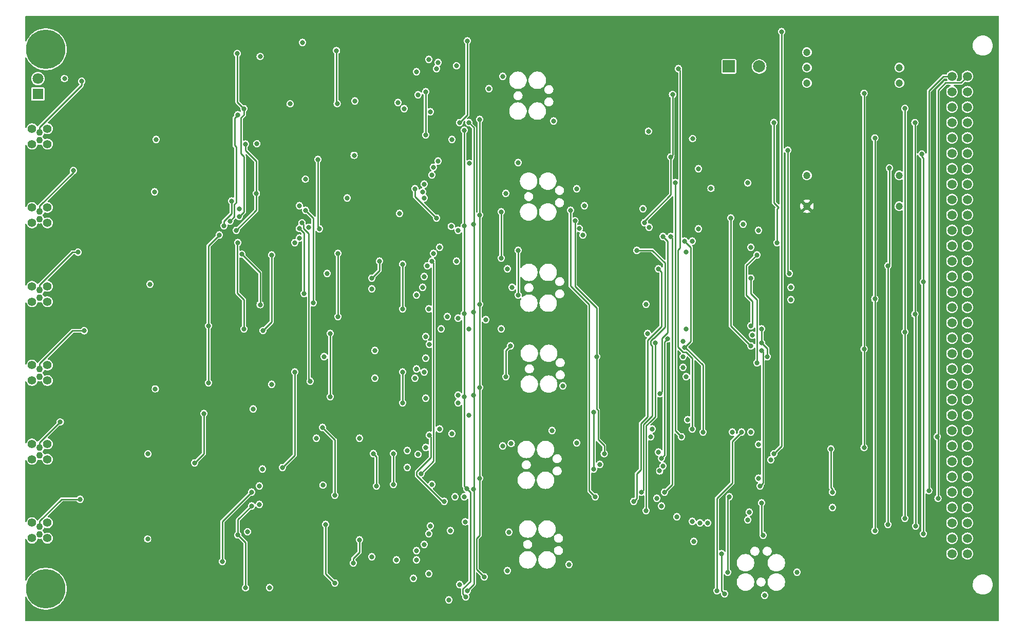
<source format=gbr>
G04 #@! TF.GenerationSoftware,KiCad,Pcbnew,7.0.8*
G04 #@! TF.CreationDate,2025-05-19T15:23:48+02:00*
G04 #@! TF.ProjectId,AXINT_CE6C_CRESUS,4158494e-545f-4434-9536-435f43524553,rev?*
G04 #@! TF.SameCoordinates,Original*
G04 #@! TF.FileFunction,Copper,L2,Inr*
G04 #@! TF.FilePolarity,Positive*
%FSLAX46Y46*%
G04 Gerber Fmt 4.6, Leading zero omitted, Abs format (unit mm)*
G04 Created by KiCad (PCBNEW 7.0.8) date 2025-05-19 15:23:48*
%MOMM*%
%LPD*%
G01*
G04 APERTURE LIST*
G04 #@! TA.AperFunction,ComponentPad*
%ADD10C,6.500000*%
G04 #@! TD*
G04 #@! TA.AperFunction,ComponentPad*
%ADD11R,2.000000X2.000000*%
G04 #@! TD*
G04 #@! TA.AperFunction,ComponentPad*
%ADD12C,2.000000*%
G04 #@! TD*
G04 #@! TA.AperFunction,ComponentPad*
%ADD13C,1.100000*%
G04 #@! TD*
G04 #@! TA.AperFunction,ComponentPad*
%ADD14C,1.400000*%
G04 #@! TD*
G04 #@! TA.AperFunction,ComponentPad*
%ADD15C,1.200000*%
G04 #@! TD*
G04 #@! TA.AperFunction,ComponentPad*
%ADD16C,1.500000*%
G04 #@! TD*
G04 #@! TA.AperFunction,ComponentPad*
%ADD17R,1.800000X1.800000*%
G04 #@! TD*
G04 #@! TA.AperFunction,ComponentPad*
%ADD18C,1.800000*%
G04 #@! TD*
G04 #@! TA.AperFunction,ViaPad*
%ADD19C,0.800000*%
G04 #@! TD*
G04 #@! TA.AperFunction,Conductor*
%ADD20C,0.250000*%
G04 #@! TD*
G04 APERTURE END LIST*
D10*
X73500000Y-45600000D03*
X73510000Y-134550000D03*
D11*
X186129000Y-48412023D03*
D12*
X191129000Y-48412023D03*
D13*
X72500000Y-60585023D03*
X72500000Y-59315023D03*
D14*
X71230000Y-61220023D03*
X73770000Y-61220023D03*
X71230000Y-58680023D03*
X73770000Y-58680023D03*
D13*
X72500000Y-73585023D03*
X72500000Y-72315023D03*
D14*
X71230000Y-74220023D03*
X73770000Y-74220023D03*
X71230000Y-71680023D03*
X73770000Y-71680023D03*
D13*
X72500000Y-86585023D03*
X72500000Y-85315023D03*
D14*
X71230000Y-87220023D03*
X73770000Y-87220023D03*
X71230000Y-84680023D03*
X73770000Y-84680023D03*
D13*
X72500000Y-99585023D03*
X72500000Y-98315023D03*
D14*
X71230000Y-100220023D03*
X73770000Y-100220023D03*
X71230000Y-97680023D03*
X73770000Y-97680023D03*
D13*
X72500000Y-112585023D03*
X72500000Y-111315023D03*
D14*
X71230000Y-113220023D03*
X73770000Y-113220023D03*
X71230000Y-110680023D03*
X73770000Y-110680023D03*
D13*
X72500000Y-125585023D03*
X72500000Y-124315023D03*
D14*
X71230000Y-126220023D03*
X73770000Y-126220023D03*
X71230000Y-123680023D03*
X73770000Y-123680023D03*
D15*
X198996000Y-46069000D03*
X198996000Y-48609000D03*
X198996000Y-51149000D03*
X198996000Y-66389000D03*
X198996000Y-71469000D03*
X214236000Y-71469000D03*
X214236000Y-66389000D03*
X214236000Y-51149000D03*
X214236000Y-48609000D03*
D16*
X225450000Y-50050000D03*
X225450000Y-52590000D03*
X225450000Y-55130000D03*
X225450000Y-57670000D03*
X225450000Y-60210000D03*
X225450000Y-62750000D03*
X225450000Y-65290000D03*
X225450000Y-67830000D03*
X225450000Y-70370000D03*
X225450000Y-72910000D03*
X225450000Y-75450000D03*
X225450000Y-77990000D03*
X225450000Y-80530000D03*
X225450000Y-83070000D03*
X225450000Y-85610000D03*
X225450000Y-88150000D03*
X225450000Y-90690000D03*
X225450000Y-93230000D03*
X225450000Y-95770000D03*
X225450000Y-98310000D03*
X225450000Y-100850000D03*
X225450000Y-103390000D03*
X225450000Y-105930000D03*
X225450000Y-108470000D03*
X225450000Y-111010000D03*
X225450000Y-113550000D03*
X225450000Y-116090000D03*
X225450000Y-118630000D03*
X225450000Y-121170000D03*
X225450000Y-123710000D03*
X225450000Y-126250000D03*
X225450000Y-128790000D03*
X222910000Y-50050000D03*
X222910000Y-52590000D03*
X222910000Y-55130000D03*
X222910000Y-57670000D03*
X222910000Y-60210000D03*
X222910000Y-62750000D03*
X222910000Y-65290000D03*
X222910000Y-67830000D03*
X222910000Y-70370000D03*
X222910000Y-72910000D03*
X222910000Y-75450000D03*
X222910000Y-77990000D03*
X222910000Y-80530000D03*
X222910000Y-83070000D03*
X222910000Y-85610000D03*
X222910000Y-88150000D03*
X222910000Y-90690000D03*
X222910000Y-93230000D03*
X222910000Y-95770000D03*
X222910000Y-98310000D03*
X222910000Y-100850000D03*
X222910000Y-103390000D03*
X222910000Y-105930000D03*
X222910000Y-108470000D03*
X222910000Y-111010000D03*
X222910000Y-113550000D03*
X222910000Y-116090000D03*
X222910000Y-118630000D03*
X222910000Y-121170000D03*
X222910000Y-123710000D03*
X222910000Y-126250000D03*
X222910000Y-128790000D03*
D17*
X72200000Y-52959000D03*
D18*
X72200000Y-50419000D03*
D19*
X119186599Y-117465201D03*
X139954000Y-136398000D03*
X171958000Y-71882000D03*
X141478000Y-103886000D03*
X140462000Y-60452000D03*
X189214800Y-67630000D03*
X172466000Y-87630000D03*
X189738000Y-78232000D03*
X141221525Y-48287875D03*
X116877500Y-74930000D03*
X143357600Y-64389000D03*
X131826000Y-72644000D03*
X140347700Y-74790300D03*
X162306000Y-71374000D03*
X191008000Y-116332000D03*
X172974000Y-74930000D03*
X134112000Y-132842000D03*
X142646400Y-123520200D03*
X140970000Y-119380000D03*
X134366000Y-99822000D03*
X139700000Y-89662000D03*
X178562000Y-93726000D03*
X180340000Y-126746000D03*
X143256000Y-105918000D03*
X179324000Y-106680000D03*
X133096000Y-114554000D03*
X141224000Y-80518000D03*
X181102000Y-75184000D03*
X161036000Y-110490000D03*
X132588000Y-55372000D03*
X143256000Y-91694000D03*
X188468000Y-74422000D03*
X134620000Y-86106000D03*
X137414000Y-65024000D03*
X138176000Y-47752000D03*
X146050000Y-90170000D03*
X137414000Y-79248000D03*
X183172400Y-68542200D03*
X136906000Y-124206000D03*
X138430000Y-108204000D03*
X136144000Y-92964000D03*
X197358000Y-131826000D03*
X176530000Y-63330800D03*
X191008000Y-75438000D03*
X176835800Y-53034200D03*
X172212000Y-74168000D03*
X180132810Y-60323003D03*
X90678000Y-84328000D03*
X91694000Y-60452000D03*
X91440000Y-69088000D03*
X106756800Y-125146400D03*
X91560000Y-101593000D03*
X172859700Y-59093100D03*
X107696000Y-104902000D03*
X109321600Y-91973400D03*
X90357977Y-112334023D03*
X110744000Y-79502000D03*
X108305600Y-61137800D03*
X108845350Y-46755050D03*
X181102000Y-65278000D03*
X90297000Y-126365000D03*
X89789000Y-107932023D03*
X103930450Y-68827350D03*
X90043000Y-65913000D03*
X104514650Y-86391750D03*
X90424000Y-122174000D03*
X104489250Y-99244150D03*
X104997250Y-132975350D03*
X90170000Y-92710000D03*
X103397050Y-53981350D03*
X99822000Y-114046000D03*
X89789000Y-52179023D03*
X89662000Y-79248000D03*
X179070000Y-99568000D03*
X191516000Y-91694000D03*
X192457500Y-96266000D03*
X172720000Y-92456000D03*
X179070000Y-91694000D03*
X191516000Y-93980000D03*
X192024000Y-135636000D03*
X185420000Y-135382000D03*
X184912000Y-128778000D03*
X134620000Y-49276000D03*
X121437400Y-45796200D03*
X113805000Y-54571600D03*
X121539000Y-54533800D03*
X186182000Y-119380000D03*
X185928000Y-131826000D03*
X191770000Y-125730000D03*
X191516000Y-120396000D03*
X131572000Y-54356000D03*
X136906000Y-55880000D03*
X106426000Y-61214000D03*
X108229400Y-69342000D03*
X104902000Y-75438000D03*
X202946000Y-111506000D03*
X203200000Y-118618000D03*
X173228000Y-109474000D03*
X219075000Y-118364000D03*
X220472000Y-109474000D03*
X173482000Y-108204000D03*
X203200000Y-121158000D03*
X220599000Y-119634000D03*
X189738000Y-94488000D03*
X186436000Y-73406000D03*
X105410000Y-71882000D03*
X79163512Y-119803512D03*
X170434000Y-120142000D03*
X174498000Y-81788000D03*
X175260000Y-76454000D03*
X174752000Y-102362000D03*
X75889998Y-107043023D03*
X79820011Y-92012011D03*
X196342000Y-86868000D03*
X78804011Y-79058011D03*
X196342000Y-84836000D03*
X196088000Y-82550000D03*
X78042011Y-65596011D03*
X195834000Y-62230000D03*
X193548000Y-57658000D03*
X79439012Y-50864012D03*
X194056000Y-77470000D03*
X174705576Y-115131636D03*
X163830000Y-114808000D03*
X163829500Y-105410000D03*
X164846000Y-114046000D03*
X175260000Y-114300000D03*
X178820299Y-94737701D03*
X161468560Y-75111301D03*
X178816000Y-77216000D03*
X181864000Y-108712000D03*
X171704000Y-118618000D03*
X179070000Y-78994000D03*
X162052000Y-76200000D03*
X170942000Y-78740000D03*
X174498000Y-112014000D03*
X178562000Y-96266000D03*
X180086000Y-77216000D03*
X165570500Y-112268000D03*
X164338000Y-96266000D03*
X160744060Y-73884659D03*
X176022000Y-93335198D03*
X175006000Y-113030000D03*
X174244000Y-119634000D03*
X160020000Y-72136000D03*
X164084000Y-119380000D03*
X175514000Y-118618000D03*
X176530000Y-76454000D03*
X212344000Y-81280000D03*
X212598000Y-65151000D03*
X180086000Y-123444000D03*
X212344000Y-123952000D03*
X218186000Y-125476000D03*
X217932000Y-62865000D03*
X181356000Y-123698000D03*
X218186000Y-83947000D03*
X210185000Y-60198000D03*
X210185000Y-86741000D03*
X182626000Y-123698000D03*
X210185000Y-124968000D03*
X216789000Y-57658000D03*
X189230000Y-123190000D03*
X216916000Y-124206000D03*
X216789000Y-89281000D03*
X215138000Y-92202000D03*
X215138000Y-122936000D03*
X215161001Y-55348999D03*
X189484000Y-121920000D03*
X208407000Y-94996000D03*
X208407000Y-111252000D03*
X191008000Y-110744000D03*
X208407000Y-52832000D03*
X193548000Y-112276805D03*
X194818000Y-42672000D03*
X76581000Y-50419000D03*
X136652000Y-47244000D03*
X148844000Y-50038000D03*
X134874000Y-53086000D03*
X146558000Y-52070000D03*
X136144000Y-59690000D03*
X157226000Y-57404000D03*
X136144000Y-52578000D03*
X125222000Y-109728000D03*
X136144000Y-111252000D03*
X118110000Y-109728000D03*
X141732000Y-57658000D03*
X115824000Y-44450000D03*
X143002000Y-44196000D03*
X135890000Y-127254000D03*
X124206000Y-130302000D03*
X125222000Y-126492000D03*
X136144000Y-96520000D03*
X119380000Y-96266000D03*
X127762000Y-95250000D03*
X116294200Y-67017600D03*
X135890000Y-67818000D03*
X124333000Y-63068200D03*
X103886000Y-73914000D03*
X105156000Y-56388000D03*
X124460000Y-54102000D03*
X175006000Y-120904000D03*
X136726500Y-109220000D03*
X139192000Y-120142000D03*
X177546000Y-122682000D03*
X136652000Y-125476000D03*
X136726500Y-94234000D03*
X191516000Y-95250000D03*
X191262000Y-117602000D03*
X137160000Y-80518000D03*
X193040000Y-113284000D03*
X135382000Y-115570000D03*
X145796000Y-132588000D03*
X145034000Y-101346000D03*
X189738000Y-108712000D03*
X145034000Y-116332000D03*
X145034000Y-57150000D03*
X145034000Y-87630000D03*
X145034000Y-72898000D03*
X143256000Y-57658000D03*
X144018000Y-74422000D03*
X144018000Y-118110000D03*
X143002000Y-134874000D03*
X188214000Y-108712000D03*
X144018000Y-102616000D03*
X184150000Y-134874000D03*
X144018000Y-88900000D03*
X186690000Y-108712000D03*
X142494000Y-74676000D03*
X142748000Y-135890000D03*
X142494000Y-89154000D03*
X142494000Y-102870000D03*
X142494000Y-58928000D03*
X142942622Y-118059220D03*
X137922000Y-48768000D03*
X180086000Y-108204000D03*
X177800000Y-48768000D03*
X178308000Y-109474000D03*
X177292000Y-67564000D03*
X137160000Y-66294000D03*
X105410000Y-73152000D03*
X105079800Y-46278800D03*
X106172000Y-55372000D03*
X123190000Y-70104000D03*
X102870000Y-74676000D03*
X104140000Y-70612000D03*
X106172000Y-91694000D03*
X189992000Y-92710000D03*
X105156000Y-77470000D03*
X189738000Y-91186000D03*
X190754000Y-79502000D03*
X114554000Y-77470000D03*
X100330000Y-91186000D03*
X115316000Y-76708000D03*
X110744000Y-100838000D03*
X100330000Y-100584000D03*
X102108000Y-76200000D03*
X116078000Y-85852000D03*
X127254000Y-85090000D03*
X115290600Y-75133200D03*
X127762000Y-99822000D03*
X117094000Y-100330000D03*
X115747800Y-74193400D03*
X108839000Y-87706200D03*
X116332000Y-72136000D03*
X105816400Y-79375000D03*
X117602000Y-87376000D03*
X115316000Y-71374000D03*
X148590000Y-72390000D03*
X148590000Y-80010000D03*
X189733701Y-83316299D03*
X190754000Y-97282000D03*
X108712000Y-120650000D03*
X173990000Y-93980000D03*
X172466000Y-121666000D03*
X112522000Y-114554000D03*
X114554000Y-98806000D03*
X178562000Y-98044000D03*
X109220000Y-114808000D03*
X98044000Y-113792000D03*
X99568000Y-105664000D03*
X108712000Y-117602000D03*
X127508000Y-112268000D03*
X128016000Y-117602000D03*
X102616000Y-130048000D03*
X127254000Y-129286000D03*
X107442000Y-118618000D03*
X110388400Y-134366000D03*
X105181400Y-125704600D03*
X106451400Y-134416800D03*
X107442000Y-120904000D03*
X119888000Y-82550000D03*
X128524000Y-80518000D03*
X136398000Y-81280000D03*
X127254000Y-83312000D03*
X149860000Y-125222000D03*
X140208000Y-124968000D03*
X140462000Y-108966000D03*
X150236701Y-110612701D03*
X151384000Y-78740000D03*
X151384000Y-86106000D03*
X138430000Y-78232000D03*
X148590000Y-91694000D03*
X138684000Y-91694000D03*
X151384000Y-64262000D03*
X138176000Y-64008000D03*
X134620000Y-128270000D03*
X149606000Y-131572000D03*
X159766000Y-130556000D03*
X134620000Y-129794000D03*
X156972000Y-108458000D03*
X134878299Y-112381700D03*
X133096000Y-111760000D03*
X148844000Y-110998000D03*
X158750000Y-101092000D03*
X134620000Y-98298000D03*
X149352000Y-99568000D03*
X150114000Y-94488000D03*
X135890000Y-98806000D03*
X135890000Y-83058000D03*
X149606000Y-81788000D03*
X150368000Y-84836000D03*
X135636000Y-84836000D03*
X161036000Y-68580000D03*
X135636000Y-69088000D03*
X149352000Y-69342000D03*
X135890000Y-70104000D03*
X119126000Y-107950000D03*
X121158000Y-119126000D03*
X142494000Y-119380000D03*
X119634000Y-123952000D03*
X121158000Y-133604000D03*
X141732000Y-133858000D03*
X141478000Y-102616000D03*
X120396000Y-92456000D03*
X120396000Y-102870000D03*
X118618000Y-75184000D03*
X141478000Y-75438000D03*
X118364000Y-63754000D03*
X121666000Y-79248000D03*
X121666000Y-89662000D03*
X141478000Y-89916000D03*
X136652000Y-132080000D03*
X131318000Y-129794000D03*
X137160000Y-117348000D03*
X130810000Y-112268000D03*
X130810000Y-117348000D03*
X136144000Y-103124000D03*
X132334000Y-103886000D03*
X132334000Y-98806000D03*
X137922000Y-73406000D03*
X134366000Y-68580000D03*
X132334000Y-88392000D03*
X132334000Y-81026000D03*
X136652000Y-88392000D03*
D20*
X176530000Y-63330800D02*
X176567000Y-63367800D01*
X176567000Y-63367800D02*
X176567000Y-69559000D01*
X172212000Y-73914000D02*
X172212000Y-74168000D01*
X176567000Y-69559000D02*
X172212000Y-73914000D01*
X176835800Y-63025000D02*
X176835800Y-53034200D01*
X176530000Y-63330800D02*
X176835800Y-63025000D01*
X110744000Y-79502000D02*
X110744000Y-90551000D01*
X110744000Y-90551000D02*
X109321600Y-91973400D01*
X192457500Y-94921500D02*
X191516000Y-93980000D01*
X191516000Y-93980000D02*
X191516000Y-91694000D01*
X192457500Y-96266000D02*
X192457500Y-94921500D01*
X184912000Y-134874000D02*
X185420000Y-135382000D01*
X184912000Y-128778000D02*
X184912000Y-134874000D01*
X121501200Y-54571600D02*
X121539000Y-54533800D01*
X121437400Y-54432200D02*
X121539000Y-54533800D01*
X121437400Y-45796200D02*
X121437400Y-54432200D01*
X185928000Y-131826000D02*
X185928000Y-119634000D01*
X185928000Y-119634000D02*
X186182000Y-119380000D01*
X191516000Y-120396000D02*
X191516000Y-125476000D01*
X191516000Y-125476000D02*
X191770000Y-125730000D01*
X106426000Y-61214000D02*
X106426000Y-62230000D01*
X108229400Y-64033400D02*
X108229400Y-69342000D01*
X108229400Y-72110600D02*
X108229400Y-69342000D01*
X104902000Y-75438000D02*
X108229400Y-72110600D01*
X106426000Y-62230000D02*
X108229400Y-64033400D01*
X203200000Y-118110000D02*
X203200000Y-118618000D01*
X219075000Y-52451000D02*
X221476000Y-50050000D01*
X202946000Y-111506000D02*
X202946000Y-117856000D01*
X219075000Y-118364000D02*
X219075000Y-52451000D01*
X202946000Y-117856000D02*
X203200000Y-118110000D01*
X221476000Y-50050000D02*
X222910000Y-50050000D01*
X220599000Y-119634000D02*
X220599000Y-119634000D01*
X224374999Y-51125001D02*
X225450000Y-50050000D01*
X220599000Y-109601000D02*
X220599000Y-119634000D01*
X220599000Y-109347000D02*
X220472000Y-109474000D01*
X221797999Y-51125001D02*
X220599000Y-52324000D01*
X220599000Y-52324000D02*
X220599000Y-109347000D01*
X220472000Y-109474000D02*
X220599000Y-109601000D01*
X224374999Y-51125001D02*
X221797999Y-51125001D01*
X186436000Y-91186000D02*
X189738000Y-94488000D01*
X186436000Y-73406000D02*
X186436000Y-91186000D01*
X175006000Y-91302299D02*
X175006000Y-82296000D01*
X172720000Y-106169208D02*
X172720000Y-93588299D01*
X171603000Y-107286208D02*
X172720000Y-106169208D01*
X72500000Y-124315023D02*
X72500000Y-123433021D01*
X175006000Y-82296000D02*
X174498000Y-81788000D01*
X170434000Y-120142000D02*
X170942000Y-119634000D01*
X172720000Y-93588299D02*
X175006000Y-91302299D01*
X72500000Y-123433021D02*
X76129509Y-119803512D01*
X171603000Y-114909000D02*
X171603000Y-107286208D01*
X76129509Y-119803512D02*
X79163512Y-119803512D01*
X170942000Y-119634000D02*
X170942000Y-115570000D01*
X170942000Y-115570000D02*
X171603000Y-114909000D01*
X72500000Y-110433021D02*
X75889998Y-107043023D01*
X72500000Y-111315023D02*
X72500000Y-110433021D01*
X175085000Y-102029000D02*
X175085000Y-93246893D01*
X175085000Y-93246893D02*
X176022000Y-92309893D01*
X176022000Y-77216000D02*
X175260000Y-76454000D01*
X174752000Y-102362000D02*
X175085000Y-102029000D01*
X176022000Y-92309893D02*
X176022000Y-77216000D01*
X72500000Y-98315023D02*
X72500000Y-97433021D01*
X77921010Y-92012011D02*
X79820011Y-92012011D01*
X72500000Y-97433021D02*
X77921010Y-92012011D01*
X72500000Y-85315023D02*
X72500000Y-84433021D01*
X72500000Y-84433021D02*
X77875010Y-79058011D01*
X77875010Y-79058011D02*
X78804011Y-79058011D01*
X72500000Y-71433021D02*
X78042011Y-65891010D01*
X195834000Y-82296000D02*
X196088000Y-82550000D01*
X78042011Y-65891010D02*
X78042011Y-65596011D01*
X72500000Y-72315023D02*
X72500000Y-71433021D01*
X195834000Y-62230000D02*
X195834000Y-82296000D01*
X72500000Y-58433021D02*
X79439012Y-51494009D01*
X72500000Y-59315023D02*
X72500000Y-58433021D01*
X79439012Y-51494009D02*
X79439012Y-50864012D01*
X193548000Y-70866000D02*
X194310000Y-71628000D01*
X193548000Y-57658000D02*
X193548000Y-70866000D01*
X194310000Y-71628000D02*
X194056000Y-71882000D01*
X194056000Y-71882000D02*
X194056000Y-77470000D01*
X163830000Y-105410500D02*
X163830000Y-114808000D01*
X163829500Y-105410000D02*
X163830000Y-105410500D01*
X179832000Y-78232000D02*
X178816000Y-77216000D01*
X178820299Y-94737701D02*
X178930792Y-94737701D01*
X179832000Y-93726000D02*
X179832000Y-78232000D01*
X178820299Y-94737701D02*
X179832000Y-93726000D01*
X178930792Y-94737701D02*
X181864000Y-97670909D01*
X181864000Y-97670909D02*
X181864000Y-108712000D01*
X173265000Y-93679695D02*
X173265000Y-94280305D01*
X173482000Y-106043604D02*
X172053000Y-107472604D01*
X172053000Y-107472604D02*
X172053000Y-118269000D01*
X170942000Y-78740000D02*
X173482000Y-78740000D01*
X175572000Y-91382000D02*
X173699000Y-93255000D01*
X173482000Y-78740000D02*
X175572000Y-80830000D01*
X173482000Y-94497305D02*
X173482000Y-106043604D01*
X173699000Y-93255000D02*
X173689695Y-93255000D01*
X175572000Y-80830000D02*
X175572000Y-91382000D01*
X173265000Y-94280305D02*
X173482000Y-94497305D01*
X173689695Y-93255000D02*
X173265000Y-93679695D01*
X172053000Y-118269000D02*
X171704000Y-118618000D01*
X164338000Y-96266000D02*
X164338000Y-104893195D01*
X160744060Y-73884659D02*
X160744060Y-84669664D01*
X160744060Y-84669664D02*
X164338000Y-88263604D01*
X164338000Y-88263604D02*
X164338000Y-96266000D01*
X164554500Y-105109695D02*
X164554500Y-109944500D01*
X164554500Y-109944500D02*
X165570500Y-110960500D01*
X164338000Y-104893195D02*
X164554500Y-105109695D01*
X165570500Y-110960500D02*
X165570500Y-112268000D01*
X176022000Y-93335198D02*
X175535000Y-93822198D01*
X175535000Y-112501000D02*
X175006000Y-113030000D01*
X175535000Y-93822198D02*
X175535000Y-112501000D01*
X160020000Y-84582000D02*
X163105000Y-87667000D01*
X163105000Y-87667000D02*
X163105000Y-118401000D01*
X160020000Y-72136000D02*
X160020000Y-84582000D01*
X163105000Y-118401000D02*
X164084000Y-119380000D01*
X176784000Y-117348000D02*
X176784000Y-76708000D01*
X176784000Y-76708000D02*
X176530000Y-76454000D01*
X175514000Y-118618000D02*
X176784000Y-117348000D01*
X212598000Y-65151000D02*
X212598000Y-65151000D01*
X212384999Y-65364001D02*
X212598000Y-65151000D01*
X212344000Y-81280000D02*
X212598000Y-81026000D01*
X212344000Y-123952000D02*
X212344000Y-81280000D01*
X212598000Y-81026000D02*
X212598000Y-65151000D01*
X217932000Y-62865000D02*
X217932000Y-62865000D01*
X217932000Y-63246000D02*
X217932000Y-62865000D01*
X218186000Y-125476000D02*
X218186000Y-63500000D01*
X218186000Y-63500000D02*
X217932000Y-63246000D01*
X210185000Y-60198000D02*
X210185000Y-60198000D01*
X210185000Y-124968000D02*
X210185000Y-60198000D01*
X216789000Y-57658000D02*
X216789000Y-57658000D01*
X216789000Y-89281000D02*
X216789000Y-57658000D01*
X216916000Y-124206000D02*
X216916000Y-89408000D01*
X216916000Y-89408000D02*
X216789000Y-89281000D01*
X215161001Y-55348999D02*
X215161001Y-55348999D01*
X215161001Y-55348999D02*
X215161001Y-92178999D01*
X215138000Y-122936000D02*
X215138000Y-92202000D01*
X215161001Y-92178999D02*
X215138000Y-92202000D01*
X208407000Y-52832000D02*
X208407000Y-52832000D01*
X208407000Y-111252000D02*
X208407000Y-52832000D01*
X194818000Y-111006805D02*
X194818000Y-42672000D01*
X193548000Y-112276805D02*
X194818000Y-111006805D01*
X136144000Y-59690000D02*
X136144000Y-52578000D01*
X143002000Y-44196000D02*
X143002000Y-56388000D01*
X143002000Y-56388000D02*
X141732000Y-57658000D01*
X124206000Y-129540000D02*
X125222000Y-128524000D01*
X124206000Y-130302000D02*
X124206000Y-129540000D01*
X125222000Y-128524000D02*
X125222000Y-126492000D01*
X104865000Y-61694305D02*
X104608800Y-61438105D01*
X104608800Y-61438105D02*
X104608800Y-56935200D01*
X104590000Y-71187305D02*
X104865000Y-70912305D01*
X103886000Y-73914000D02*
X104590000Y-73210000D01*
X104865000Y-70912305D02*
X104865000Y-61694305D01*
X104590000Y-73210000D02*
X104590000Y-71187305D01*
X104608800Y-56935200D02*
X105156000Y-56388000D01*
X137001000Y-109494500D02*
X137001000Y-112925695D01*
X137001000Y-112925695D02*
X134657000Y-115269695D01*
X138928695Y-120142000D02*
X139192000Y-120142000D01*
X134657000Y-115870305D02*
X138928695Y-120142000D01*
X134657000Y-115269695D02*
X134657000Y-115870305D01*
X136726500Y-109220000D02*
X137001000Y-109494500D01*
X191733000Y-117131000D02*
X191733000Y-95467000D01*
X191262000Y-117602000D02*
X191733000Y-117131000D01*
X191733000Y-95467000D02*
X191516000Y-95250000D01*
X137451000Y-80809000D02*
X137451000Y-113501000D01*
X137160000Y-80518000D02*
X137451000Y-80809000D01*
X137451000Y-113501000D02*
X135382000Y-115570000D01*
X145034000Y-116332000D02*
X145034000Y-101346000D01*
X144532600Y-126231400D02*
X145034000Y-125730000D01*
X144532600Y-131324600D02*
X144532600Y-126231400D01*
X145034000Y-72898000D02*
X145034000Y-57150000D01*
X145034000Y-125730000D02*
X145034000Y-116332000D01*
X145034000Y-87630000D02*
X145034000Y-72898000D01*
X145034000Y-101346000D02*
X145034000Y-87630000D01*
X145796000Y-132588000D02*
X144532600Y-131324600D01*
X144018000Y-118110000D02*
X144082600Y-118174600D01*
X144082600Y-102551400D02*
X144018000Y-102616000D01*
X144018000Y-102616000D02*
X144082600Y-102680600D01*
X144018000Y-74422000D02*
X144082600Y-74486600D01*
X144082600Y-133793400D02*
X143002000Y-134874000D01*
X144082600Y-88835400D02*
X144018000Y-88900000D01*
X143256000Y-57658000D02*
X144082600Y-58484600D01*
X144082600Y-74357400D02*
X144018000Y-74422000D01*
X184150000Y-134874000D02*
X184150000Y-119634000D01*
X144082600Y-102680600D02*
X144082600Y-118045400D01*
X186690000Y-110236000D02*
X188214000Y-108712000D01*
X144082600Y-74486600D02*
X144082600Y-88835400D01*
X144018000Y-88900000D02*
X144082600Y-88964600D01*
X144082600Y-118174600D02*
X144082600Y-133793400D01*
X184150000Y-119634000D02*
X186690000Y-117094000D01*
X144082600Y-118045400D02*
X144018000Y-118110000D01*
X186690000Y-117094000D02*
X186690000Y-110236000D01*
X144082600Y-88964600D02*
X144082600Y-102551400D01*
X144082600Y-58484600D02*
X144082600Y-74357400D01*
X143510000Y-133340695D02*
X142277000Y-134573695D01*
X142494000Y-117610598D02*
X142494000Y-102870000D01*
X142277000Y-134573695D02*
X142277000Y-135419000D01*
X142494000Y-102870000D02*
X142494000Y-89154000D01*
X142942622Y-118059220D02*
X142942622Y-118059927D01*
X142494000Y-89154000D02*
X142494000Y-74676000D01*
X142277000Y-135419000D02*
X142748000Y-135890000D01*
X142494000Y-74676000D02*
X142494000Y-58928000D01*
X142942622Y-118059927D02*
X143510000Y-118627305D01*
X142942622Y-118059220D02*
X142494000Y-117610598D01*
X143510000Y-118627305D02*
X143510000Y-133340695D01*
X178091000Y-78327000D02*
X178091000Y-49059000D01*
X179070000Y-95513305D02*
X178571305Y-95513305D01*
X178091000Y-49059000D02*
X177800000Y-48768000D01*
X180086000Y-108204000D02*
X180086000Y-96529305D01*
X177742000Y-94684000D02*
X177742000Y-78676000D01*
X178571305Y-95513305D02*
X177742000Y-94684000D01*
X180086000Y-96529305D02*
X179070000Y-95513305D01*
X177742000Y-78676000D02*
X178091000Y-78327000D01*
X177292000Y-108458000D02*
X177292000Y-67564000D01*
X178308000Y-109474000D02*
X177292000Y-108458000D01*
X105079800Y-54279800D02*
X105079800Y-46278800D01*
X105701000Y-62775000D02*
X106172000Y-63246000D01*
X106172000Y-72390000D02*
X105410000Y-73152000D01*
X106172000Y-55372000D02*
X106172000Y-56397305D01*
X106172000Y-56397305D02*
X105701000Y-56868305D01*
X106172000Y-55372000D02*
X105079800Y-54279800D01*
X105701000Y-56868305D02*
X105701000Y-62775000D01*
X106172000Y-63246000D02*
X106172000Y-72390000D01*
X102870000Y-74676000D02*
X102870000Y-73904695D01*
X102870000Y-73904695D02*
X104140000Y-72634695D01*
X104140000Y-72634695D02*
X104140000Y-70612000D01*
X105091400Y-77534600D02*
X105091400Y-85787400D01*
X105156000Y-77470000D02*
X105091400Y-77534600D01*
X105091400Y-85787400D02*
X106172000Y-86868000D01*
X106172000Y-86868000D02*
X106172000Y-91694000D01*
X189992000Y-90932000D02*
X189738000Y-91186000D01*
X190754000Y-79502000D02*
X189008701Y-81247299D01*
X189992000Y-87122000D02*
X189992000Y-90932000D01*
X189008701Y-86138701D02*
X189992000Y-87122000D01*
X189008701Y-81247299D02*
X189008701Y-86138701D01*
X100330000Y-100584000D02*
X100330000Y-91186000D01*
X100330000Y-77978000D02*
X102108000Y-76200000D01*
X100330000Y-91186000D02*
X100330000Y-77978000D01*
X115290600Y-75133200D02*
X116078000Y-75920600D01*
X116078000Y-75920600D02*
X116078000Y-85852000D01*
X116015600Y-74461200D02*
X116015600Y-75093405D01*
X116877000Y-75954805D02*
X116877000Y-100113000D01*
X116877000Y-100113000D02*
X117094000Y-100330000D01*
X115747800Y-74193400D02*
X116015600Y-74461200D01*
X116015600Y-75093405D02*
X116877000Y-75954805D01*
X117602000Y-73406000D02*
X117602000Y-87376000D01*
X116332000Y-72136000D02*
X117602000Y-73406000D01*
X108839000Y-82397600D02*
X108839000Y-87706200D01*
X105816400Y-79375000D02*
X108839000Y-82397600D01*
X190791000Y-97245000D02*
X190754000Y-97282000D01*
X190791000Y-86905000D02*
X190791000Y-97245000D01*
X189733701Y-85847701D02*
X190791000Y-86905000D01*
X148590000Y-72390000D02*
X148590000Y-80010000D01*
X189733701Y-83316299D02*
X189733701Y-85847701D01*
X173990000Y-106172000D02*
X173228000Y-106934000D01*
X172503000Y-121629000D02*
X172466000Y-121666000D01*
X173228000Y-106934000D02*
X172503000Y-107659000D01*
X173990000Y-93980000D02*
X173990000Y-106172000D01*
X172503000Y-107659000D02*
X172503000Y-121629000D01*
X112522000Y-114554000D02*
X114554000Y-112522000D01*
X114554000Y-112522000D02*
X114554000Y-98806000D01*
X99568000Y-112268000D02*
X98044000Y-113792000D01*
X99568000Y-105664000D02*
X99568000Y-112268000D01*
X128016000Y-117602000D02*
X128016000Y-112776000D01*
X128016000Y-112776000D02*
X127508000Y-112268000D01*
X102616000Y-130048000D02*
X102616000Y-123444000D01*
X102616000Y-123444000D02*
X107442000Y-118618000D01*
X105181400Y-123164600D02*
X105181400Y-125704600D01*
X105181400Y-125704600D02*
X106451400Y-126974600D01*
X106451400Y-126974600D02*
X106451400Y-134416800D01*
X107442000Y-120904000D02*
X105181400Y-123164600D01*
X128524000Y-82042000D02*
X127254000Y-83312000D01*
X128524000Y-80518000D02*
X128524000Y-82042000D01*
X151384000Y-86106000D02*
X151384000Y-78740000D01*
X149352000Y-95250000D02*
X150114000Y-94488000D01*
X149352000Y-99568000D02*
X149352000Y-95250000D01*
X121158000Y-109982000D02*
X119126000Y-107950000D01*
X121158000Y-119126000D02*
X121158000Y-109982000D01*
X119634000Y-123952000D02*
X119634000Y-132080000D01*
X119634000Y-132080000D02*
X121158000Y-133604000D01*
X120396000Y-92456000D02*
X120396000Y-102870000D01*
X118364000Y-63754000D02*
X118364000Y-74930000D01*
X118364000Y-74930000D02*
X118618000Y-75184000D01*
X121666000Y-79248000D02*
X121666000Y-89662000D01*
X130810000Y-112268000D02*
X130810000Y-117348000D01*
X132334000Y-98806000D02*
X132334000Y-103886000D01*
X134366000Y-69850000D02*
X134366000Y-68580000D01*
X137922000Y-73406000D02*
X134366000Y-69850000D01*
X132334000Y-88392000D02*
X132334000Y-81026000D01*
G04 #@! TA.AperFunction,Conductor*
G36*
X230601621Y-40120522D02*
G01*
X230648114Y-40174178D01*
X230659500Y-40226520D01*
X230659500Y-139773506D01*
X230639498Y-139841627D01*
X230585842Y-139888120D01*
X230533500Y-139899506D01*
X70226500Y-139899500D01*
X70158379Y-139879498D01*
X70111886Y-139825842D01*
X70100500Y-139773500D01*
X70100500Y-135971645D01*
X70120502Y-135903524D01*
X70174158Y-135857031D01*
X70244432Y-135846927D01*
X70309012Y-135876421D01*
X70343551Y-135925008D01*
X70373806Y-136000944D01*
X70373813Y-136000959D01*
X70549065Y-136331520D01*
X70549071Y-136331530D01*
X70759045Y-136641219D01*
X70759044Y-136641219D01*
X71001272Y-136926391D01*
X71272898Y-137183690D01*
X71272906Y-137183697D01*
X71272913Y-137183703D01*
X71570780Y-137410136D01*
X71891383Y-137603036D01*
X72014349Y-137659926D01*
X72230950Y-137760137D01*
X72230962Y-137760142D01*
X72585538Y-137879613D01*
X72950951Y-137960046D01*
X73322919Y-138000500D01*
X73322927Y-138000500D01*
X73697073Y-138000500D01*
X73697081Y-138000500D01*
X74069049Y-137960046D01*
X74434462Y-137879613D01*
X74789038Y-137760142D01*
X75128617Y-137603036D01*
X75449220Y-137410136D01*
X75747087Y-137183703D01*
X76018727Y-136926392D01*
X76260954Y-136641221D01*
X76425861Y-136398000D01*
X139348318Y-136398000D01*
X139368955Y-136554760D01*
X139404769Y-136641221D01*
X139429464Y-136700841D01*
X139525718Y-136826282D01*
X139651159Y-136922536D01*
X139797238Y-136983044D01*
X139954000Y-137003682D01*
X140110762Y-136983044D01*
X140256841Y-136922536D01*
X140382282Y-136826282D01*
X140478536Y-136700841D01*
X140539044Y-136554762D01*
X140559682Y-136398000D01*
X140539044Y-136241238D01*
X140478536Y-136095159D01*
X140382282Y-135969718D01*
X140256841Y-135873464D01*
X140217169Y-135857031D01*
X140110760Y-135812955D01*
X139954000Y-135792318D01*
X139797239Y-135812955D01*
X139651160Y-135873463D01*
X139651157Y-135873465D01*
X139525718Y-135969718D01*
X139429465Y-136095157D01*
X139429463Y-136095160D01*
X139368955Y-136241239D01*
X139348318Y-136397999D01*
X139348318Y-136398000D01*
X76425861Y-136398000D01*
X76470928Y-136331531D01*
X76646189Y-136000955D01*
X76784680Y-135653368D01*
X76884779Y-135292845D01*
X76945311Y-134923613D01*
X76963662Y-134585159D01*
X76965568Y-134550003D01*
X76965568Y-134549996D01*
X76960888Y-134463681D01*
X76945311Y-134176387D01*
X76897278Y-133883395D01*
X76884780Y-133807159D01*
X76877505Y-133780956D01*
X76784680Y-133446632D01*
X76646189Y-133099045D01*
X76561154Y-132938652D01*
X76470934Y-132768479D01*
X76470928Y-132768469D01*
X76359779Y-132604536D01*
X76260954Y-132458779D01*
X76237560Y-132431238D01*
X76018727Y-132173608D01*
X75747101Y-131916309D01*
X75747091Y-131916301D01*
X75747087Y-131916297D01*
X75449220Y-131689864D01*
X75128617Y-131496964D01*
X75124275Y-131494955D01*
X74789049Y-131339862D01*
X74789037Y-131339857D01*
X74434471Y-131220390D01*
X74434470Y-131220389D01*
X74434462Y-131220387D01*
X74434457Y-131220385D01*
X74434454Y-131220385D01*
X74069066Y-131139957D01*
X74069037Y-131139952D01*
X73697088Y-131099500D01*
X73697081Y-131099500D01*
X73322919Y-131099500D01*
X73322911Y-131099500D01*
X72950962Y-131139952D01*
X72950933Y-131139957D01*
X72585545Y-131220385D01*
X72585528Y-131220390D01*
X72230962Y-131339857D01*
X72230950Y-131339862D01*
X71891388Y-131496961D01*
X71891381Y-131496965D01*
X71570781Y-131689863D01*
X71570775Y-131689867D01*
X71272914Y-131916296D01*
X71272898Y-131916309D01*
X71001272Y-132173608D01*
X70759045Y-132458780D01*
X70549071Y-132768469D01*
X70549065Y-132768479D01*
X70373813Y-133099040D01*
X70373806Y-133099056D01*
X70343551Y-133174991D01*
X70299756Y-133230870D01*
X70232702Y-133254201D01*
X70163679Y-133237577D01*
X70114602Y-133186274D01*
X70100500Y-133128354D01*
X70100500Y-130048000D01*
X102010318Y-130048000D01*
X102030955Y-130204760D01*
X102038213Y-130222281D01*
X102091464Y-130350841D01*
X102187718Y-130476282D01*
X102313159Y-130572536D01*
X102459238Y-130633044D01*
X102616000Y-130653682D01*
X102772762Y-130633044D01*
X102918841Y-130572536D01*
X103044282Y-130476282D01*
X103140536Y-130350841D01*
X103201044Y-130204762D01*
X103221682Y-130048000D01*
X103201044Y-129891238D01*
X103140536Y-129745159D01*
X103044282Y-129619718D01*
X103044280Y-129619716D01*
X103044279Y-129619715D01*
X102990796Y-129578676D01*
X102948929Y-129521338D01*
X102941500Y-129478714D01*
X102941500Y-125704600D01*
X104575718Y-125704600D01*
X104596355Y-125861360D01*
X104641444Y-125970213D01*
X104656864Y-126007441D01*
X104753118Y-126132882D01*
X104878559Y-126229136D01*
X105024638Y-126289644D01*
X105181400Y-126310282D01*
X105248241Y-126301481D01*
X105318387Y-126312419D01*
X105353782Y-126337308D01*
X106088995Y-127072521D01*
X106123021Y-127134833D01*
X106125900Y-127161616D01*
X106125900Y-133847514D01*
X106105898Y-133915635D01*
X106076604Y-133947476D01*
X106023120Y-133988515D01*
X105926865Y-134113957D01*
X105926863Y-134113960D01*
X105866355Y-134260039D01*
X105845718Y-134416799D01*
X105845718Y-134416800D01*
X105866355Y-134573560D01*
X105925869Y-134717238D01*
X105926864Y-134719641D01*
X106023118Y-134845082D01*
X106148559Y-134941336D01*
X106294638Y-135001844D01*
X106451400Y-135022482D01*
X106608162Y-135001844D01*
X106754241Y-134941336D01*
X106879682Y-134845082D01*
X106975936Y-134719641D01*
X107036444Y-134573562D01*
X107057082Y-134416800D01*
X107050394Y-134366000D01*
X109782718Y-134366000D01*
X109803355Y-134522760D01*
X109832329Y-134592708D01*
X109863864Y-134668841D01*
X109960118Y-134794282D01*
X110085559Y-134890536D01*
X110231638Y-134951044D01*
X110388400Y-134971682D01*
X110545162Y-134951044D01*
X110691241Y-134890536D01*
X110816682Y-134794282D01*
X110912936Y-134668841D01*
X110973444Y-134522762D01*
X110994082Y-134366000D01*
X110973444Y-134209238D01*
X110912936Y-134063159D01*
X110816682Y-133937718D01*
X110691241Y-133841464D01*
X110662631Y-133829613D01*
X110545160Y-133780955D01*
X110388400Y-133760318D01*
X110231639Y-133780955D01*
X110085560Y-133841463D01*
X110085557Y-133841465D01*
X109960118Y-133937718D01*
X109863865Y-134063157D01*
X109863863Y-134063160D01*
X109803355Y-134209239D01*
X109782718Y-134365999D01*
X109782718Y-134366000D01*
X107050394Y-134366000D01*
X107036444Y-134260038D01*
X106975936Y-134113959D01*
X106879682Y-133988518D01*
X106879680Y-133988516D01*
X106879679Y-133988515D01*
X106826196Y-133947476D01*
X106784329Y-133890138D01*
X106776900Y-133847514D01*
X106776900Y-126991561D01*
X106777140Y-126986069D01*
X106778267Y-126973177D01*
X106780663Y-126945793D01*
X106770196Y-126906731D01*
X106769010Y-126901384D01*
X106761988Y-126861555D01*
X106761985Y-126861549D01*
X106759883Y-126855774D01*
X106753546Y-126840476D01*
X106750955Y-126834920D01*
X106750954Y-126834916D01*
X106727754Y-126801783D01*
X106724810Y-126797161D01*
X106723469Y-126794839D01*
X106704594Y-126762145D01*
X106673621Y-126736156D01*
X106669570Y-126732443D01*
X106247408Y-126310281D01*
X105814107Y-125876981D01*
X105780083Y-125814669D01*
X105778281Y-125771444D01*
X105787082Y-125704600D01*
X105766444Y-125547838D01*
X105705936Y-125401759D01*
X105609682Y-125276318D01*
X105609680Y-125276316D01*
X105609679Y-125276315D01*
X105556196Y-125235276D01*
X105514329Y-125177938D01*
X105508832Y-125146400D01*
X106151118Y-125146400D01*
X106171755Y-125303160D01*
X106215538Y-125408860D01*
X106232264Y-125449241D01*
X106328518Y-125574682D01*
X106453959Y-125670936D01*
X106600038Y-125731444D01*
X106756800Y-125752082D01*
X106913562Y-125731444D01*
X107059641Y-125670936D01*
X107185082Y-125574682D01*
X107281336Y-125449241D01*
X107341844Y-125303162D01*
X107362482Y-125146400D01*
X107358233Y-125114129D01*
X107342490Y-124994546D01*
X107341844Y-124989638D01*
X107281336Y-124843559D01*
X107185082Y-124718118D01*
X107059641Y-124621864D01*
X106994429Y-124594852D01*
X106913560Y-124561355D01*
X106756800Y-124540718D01*
X106600039Y-124561355D01*
X106453960Y-124621863D01*
X106453957Y-124621865D01*
X106328518Y-124718118D01*
X106232265Y-124843557D01*
X106232263Y-124843560D01*
X106171755Y-124989639D01*
X106151118Y-125146399D01*
X106151118Y-125146400D01*
X105508832Y-125146400D01*
X105506900Y-125135314D01*
X105506900Y-123952000D01*
X119028318Y-123952000D01*
X119048955Y-124108760D01*
X119103576Y-124240625D01*
X119109464Y-124254841D01*
X119192275Y-124362762D01*
X119205719Y-124380283D01*
X119259203Y-124421322D01*
X119301071Y-124478659D01*
X119308500Y-124521285D01*
X119308500Y-132063039D01*
X119308260Y-132068526D01*
X119307256Y-132080000D01*
X119304736Y-132108804D01*
X119304736Y-132108806D01*
X119315203Y-132147872D01*
X119316393Y-132153240D01*
X119323412Y-132193047D01*
X119325505Y-132198796D01*
X119331866Y-132214152D01*
X119334445Y-132219683D01*
X119357634Y-132252800D01*
X119360587Y-132257436D01*
X119376594Y-132285160D01*
X119380806Y-132292455D01*
X119410610Y-132317464D01*
X119411787Y-132318451D01*
X119415829Y-132322155D01*
X119972384Y-132878710D01*
X120525290Y-133431616D01*
X120559316Y-133493928D01*
X120561117Y-133537156D01*
X120552318Y-133603997D01*
X120552318Y-133604000D01*
X120572955Y-133760760D01*
X120616808Y-133866629D01*
X120633464Y-133906841D01*
X120729718Y-134032282D01*
X120855159Y-134128536D01*
X121001238Y-134189044D01*
X121158000Y-134209682D01*
X121314762Y-134189044D01*
X121460841Y-134128536D01*
X121586282Y-134032282D01*
X121682536Y-133906841D01*
X121743044Y-133760762D01*
X121763682Y-133604000D01*
X121743044Y-133447238D01*
X121682536Y-133301159D01*
X121586282Y-133175718D01*
X121460841Y-133079464D01*
X121314762Y-133018956D01*
X121314760Y-133018955D01*
X121158000Y-132998318D01*
X121157998Y-132998318D01*
X121091156Y-133007117D01*
X121021007Y-132996177D01*
X120985616Y-132971290D01*
X120856326Y-132842000D01*
X133506318Y-132842000D01*
X133526955Y-132998760D01*
X133568495Y-133099045D01*
X133587464Y-133144841D01*
X133683718Y-133270282D01*
X133809159Y-133366536D01*
X133955238Y-133427044D01*
X134112000Y-133447682D01*
X134268762Y-133427044D01*
X134414841Y-133366536D01*
X134540282Y-133270282D01*
X134636536Y-133144841D01*
X134697044Y-132998762D01*
X134717682Y-132842000D01*
X134697044Y-132685238D01*
X134636536Y-132539159D01*
X134540282Y-132413718D01*
X134414841Y-132317464D01*
X134409960Y-132315442D01*
X134268760Y-132256955D01*
X134112000Y-132236318D01*
X133955239Y-132256955D01*
X133809160Y-132317463D01*
X133809157Y-132317465D01*
X133683718Y-132413718D01*
X133587465Y-132539157D01*
X133587463Y-132539160D01*
X133526955Y-132685239D01*
X133506318Y-132841999D01*
X133506318Y-132842000D01*
X120856326Y-132842000D01*
X120492254Y-132477928D01*
X120094327Y-132080000D01*
X136046318Y-132080000D01*
X136066955Y-132236760D01*
X136102332Y-132322166D01*
X136127464Y-132382841D01*
X136223718Y-132508282D01*
X136349159Y-132604536D01*
X136495238Y-132665044D01*
X136652000Y-132685682D01*
X136808762Y-132665044D01*
X136954841Y-132604536D01*
X137080282Y-132508282D01*
X137176536Y-132382841D01*
X137237044Y-132236762D01*
X137257682Y-132080000D01*
X137237044Y-131923238D01*
X137176536Y-131777159D01*
X137080282Y-131651718D01*
X136954841Y-131555464D01*
X136936938Y-131548048D01*
X136808760Y-131494955D01*
X136652000Y-131474318D01*
X136495239Y-131494955D01*
X136349160Y-131555463D01*
X136349157Y-131555465D01*
X136223718Y-131651718D01*
X136127465Y-131777157D01*
X136127463Y-131777160D01*
X136066955Y-131923239D01*
X136046318Y-132079999D01*
X136046318Y-132080000D01*
X120094327Y-132080000D01*
X119996405Y-131982078D01*
X119962379Y-131919766D01*
X119959500Y-131892983D01*
X119959500Y-130302000D01*
X123600318Y-130302000D01*
X123620955Y-130458760D01*
X123628213Y-130476281D01*
X123681464Y-130604841D01*
X123777718Y-130730282D01*
X123903159Y-130826536D01*
X124049238Y-130887044D01*
X124206000Y-130907682D01*
X124362762Y-130887044D01*
X124508841Y-130826536D01*
X124634282Y-130730282D01*
X124730536Y-130604841D01*
X124791044Y-130458762D01*
X124811682Y-130302000D01*
X124791044Y-130145238D01*
X124730536Y-129999159D01*
X124634282Y-129873718D01*
X124634280Y-129873716D01*
X124634279Y-129873715D01*
X124580796Y-129832676D01*
X124538929Y-129775338D01*
X124531500Y-129732714D01*
X124531500Y-129727016D01*
X124551502Y-129658895D01*
X124568400Y-129637925D01*
X124920325Y-129286000D01*
X126648318Y-129286000D01*
X126668955Y-129442760D01*
X126725254Y-129578676D01*
X126729464Y-129588841D01*
X126825718Y-129714282D01*
X126951159Y-129810536D01*
X127097238Y-129871044D01*
X127254000Y-129891682D01*
X127410762Y-129871044D01*
X127556841Y-129810536D01*
X127578391Y-129794000D01*
X130712318Y-129794000D01*
X130732955Y-129950760D01*
X130766384Y-130031463D01*
X130793464Y-130096841D01*
X130889718Y-130222282D01*
X131015159Y-130318536D01*
X131161238Y-130379044D01*
X131318000Y-130399682D01*
X131474762Y-130379044D01*
X131620841Y-130318536D01*
X131746282Y-130222282D01*
X131842536Y-130096841D01*
X131903044Y-129950762D01*
X131923682Y-129794000D01*
X134014318Y-129794000D01*
X134034955Y-129950760D01*
X134068384Y-130031463D01*
X134095464Y-130096841D01*
X134191718Y-130222282D01*
X134317159Y-130318536D01*
X134463238Y-130379044D01*
X134620000Y-130399682D01*
X134776762Y-130379044D01*
X134922841Y-130318536D01*
X135048282Y-130222282D01*
X135144536Y-130096841D01*
X135205044Y-129950762D01*
X135225682Y-129794000D01*
X135205044Y-129637238D01*
X135144536Y-129491159D01*
X135048282Y-129365718D01*
X134922841Y-129269464D01*
X134789913Y-129214403D01*
X134776760Y-129208955D01*
X134620000Y-129188318D01*
X134463239Y-129208955D01*
X134317160Y-129269463D01*
X134317157Y-129269465D01*
X134191718Y-129365718D01*
X134095465Y-129491157D01*
X134095463Y-129491160D01*
X134034955Y-129637239D01*
X134014318Y-129793999D01*
X134014318Y-129794000D01*
X131923682Y-129794000D01*
X131903044Y-129637238D01*
X131842536Y-129491159D01*
X131746282Y-129365718D01*
X131620841Y-129269464D01*
X131487913Y-129214403D01*
X131474760Y-129208955D01*
X131318000Y-129188318D01*
X131161239Y-129208955D01*
X131015160Y-129269463D01*
X131015157Y-129269465D01*
X130889718Y-129365718D01*
X130793465Y-129491157D01*
X130793463Y-129491160D01*
X130732955Y-129637239D01*
X130712318Y-129793999D01*
X130712318Y-129794000D01*
X127578391Y-129794000D01*
X127682282Y-129714282D01*
X127778536Y-129588841D01*
X127839044Y-129442762D01*
X127859682Y-129286000D01*
X127839044Y-129129238D01*
X127778536Y-128983159D01*
X127682282Y-128857718D01*
X127556841Y-128761464D01*
X127528231Y-128749613D01*
X127410760Y-128700955D01*
X127254000Y-128680318D01*
X127097239Y-128700955D01*
X126951160Y-128761463D01*
X126951157Y-128761465D01*
X126825718Y-128857718D01*
X126729465Y-128983157D01*
X126729463Y-128983160D01*
X126668955Y-129129239D01*
X126648318Y-129285999D01*
X126648318Y-129286000D01*
X124920325Y-129286000D01*
X125440169Y-128766155D01*
X125444211Y-128762451D01*
X125475194Y-128736455D01*
X125495415Y-128701428D01*
X125498352Y-128696817D01*
X125521554Y-128663684D01*
X125521555Y-128663681D01*
X125524157Y-128658101D01*
X125530479Y-128642838D01*
X125532587Y-128637046D01*
X125532588Y-128637045D01*
X125539607Y-128597231D01*
X125540798Y-128591863D01*
X125545896Y-128572841D01*
X125551264Y-128552807D01*
X125547739Y-128512525D01*
X125547500Y-128507040D01*
X125547500Y-128270000D01*
X134014318Y-128270000D01*
X134034955Y-128426760D01*
X134092832Y-128566486D01*
X134095464Y-128572841D01*
X134191718Y-128698282D01*
X134317159Y-128794536D01*
X134463238Y-128855044D01*
X134620000Y-128875682D01*
X134776762Y-128855044D01*
X134922841Y-128794536D01*
X135048282Y-128698282D01*
X135144536Y-128572841D01*
X135205044Y-128426762D01*
X135225682Y-128270000D01*
X135205044Y-128113238D01*
X135144536Y-127967159D01*
X135048282Y-127841718D01*
X134922841Y-127745464D01*
X134820052Y-127702887D01*
X134776760Y-127684955D01*
X134620000Y-127664318D01*
X134463239Y-127684955D01*
X134317160Y-127745463D01*
X134317157Y-127745465D01*
X134191718Y-127841718D01*
X134095465Y-127967157D01*
X134095463Y-127967160D01*
X134034955Y-128113239D01*
X134014318Y-128269999D01*
X134014318Y-128270000D01*
X125547500Y-128270000D01*
X125547500Y-127254000D01*
X135284318Y-127254000D01*
X135304955Y-127410760D01*
X135357729Y-127538166D01*
X135365464Y-127556841D01*
X135461718Y-127682282D01*
X135587159Y-127778536D01*
X135733238Y-127839044D01*
X135890000Y-127859682D01*
X136046762Y-127839044D01*
X136192841Y-127778536D01*
X136318282Y-127682282D01*
X136414536Y-127556841D01*
X136475044Y-127410762D01*
X136495682Y-127254000D01*
X136475044Y-127097238D01*
X136414536Y-126951159D01*
X136318282Y-126825718D01*
X136192841Y-126729464D01*
X136091563Y-126687513D01*
X136046760Y-126668955D01*
X135890000Y-126648318D01*
X135733239Y-126668955D01*
X135587160Y-126729463D01*
X135587157Y-126729465D01*
X135461718Y-126825718D01*
X135365465Y-126951157D01*
X135365463Y-126951160D01*
X135304955Y-127097239D01*
X135284318Y-127253999D01*
X135284318Y-127254000D01*
X125547500Y-127254000D01*
X125547500Y-127061285D01*
X125567502Y-126993164D01*
X125596797Y-126961322D01*
X125650282Y-126920282D01*
X125746536Y-126794841D01*
X125807044Y-126648762D01*
X125827682Y-126492000D01*
X125822733Y-126454412D01*
X125816661Y-126408284D01*
X125807044Y-126335238D01*
X125746536Y-126189159D01*
X125650282Y-126063718D01*
X125524841Y-125967464D01*
X125379919Y-125907435D01*
X125378760Y-125906955D01*
X125222000Y-125886318D01*
X125065239Y-125906955D01*
X124919160Y-125967463D01*
X124919157Y-125967465D01*
X124793718Y-126063718D01*
X124697465Y-126189157D01*
X124697463Y-126189160D01*
X124636955Y-126335239D01*
X124616318Y-126491999D01*
X124616318Y-126492000D01*
X124636955Y-126648760D01*
X124691576Y-126780625D01*
X124697464Y-126794841D01*
X124785974Y-126910189D01*
X124793719Y-126920283D01*
X124800332Y-126925357D01*
X124840935Y-126956513D01*
X124847203Y-126961322D01*
X124889071Y-127018659D01*
X124896500Y-127061285D01*
X124896500Y-128336982D01*
X124876498Y-128405103D01*
X124859595Y-128426078D01*
X123987837Y-129297835D01*
X123983786Y-129301547D01*
X123952806Y-129327544D01*
X123952804Y-129327547D01*
X123932589Y-129362558D01*
X123929638Y-129367191D01*
X123906445Y-129400316D01*
X123903873Y-129405832D01*
X123897493Y-129421235D01*
X123895412Y-129426952D01*
X123888392Y-129466761D01*
X123887203Y-129472126D01*
X123876736Y-129511192D01*
X123876736Y-129511193D01*
X123879854Y-129546835D01*
X123880260Y-129551465D01*
X123880500Y-129556959D01*
X123880500Y-129732714D01*
X123860498Y-129800835D01*
X123831204Y-129832676D01*
X123777720Y-129873715D01*
X123681465Y-129999157D01*
X123681463Y-129999160D01*
X123620955Y-130145239D01*
X123600318Y-130301999D01*
X123600318Y-130302000D01*
X119959500Y-130302000D01*
X119959500Y-125476000D01*
X136046318Y-125476000D01*
X136066955Y-125632760D01*
X136119166Y-125758807D01*
X136127464Y-125778841D01*
X136223718Y-125904282D01*
X136349159Y-126000536D01*
X136495238Y-126061044D01*
X136652000Y-126081682D01*
X136808762Y-126061044D01*
X136954841Y-126000536D01*
X137080282Y-125904282D01*
X137176536Y-125778841D01*
X137237044Y-125632762D01*
X137257682Y-125476000D01*
X137237044Y-125319238D01*
X137176536Y-125173159D01*
X137080282Y-125047718D01*
X137080278Y-125047715D01*
X137030042Y-125009167D01*
X136999983Y-124968000D01*
X139602318Y-124968000D01*
X139622955Y-125124760D01*
X139677868Y-125257330D01*
X139683464Y-125270841D01*
X139779718Y-125396282D01*
X139905159Y-125492536D01*
X140051238Y-125553044D01*
X140208000Y-125573682D01*
X140364762Y-125553044D01*
X140510841Y-125492536D01*
X140636282Y-125396282D01*
X140732536Y-125270841D01*
X140793044Y-125124762D01*
X140813682Y-124968000D01*
X140793044Y-124811238D01*
X140732536Y-124665159D01*
X140636282Y-124539718D01*
X140510841Y-124443464D01*
X140505709Y-124441338D01*
X140364760Y-124382955D01*
X140208000Y-124362318D01*
X140051239Y-124382955D01*
X139905160Y-124443463D01*
X139905157Y-124443465D01*
X139779718Y-124539718D01*
X139683465Y-124665157D01*
X139683463Y-124665160D01*
X139622955Y-124811239D01*
X139602318Y-124967999D01*
X139602318Y-124968000D01*
X136999983Y-124968000D01*
X136988175Y-124951829D01*
X136983954Y-124880958D01*
X137018719Y-124819055D01*
X137058529Y-124792796D01*
X137062757Y-124791044D01*
X137062762Y-124791044D01*
X137208841Y-124730536D01*
X137334282Y-124634282D01*
X137430536Y-124508841D01*
X137491044Y-124362762D01*
X137511682Y-124206000D01*
X137491044Y-124049238D01*
X137430536Y-123903159D01*
X137334282Y-123777718D01*
X137208841Y-123681464D01*
X137205363Y-123680023D01*
X137062760Y-123620955D01*
X136906000Y-123600318D01*
X136749239Y-123620955D01*
X136603160Y-123681463D01*
X136603157Y-123681465D01*
X136477718Y-123777718D01*
X136381465Y-123903157D01*
X136381463Y-123903160D01*
X136320955Y-124049239D01*
X136300318Y-124205999D01*
X136300318Y-124206000D01*
X136320955Y-124362760D01*
X136380696Y-124506986D01*
X136381464Y-124508841D01*
X136477717Y-124634281D01*
X136477720Y-124634284D01*
X136527956Y-124672832D01*
X136569824Y-124730170D01*
X136574045Y-124801041D01*
X136539280Y-124862944D01*
X136499471Y-124889203D01*
X136495239Y-124890955D01*
X136495238Y-124890956D01*
X136349159Y-124951464D01*
X136349158Y-124951465D01*
X136349157Y-124951465D01*
X136223718Y-125047718D01*
X136127465Y-125173157D01*
X136127463Y-125173160D01*
X136066955Y-125319239D01*
X136046318Y-125475999D01*
X136046318Y-125476000D01*
X119959500Y-125476000D01*
X119959500Y-124521285D01*
X119979502Y-124453164D01*
X120008797Y-124421322D01*
X120062282Y-124380282D01*
X120158536Y-124254841D01*
X120219044Y-124108762D01*
X120239682Y-123952000D01*
X120232353Y-123896334D01*
X120219044Y-123795239D01*
X120216326Y-123788675D01*
X120158536Y-123649159D01*
X120062282Y-123523718D01*
X119936841Y-123427464D01*
X119931709Y-123425338D01*
X119790760Y-123366955D01*
X119634000Y-123346318D01*
X119477239Y-123366955D01*
X119331160Y-123427463D01*
X119331157Y-123427465D01*
X119205718Y-123523718D01*
X119109465Y-123649157D01*
X119109463Y-123649160D01*
X119048955Y-123795239D01*
X119028318Y-123951999D01*
X119028318Y-123952000D01*
X105506900Y-123952000D01*
X105506900Y-123351615D01*
X105526902Y-123283494D01*
X105543800Y-123262525D01*
X107269618Y-121536706D01*
X107331928Y-121502683D01*
X107375154Y-121500881D01*
X107442000Y-121509682D01*
X107598762Y-121489044D01*
X107744841Y-121428536D01*
X107870282Y-121332282D01*
X107966536Y-121206841D01*
X108027044Y-121060762D01*
X108027044Y-121060757D01*
X108028796Y-121056529D01*
X108073344Y-121001248D01*
X108140707Y-120978827D01*
X108209499Y-120996385D01*
X108245167Y-121028042D01*
X108267026Y-121056529D01*
X108283718Y-121078282D01*
X108409159Y-121174536D01*
X108555238Y-121235044D01*
X108712000Y-121255682D01*
X108868762Y-121235044D01*
X109014841Y-121174536D01*
X109140282Y-121078282D01*
X109236536Y-120952841D01*
X109297044Y-120806762D01*
X109317682Y-120650000D01*
X109297044Y-120493238D01*
X109236536Y-120347159D01*
X109140282Y-120221718D01*
X109014841Y-120125464D01*
X108968706Y-120106354D01*
X108868760Y-120064955D01*
X108712000Y-120044318D01*
X108555239Y-120064955D01*
X108409160Y-120125463D01*
X108409157Y-120125465D01*
X108283718Y-120221718D01*
X108187465Y-120347157D01*
X108187464Y-120347159D01*
X108126956Y-120493238D01*
X108125203Y-120497471D01*
X108080654Y-120552751D01*
X108013291Y-120575172D01*
X107944500Y-120557614D01*
X107908832Y-120525956D01*
X107870284Y-120475720D01*
X107870282Y-120475719D01*
X107870282Y-120475718D01*
X107744841Y-120379464D01*
X107666853Y-120347160D01*
X107598760Y-120318955D01*
X107442000Y-120298318D01*
X107285239Y-120318955D01*
X107139160Y-120379463D01*
X107139157Y-120379465D01*
X107013718Y-120475718D01*
X106917465Y-120601157D01*
X106917463Y-120601160D01*
X106856955Y-120747239D01*
X106836318Y-120903999D01*
X106836318Y-120904001D01*
X106845117Y-120970842D01*
X106834177Y-121040991D01*
X106809290Y-121076382D01*
X104963243Y-122922429D01*
X104959192Y-122926142D01*
X104928206Y-122952144D01*
X104928204Y-122952147D01*
X104907989Y-122987158D01*
X104905038Y-122991791D01*
X104881845Y-123024916D01*
X104879273Y-123030432D01*
X104872893Y-123045835D01*
X104870812Y-123051552D01*
X104863792Y-123091361D01*
X104862603Y-123096726D01*
X104852136Y-123135792D01*
X104852136Y-123135794D01*
X104855660Y-123176065D01*
X104855900Y-123181559D01*
X104855900Y-125135314D01*
X104835898Y-125203435D01*
X104806604Y-125235276D01*
X104753120Y-125276315D01*
X104656865Y-125401757D01*
X104656863Y-125401760D01*
X104596355Y-125547839D01*
X104575718Y-125704599D01*
X104575718Y-125704600D01*
X102941500Y-125704600D01*
X102941500Y-123631015D01*
X102961502Y-123562894D01*
X102978400Y-123541925D01*
X107269618Y-119250706D01*
X107331928Y-119216682D01*
X107375154Y-119214881D01*
X107442000Y-119223682D01*
X107598762Y-119203044D01*
X107744841Y-119142536D01*
X107870282Y-119046282D01*
X107966536Y-118920841D01*
X108027044Y-118774762D01*
X108047682Y-118618000D01*
X108040116Y-118560534D01*
X108033996Y-118514045D01*
X108027044Y-118461238D01*
X107966536Y-118315159D01*
X107870282Y-118189718D01*
X107744841Y-118093464D01*
X107738555Y-118090860D01*
X107598760Y-118032955D01*
X107442000Y-118012318D01*
X107285239Y-118032955D01*
X107139160Y-118093463D01*
X107139157Y-118093465D01*
X107013718Y-118189718D01*
X106917465Y-118315157D01*
X106917463Y-118315160D01*
X106856955Y-118461239D01*
X106836318Y-118617999D01*
X106836318Y-118618001D01*
X106845117Y-118684842D01*
X106834177Y-118754991D01*
X106809290Y-118790382D01*
X102397843Y-123201829D01*
X102393792Y-123205542D01*
X102362806Y-123231544D01*
X102362804Y-123231547D01*
X102342589Y-123266558D01*
X102339638Y-123271191D01*
X102316445Y-123304316D01*
X102313873Y-123309832D01*
X102307493Y-123325235D01*
X102305412Y-123330952D01*
X102298392Y-123370761D01*
X102297203Y-123376126D01*
X102286736Y-123415192D01*
X102286736Y-123415193D01*
X102289854Y-123450835D01*
X102290260Y-123455465D01*
X102290500Y-123460959D01*
X102290500Y-129478714D01*
X102270498Y-129546835D01*
X102241204Y-129578676D01*
X102187720Y-129619715D01*
X102091465Y-129745157D01*
X102091463Y-129745160D01*
X102030955Y-129891239D01*
X102010318Y-130047999D01*
X102010318Y-130048000D01*
X70100500Y-130048000D01*
X70100500Y-126453393D01*
X70120502Y-126385272D01*
X70174158Y-126338779D01*
X70244432Y-126328675D01*
X70309012Y-126358169D01*
X70346333Y-126414457D01*
X70402818Y-126588301D01*
X70402822Y-126588309D01*
X70497465Y-126752237D01*
X70497466Y-126752239D01*
X70624126Y-126892909D01*
X70777267Y-127004172D01*
X70777267Y-127004173D01*
X70809803Y-127018659D01*
X70950197Y-127081167D01*
X71135354Y-127120523D01*
X71324646Y-127120523D01*
X71509803Y-127081167D01*
X71682730Y-127004174D01*
X71682730Y-127004173D01*
X71682732Y-127004173D01*
X71682732Y-127004172D01*
X71835871Y-126892911D01*
X71864102Y-126861558D01*
X71962533Y-126752239D01*
X71962534Y-126752237D01*
X71966135Y-126746000D01*
X72057179Y-126588307D01*
X72115674Y-126408279D01*
X72115674Y-126408270D01*
X72117047Y-126401819D01*
X72118654Y-126402160D01*
X72142513Y-126344137D01*
X72200725Y-126303495D01*
X72271670Y-126300778D01*
X72282435Y-126304013D01*
X72331941Y-126321336D01*
X72500000Y-126340272D01*
X72668059Y-126321336D01*
X72717560Y-126304014D01*
X72788461Y-126300395D01*
X72850067Y-126335684D01*
X72882814Y-126398677D01*
X72884096Y-126407198D01*
X72884326Y-126408283D01*
X72942818Y-126588301D01*
X72942822Y-126588309D01*
X73037465Y-126752237D01*
X73037466Y-126752239D01*
X73164126Y-126892909D01*
X73317267Y-127004172D01*
X73317267Y-127004173D01*
X73349803Y-127018659D01*
X73490197Y-127081167D01*
X73675354Y-127120523D01*
X73864646Y-127120523D01*
X74049803Y-127081167D01*
X74222730Y-127004174D01*
X74222730Y-127004173D01*
X74222732Y-127004173D01*
X74222732Y-127004172D01*
X74375871Y-126892911D01*
X74404102Y-126861558D01*
X74502533Y-126752239D01*
X74502534Y-126752237D01*
X74506135Y-126746000D01*
X74597179Y-126588307D01*
X74623273Y-126508000D01*
X74655674Y-126408279D01*
X74660094Y-126366226D01*
X74660223Y-126365000D01*
X89691318Y-126365000D01*
X89711955Y-126521760D01*
X89755333Y-126626482D01*
X89772464Y-126667841D01*
X89868718Y-126793282D01*
X89994159Y-126889536D01*
X90140238Y-126950044D01*
X90297000Y-126970682D01*
X90453762Y-126950044D01*
X90599841Y-126889536D01*
X90725282Y-126793282D01*
X90821536Y-126667841D01*
X90882044Y-126521762D01*
X90902682Y-126365000D01*
X90898822Y-126335684D01*
X90887542Y-126250000D01*
X90882044Y-126208238D01*
X90821536Y-126062159D01*
X90725282Y-125936718D01*
X90599841Y-125840464D01*
X90537567Y-125814669D01*
X90453760Y-125779955D01*
X90297000Y-125759318D01*
X90140239Y-125779955D01*
X89994160Y-125840463D01*
X89994157Y-125840465D01*
X89868718Y-125936718D01*
X89772465Y-126062157D01*
X89772463Y-126062160D01*
X89711955Y-126208239D01*
X89691318Y-126364999D01*
X89691318Y-126365000D01*
X74660223Y-126365000D01*
X74675460Y-126220023D01*
X74655674Y-126031767D01*
X74655674Y-126031766D01*
X74597181Y-125851744D01*
X74597177Y-125851736D01*
X74592159Y-125843045D01*
X74526893Y-125729999D01*
X74502534Y-125687808D01*
X74502533Y-125687806D01*
X74375873Y-125547136D01*
X74222732Y-125435873D01*
X74222732Y-125435872D01*
X74069397Y-125367603D01*
X74049803Y-125358879D01*
X74049801Y-125358878D01*
X74049800Y-125358878D01*
X73864646Y-125319523D01*
X73675354Y-125319523D01*
X73490199Y-125358878D01*
X73377939Y-125408860D01*
X73307572Y-125418294D01*
X73243275Y-125388188D01*
X73207762Y-125335370D01*
X73180456Y-125257333D01*
X73090477Y-125114133D01*
X73090473Y-125114129D01*
X73090473Y-125114128D01*
X73015463Y-125039118D01*
X72981437Y-124976806D01*
X72986502Y-124905991D01*
X73015463Y-124860928D01*
X73090473Y-124785917D01*
X73090477Y-124785913D01*
X73180456Y-124642713D01*
X73207762Y-124564673D01*
X73249138Y-124506986D01*
X73315138Y-124480823D01*
X73377938Y-124491185D01*
X73490197Y-124541167D01*
X73675354Y-124580523D01*
X73864646Y-124580523D01*
X74049803Y-124541167D01*
X74222730Y-124464174D01*
X74222730Y-124464173D01*
X74222732Y-124464173D01*
X74222732Y-124464172D01*
X74375871Y-124352911D01*
X74502533Y-124212239D01*
X74597179Y-124048307D01*
X74655674Y-123868279D01*
X74675460Y-123680023D01*
X74655674Y-123491767D01*
X74655674Y-123491766D01*
X74597181Y-123311744D01*
X74597177Y-123311736D01*
X74592596Y-123303802D01*
X74550879Y-123231545D01*
X74502534Y-123147808D01*
X74502533Y-123147806D01*
X74375873Y-123007136D01*
X74222732Y-122895873D01*
X74222732Y-122895872D01*
X74069397Y-122827603D01*
X74049803Y-122818879D01*
X74049801Y-122818878D01*
X74049800Y-122818878D01*
X73884782Y-122783803D01*
X73822309Y-122750075D01*
X73787987Y-122687925D01*
X73792715Y-122617086D01*
X73821882Y-122571464D01*
X76227430Y-120165917D01*
X76289742Y-120131891D01*
X76316525Y-120129012D01*
X78594226Y-120129012D01*
X78662347Y-120149014D01*
X78694188Y-120178308D01*
X78735227Y-120231791D01*
X78735228Y-120231792D01*
X78735230Y-120231794D01*
X78860671Y-120328048D01*
X79006750Y-120388556D01*
X79163512Y-120409194D01*
X79320274Y-120388556D01*
X79466353Y-120328048D01*
X79591794Y-120231794D01*
X79688048Y-120106353D01*
X79748556Y-119960274D01*
X79769194Y-119803512D01*
X79767515Y-119790762D01*
X79749054Y-119650534D01*
X79748556Y-119646750D01*
X79688048Y-119500671D01*
X79591794Y-119375230D01*
X79466353Y-119278976D01*
X79458551Y-119275744D01*
X79320272Y-119218467D01*
X79163512Y-119197830D01*
X79006751Y-119218467D01*
X78860672Y-119278975D01*
X78860669Y-119278977D01*
X78735227Y-119375232D01*
X78694188Y-119428716D01*
X78636850Y-119470583D01*
X78594226Y-119478012D01*
X76146469Y-119478012D01*
X76140984Y-119477772D01*
X76112381Y-119475269D01*
X76100704Y-119474248D01*
X76100701Y-119474248D01*
X76061635Y-119484715D01*
X76056270Y-119485904D01*
X76016461Y-119492924D01*
X76010744Y-119495005D01*
X75995341Y-119501385D01*
X75989825Y-119503957D01*
X75956700Y-119527150D01*
X75952067Y-119530101D01*
X75917056Y-119550316D01*
X75917054Y-119550317D01*
X75891056Y-119581299D01*
X75887343Y-119585351D01*
X72281843Y-123190850D01*
X72277792Y-123194563D01*
X72246806Y-123220565D01*
X72246805Y-123220566D01*
X72234790Y-123241377D01*
X72183405Y-123290368D01*
X72113691Y-123303802D01*
X72047781Y-123277413D01*
X72016554Y-123241373D01*
X71962534Y-123147808D01*
X71962533Y-123147806D01*
X71835873Y-123007136D01*
X71682732Y-122895873D01*
X71682732Y-122895872D01*
X71529397Y-122827603D01*
X71509803Y-122818879D01*
X71509801Y-122818878D01*
X71509800Y-122818878D01*
X71324646Y-122779523D01*
X71135354Y-122779523D01*
X70950199Y-122818878D01*
X70777267Y-122895872D01*
X70777267Y-122895873D01*
X70624126Y-123007136D01*
X70497466Y-123147806D01*
X70497465Y-123147808D01*
X70402822Y-123311736D01*
X70402818Y-123311744D01*
X70346333Y-123485588D01*
X70306259Y-123544194D01*
X70240863Y-123571831D01*
X70170906Y-123559724D01*
X70118600Y-123511718D01*
X70100500Y-123446652D01*
X70100500Y-117602000D01*
X108106318Y-117602000D01*
X108126955Y-117758760D01*
X108185839Y-117900917D01*
X108187464Y-117904841D01*
X108283718Y-118030282D01*
X108409159Y-118126536D01*
X108555238Y-118187044D01*
X108712000Y-118207682D01*
X108868762Y-118187044D01*
X109014841Y-118126536D01*
X109140282Y-118030282D01*
X109236536Y-117904841D01*
X109297044Y-117758762D01*
X109317682Y-117602000D01*
X109299672Y-117465201D01*
X118580917Y-117465201D01*
X118601554Y-117621961D01*
X118654707Y-117750282D01*
X118662063Y-117768042D01*
X118758317Y-117893483D01*
X118883758Y-117989737D01*
X119029837Y-118050245D01*
X119186599Y-118070883D01*
X119343361Y-118050245D01*
X119489440Y-117989737D01*
X119614881Y-117893483D01*
X119711135Y-117768042D01*
X119771643Y-117621963D01*
X119792281Y-117465201D01*
X119771643Y-117308439D01*
X119711135Y-117162360D01*
X119614881Y-117036919D01*
X119489440Y-116940665D01*
X119482239Y-116937682D01*
X119343359Y-116880156D01*
X119186599Y-116859519D01*
X119029838Y-116880156D01*
X118883759Y-116940664D01*
X118883756Y-116940666D01*
X118758317Y-117036919D01*
X118662064Y-117162358D01*
X118662062Y-117162361D01*
X118601554Y-117308440D01*
X118580917Y-117465200D01*
X118580917Y-117465201D01*
X109299672Y-117465201D01*
X109297044Y-117445238D01*
X109236536Y-117299159D01*
X109140282Y-117173718D01*
X109014841Y-117077464D01*
X109013811Y-117077037D01*
X108868760Y-117016955D01*
X108712000Y-116996318D01*
X108555239Y-117016955D01*
X108409160Y-117077463D01*
X108409157Y-117077465D01*
X108283718Y-117173718D01*
X108187465Y-117299157D01*
X108187463Y-117299160D01*
X108126955Y-117445239D01*
X108106318Y-117601999D01*
X108106318Y-117602000D01*
X70100500Y-117602000D01*
X70100500Y-114808000D01*
X108614318Y-114808000D01*
X108634955Y-114964760D01*
X108689684Y-115096886D01*
X108695464Y-115110841D01*
X108791718Y-115236282D01*
X108917159Y-115332536D01*
X109063238Y-115393044D01*
X109220000Y-115413682D01*
X109376762Y-115393044D01*
X109522841Y-115332536D01*
X109648282Y-115236282D01*
X109744536Y-115110841D01*
X109805044Y-114964762D01*
X109825682Y-114808000D01*
X109823758Y-114793389D01*
X109805044Y-114651239D01*
X109792841Y-114621777D01*
X109764767Y-114554000D01*
X111916318Y-114554000D01*
X111936955Y-114710760D01*
X111985511Y-114827983D01*
X111997464Y-114856841D01*
X112093718Y-114982282D01*
X112219159Y-115078536D01*
X112365238Y-115139044D01*
X112522000Y-115159682D01*
X112678762Y-115139044D01*
X112824841Y-115078536D01*
X112950282Y-114982282D01*
X113046536Y-114856841D01*
X113107044Y-114710762D01*
X113127682Y-114554000D01*
X113118881Y-114487156D01*
X113129820Y-114417010D01*
X113154705Y-114381619D01*
X114772186Y-112764138D01*
X114776204Y-112760456D01*
X114807194Y-112734455D01*
X114827415Y-112699428D01*
X114830352Y-112694817D01*
X114853554Y-112661684D01*
X114853555Y-112661681D01*
X114856157Y-112656101D01*
X114862479Y-112640838D01*
X114864587Y-112635046D01*
X114864588Y-112635045D01*
X114871607Y-112595231D01*
X114872798Y-112589863D01*
X114875537Y-112579644D01*
X114883264Y-112550807D01*
X114879739Y-112510525D01*
X114879500Y-112505040D01*
X114879500Y-109728000D01*
X117504318Y-109728000D01*
X117524955Y-109884760D01*
X117576640Y-110009537D01*
X117585464Y-110030841D01*
X117681718Y-110156282D01*
X117807159Y-110252536D01*
X117953238Y-110313044D01*
X118110000Y-110333682D01*
X118266762Y-110313044D01*
X118412841Y-110252536D01*
X118538282Y-110156282D01*
X118634536Y-110030841D01*
X118695044Y-109884762D01*
X118715682Y-109728000D01*
X118695044Y-109571238D01*
X118634536Y-109425159D01*
X118538282Y-109299718D01*
X118412841Y-109203464D01*
X118334853Y-109171160D01*
X118266760Y-109142955D01*
X118110000Y-109122318D01*
X117953239Y-109142955D01*
X117807160Y-109203463D01*
X117807157Y-109203465D01*
X117681718Y-109299718D01*
X117585465Y-109425157D01*
X117585463Y-109425160D01*
X117524955Y-109571239D01*
X117504318Y-109727999D01*
X117504318Y-109728000D01*
X114879500Y-109728000D01*
X114879500Y-107950000D01*
X118520318Y-107950000D01*
X118540955Y-108106760D01*
X118597254Y-108242676D01*
X118601464Y-108252841D01*
X118697718Y-108378282D01*
X118823159Y-108474536D01*
X118969238Y-108535044D01*
X119126000Y-108555682D01*
X119192841Y-108546881D01*
X119262987Y-108557819D01*
X119298382Y-108582708D01*
X120795595Y-110079921D01*
X120829621Y-110142233D01*
X120832500Y-110169016D01*
X120832500Y-118556714D01*
X120812498Y-118624835D01*
X120783204Y-118656676D01*
X120729720Y-118697715D01*
X120633465Y-118823157D01*
X120633463Y-118823160D01*
X120572955Y-118969239D01*
X120552318Y-119125999D01*
X120552318Y-119126000D01*
X120572955Y-119282760D01*
X120611258Y-119375230D01*
X120633464Y-119428841D01*
X120729718Y-119554282D01*
X120855159Y-119650536D01*
X121001238Y-119711044D01*
X121158000Y-119731682D01*
X121314762Y-119711044D01*
X121460841Y-119650536D01*
X121586282Y-119554282D01*
X121682536Y-119428841D01*
X121743044Y-119282762D01*
X121763682Y-119126000D01*
X121743044Y-118969238D01*
X121682536Y-118823159D01*
X121586282Y-118697718D01*
X121586280Y-118697716D01*
X121586279Y-118697715D01*
X121532796Y-118656676D01*
X121490929Y-118599338D01*
X121483500Y-118556714D01*
X121483500Y-112268000D01*
X126902318Y-112268000D01*
X126922955Y-112424760D01*
X126975166Y-112550807D01*
X126983464Y-112570841D01*
X127079718Y-112696282D01*
X127205159Y-112792536D01*
X127351238Y-112853044D01*
X127508000Y-112873682D01*
X127548054Y-112868408D01*
X127618200Y-112879346D01*
X127671300Y-112926473D01*
X127690500Y-112993330D01*
X127690500Y-117032714D01*
X127670498Y-117100835D01*
X127641204Y-117132676D01*
X127587720Y-117173715D01*
X127491465Y-117299157D01*
X127491463Y-117299160D01*
X127430955Y-117445239D01*
X127410318Y-117601999D01*
X127410318Y-117602000D01*
X127430955Y-117758760D01*
X127489839Y-117900917D01*
X127491464Y-117904841D01*
X127587718Y-118030282D01*
X127713159Y-118126536D01*
X127859238Y-118187044D01*
X128016000Y-118207682D01*
X128172762Y-118187044D01*
X128318841Y-118126536D01*
X128444282Y-118030282D01*
X128540536Y-117904841D01*
X128601044Y-117758762D01*
X128621682Y-117602000D01*
X128601044Y-117445238D01*
X128560767Y-117348000D01*
X130204318Y-117348000D01*
X130224955Y-117504760D01*
X130280727Y-117639404D01*
X130285464Y-117650841D01*
X130381718Y-117776282D01*
X130507159Y-117872536D01*
X130653238Y-117933044D01*
X130810000Y-117953682D01*
X130966762Y-117933044D01*
X131112841Y-117872536D01*
X131238282Y-117776282D01*
X131334536Y-117650841D01*
X131395044Y-117504762D01*
X131415682Y-117348000D01*
X131395044Y-117191238D01*
X131334536Y-117045159D01*
X131238282Y-116919718D01*
X131238280Y-116919716D01*
X131238279Y-116919715D01*
X131184796Y-116878676D01*
X131142929Y-116821338D01*
X131135500Y-116778714D01*
X131135500Y-115899112D01*
X134327736Y-115899112D01*
X134334443Y-115924147D01*
X134338203Y-115938177D01*
X134339393Y-115943545D01*
X134346412Y-115983352D01*
X134348505Y-115989101D01*
X134354866Y-116004457D01*
X134357445Y-116009988D01*
X134357446Y-116009989D01*
X134370869Y-116029160D01*
X134380634Y-116043105D01*
X134383587Y-116047741D01*
X134403806Y-116082760D01*
X134434787Y-116108756D01*
X134438829Y-116112460D01*
X136513413Y-118187044D01*
X138576429Y-120250060D01*
X138600900Y-120292332D01*
X138603796Y-120291133D01*
X138652698Y-120409194D01*
X138667464Y-120444841D01*
X138763718Y-120570282D01*
X138889159Y-120666536D01*
X139035238Y-120727044D01*
X139192000Y-120747682D01*
X139348762Y-120727044D01*
X139494841Y-120666536D01*
X139620282Y-120570282D01*
X139716536Y-120444841D01*
X139777044Y-120298762D01*
X139797682Y-120142000D01*
X139777044Y-119985238D01*
X139716536Y-119839159D01*
X139620282Y-119713718D01*
X139494841Y-119617464D01*
X139493811Y-119617037D01*
X139348760Y-119556955D01*
X139192000Y-119536318D01*
X139035239Y-119556955D01*
X138949493Y-119592473D01*
X138878903Y-119600062D01*
X138815416Y-119568283D01*
X138812180Y-119565159D01*
X138627021Y-119380000D01*
X140364318Y-119380000D01*
X140384955Y-119536760D01*
X140437166Y-119662807D01*
X140445464Y-119682841D01*
X140541718Y-119808282D01*
X140667159Y-119904536D01*
X140813238Y-119965044D01*
X140970000Y-119985682D01*
X141126762Y-119965044D01*
X141272841Y-119904536D01*
X141398282Y-119808282D01*
X141494536Y-119682841D01*
X141555044Y-119536762D01*
X141575682Y-119380000D01*
X141555044Y-119223238D01*
X141494536Y-119077159D01*
X141398282Y-118951718D01*
X141272841Y-118855464D01*
X141194853Y-118823160D01*
X141126760Y-118794955D01*
X140970000Y-118774318D01*
X140813239Y-118794955D01*
X140667160Y-118855463D01*
X140667157Y-118855465D01*
X140541718Y-118951718D01*
X140445465Y-119077157D01*
X140445463Y-119077160D01*
X140384955Y-119223239D01*
X140364318Y-119379999D01*
X140364318Y-119380000D01*
X138627021Y-119380000D01*
X137353442Y-118106421D01*
X137319416Y-118044109D01*
X137324481Y-117973294D01*
X137367028Y-117916458D01*
X137394311Y-117900922D01*
X137462841Y-117872536D01*
X137588282Y-117776282D01*
X137684536Y-117650841D01*
X137745044Y-117504762D01*
X137765682Y-117348000D01*
X137745044Y-117191238D01*
X137684536Y-117045159D01*
X137588282Y-116919718D01*
X137462841Y-116823464D01*
X137457709Y-116821338D01*
X137316760Y-116762955D01*
X137160000Y-116742318D01*
X137003239Y-116762955D01*
X136857160Y-116823463D01*
X136857157Y-116823465D01*
X136731718Y-116919718D01*
X136635465Y-117045157D01*
X136635463Y-117045160D01*
X136607082Y-117113680D01*
X136562533Y-117168961D01*
X136495170Y-117191382D01*
X136426379Y-117173824D01*
X136401578Y-117154557D01*
X135575442Y-116328421D01*
X135541416Y-116266109D01*
X135546481Y-116195294D01*
X135589028Y-116138458D01*
X135616311Y-116122922D01*
X135684841Y-116094536D01*
X135810282Y-115998282D01*
X135906536Y-115872841D01*
X135967044Y-115726762D01*
X135987682Y-115570000D01*
X135978881Y-115503156D01*
X135989820Y-115433010D01*
X136014705Y-115397619D01*
X137669186Y-113743138D01*
X137673204Y-113739456D01*
X137704194Y-113713455D01*
X137724415Y-113678428D01*
X137727352Y-113673817D01*
X137750554Y-113640684D01*
X137750555Y-113640681D01*
X137753157Y-113635101D01*
X137759479Y-113619838D01*
X137761587Y-113614046D01*
X137761588Y-113614045D01*
X137768607Y-113574231D01*
X137769798Y-113568863D01*
X137780264Y-113529808D01*
X137776740Y-113489518D01*
X137776500Y-113484026D01*
X137776500Y-108966000D01*
X139856318Y-108966000D01*
X139876955Y-109122760D01*
X139910384Y-109203463D01*
X139937464Y-109268841D01*
X140033718Y-109394282D01*
X140159159Y-109490536D01*
X140305238Y-109551044D01*
X140462000Y-109571682D01*
X140618762Y-109551044D01*
X140764841Y-109490536D01*
X140890282Y-109394282D01*
X140986536Y-109268841D01*
X141047044Y-109122762D01*
X141067682Y-108966000D01*
X141047044Y-108809238D01*
X140986536Y-108663159D01*
X140890282Y-108537718D01*
X140764841Y-108441464D01*
X140686853Y-108409160D01*
X140618760Y-108380955D01*
X140462000Y-108360318D01*
X140305239Y-108380955D01*
X140159160Y-108441463D01*
X140159157Y-108441465D01*
X140033718Y-108537718D01*
X139937465Y-108663157D01*
X139937463Y-108663160D01*
X139876955Y-108809239D01*
X139856318Y-108965999D01*
X139856318Y-108966000D01*
X137776500Y-108966000D01*
X137776500Y-108709956D01*
X137796502Y-108641835D01*
X137850158Y-108595342D01*
X137920432Y-108585238D01*
X137985012Y-108614732D01*
X137998781Y-108629346D01*
X138001711Y-108632276D01*
X138001716Y-108632280D01*
X138001718Y-108632282D01*
X138127159Y-108728536D01*
X138273238Y-108789044D01*
X138430000Y-108809682D01*
X138586762Y-108789044D01*
X138732841Y-108728536D01*
X138858282Y-108632282D01*
X138954536Y-108506841D01*
X139015044Y-108360762D01*
X139035682Y-108204000D01*
X139015044Y-108047238D01*
X138954536Y-107901159D01*
X138858282Y-107775718D01*
X138732841Y-107679464D01*
X138727709Y-107677338D01*
X138586760Y-107618955D01*
X138430000Y-107598318D01*
X138273239Y-107618955D01*
X138127160Y-107679463D01*
X138127157Y-107679465D01*
X138001711Y-107775723D01*
X137995878Y-107781557D01*
X137994721Y-107780400D01*
X137945117Y-107816617D01*
X137874246Y-107820834D01*
X137812345Y-107786066D01*
X137779068Y-107723352D01*
X137776500Y-107698043D01*
X137776500Y-91694000D01*
X138078318Y-91694000D01*
X138098955Y-91850760D01*
X138138615Y-91946506D01*
X138159464Y-91996841D01*
X138255718Y-92122282D01*
X138381159Y-92218536D01*
X138527238Y-92279044D01*
X138684000Y-92299682D01*
X138840762Y-92279044D01*
X138986841Y-92218536D01*
X139112282Y-92122282D01*
X139208536Y-91996841D01*
X139269044Y-91850762D01*
X139289682Y-91694000D01*
X139288664Y-91686271D01*
X139273673Y-91572396D01*
X139269044Y-91537238D01*
X139208536Y-91391159D01*
X139112282Y-91265718D01*
X138986841Y-91169464D01*
X138981709Y-91167338D01*
X138840760Y-91108955D01*
X138684000Y-91088318D01*
X138527239Y-91108955D01*
X138381160Y-91169463D01*
X138381157Y-91169465D01*
X138255718Y-91265718D01*
X138159465Y-91391157D01*
X138159463Y-91391160D01*
X138098955Y-91537239D01*
X138078318Y-91693999D01*
X138078318Y-91694000D01*
X137776500Y-91694000D01*
X137776500Y-89662000D01*
X139094318Y-89662000D01*
X139114955Y-89818760D01*
X139162253Y-89932946D01*
X139175464Y-89964841D01*
X139271718Y-90090282D01*
X139397159Y-90186536D01*
X139543238Y-90247044D01*
X139700000Y-90267682D01*
X139856762Y-90247044D01*
X140002841Y-90186536D01*
X140128282Y-90090282D01*
X140224536Y-89964841D01*
X140285044Y-89818762D01*
X140305682Y-89662000D01*
X140285044Y-89505238D01*
X140224536Y-89359159D01*
X140128282Y-89233718D01*
X140002841Y-89137464D01*
X139997709Y-89135338D01*
X139856760Y-89076955D01*
X139700000Y-89056318D01*
X139543239Y-89076955D01*
X139397160Y-89137463D01*
X139397157Y-89137465D01*
X139271718Y-89233718D01*
X139175465Y-89359157D01*
X139175463Y-89359160D01*
X139114955Y-89505239D01*
X139094318Y-89661999D01*
X139094318Y-89662000D01*
X137776500Y-89662000D01*
X137776500Y-80825961D01*
X137776740Y-80820469D01*
X137777867Y-80807577D01*
X137780263Y-80780193D01*
X137769796Y-80741131D01*
X137768610Y-80735784D01*
X137761588Y-80695955D01*
X137761585Y-80695951D01*
X137757936Y-80685925D01*
X137751413Y-80626378D01*
X137765682Y-80518000D01*
X140618318Y-80518000D01*
X140638955Y-80674760D01*
X140672384Y-80755463D01*
X140699464Y-80820841D01*
X140795718Y-80946282D01*
X140921159Y-81042536D01*
X141067238Y-81103044D01*
X141224000Y-81123682D01*
X141380762Y-81103044D01*
X141526841Y-81042536D01*
X141652282Y-80946282D01*
X141748536Y-80820841D01*
X141809044Y-80674762D01*
X141829682Y-80518000D01*
X141809044Y-80361238D01*
X141748536Y-80215159D01*
X141652282Y-80089718D01*
X141526841Y-79993464D01*
X141495981Y-79980681D01*
X141380760Y-79932955D01*
X141224000Y-79912318D01*
X141067239Y-79932955D01*
X140921160Y-79993463D01*
X140921157Y-79993465D01*
X140795718Y-80089718D01*
X140699465Y-80215157D01*
X140699463Y-80215160D01*
X140638955Y-80361239D01*
X140618318Y-80517999D01*
X140618318Y-80518000D01*
X137765682Y-80518000D01*
X137745044Y-80361238D01*
X137684536Y-80215159D01*
X137588282Y-80089718D01*
X137588281Y-80089717D01*
X137538042Y-80051167D01*
X137496175Y-79993829D01*
X137491954Y-79922958D01*
X137526719Y-79861055D01*
X137566529Y-79834796D01*
X137570757Y-79833044D01*
X137570762Y-79833044D01*
X137716841Y-79772536D01*
X137842282Y-79676282D01*
X137938536Y-79550841D01*
X137999044Y-79404762D01*
X138019682Y-79248000D01*
X137999044Y-79091238D01*
X137938536Y-78945159D01*
X137924407Y-78926746D01*
X137899105Y-78893771D01*
X137873504Y-78827551D01*
X137883651Y-78778078D01*
X137837439Y-78788709D01*
X137770628Y-78764691D01*
X137768253Y-78762913D01*
X137716841Y-78723464D01*
X137697149Y-78715307D01*
X137570760Y-78662955D01*
X137414000Y-78642318D01*
X137257239Y-78662955D01*
X137111160Y-78723463D01*
X137111157Y-78723465D01*
X136985718Y-78819718D01*
X136889465Y-78945157D01*
X136889463Y-78945160D01*
X136828955Y-79091239D01*
X136808318Y-79247999D01*
X136808318Y-79248000D01*
X136828955Y-79404760D01*
X136885254Y-79540676D01*
X136889464Y-79550841D01*
X136985717Y-79676281D01*
X136985720Y-79676284D01*
X137035956Y-79714832D01*
X137077824Y-79772170D01*
X137082045Y-79843041D01*
X137047280Y-79904944D01*
X137007471Y-79931203D01*
X137003239Y-79932955D01*
X137003238Y-79932956D01*
X136857159Y-79993464D01*
X136857158Y-79993465D01*
X136857157Y-79993465D01*
X136731718Y-80089718D01*
X136635465Y-80215157D01*
X136635463Y-80215160D01*
X136574955Y-80361239D01*
X136554318Y-80517999D01*
X136554318Y-80518003D01*
X136556584Y-80535218D01*
X136545644Y-80605367D01*
X136498515Y-80658464D01*
X136430160Y-80677653D01*
X136415218Y-80676584D01*
X136398003Y-80674318D01*
X136398000Y-80674318D01*
X136241239Y-80694955D01*
X136095160Y-80755463D01*
X136095157Y-80755465D01*
X135969718Y-80851718D01*
X135873465Y-80977157D01*
X135873463Y-80977160D01*
X135812955Y-81123239D01*
X135792318Y-81279999D01*
X135792318Y-81280000D01*
X135812955Y-81436760D01*
X135871163Y-81577285D01*
X135873464Y-81582841D01*
X135969718Y-81708282D01*
X136095159Y-81804536D01*
X136241238Y-81865044D01*
X136398000Y-81885682D01*
X136554762Y-81865044D01*
X136700841Y-81804536D01*
X136826282Y-81708282D01*
X136899538Y-81612811D01*
X136956875Y-81570946D01*
X137027746Y-81566724D01*
X137089649Y-81601488D01*
X137122930Y-81664200D01*
X137125500Y-81689517D01*
X137125500Y-87749581D01*
X137105498Y-87817702D01*
X137051842Y-87864195D01*
X136981568Y-87874299D01*
X136951282Y-87865990D01*
X136922374Y-87854016D01*
X136808762Y-87806956D01*
X136808760Y-87806955D01*
X136652000Y-87786318D01*
X136495239Y-87806955D01*
X136349160Y-87867463D01*
X136349157Y-87867465D01*
X136223718Y-87963718D01*
X136127465Y-88089157D01*
X136127463Y-88089160D01*
X136066955Y-88235239D01*
X136046318Y-88391999D01*
X136046318Y-88392000D01*
X136066955Y-88548760D01*
X136123254Y-88684676D01*
X136127464Y-88694841D01*
X136223718Y-88820282D01*
X136349159Y-88916536D01*
X136495238Y-88977044D01*
X136652000Y-88997682D01*
X136808762Y-88977044D01*
X136951286Y-88918008D01*
X137021871Y-88910420D01*
X137085358Y-88942199D01*
X137121586Y-89003257D01*
X137125500Y-89034418D01*
X137125500Y-93560722D01*
X137105498Y-93628843D01*
X137051842Y-93675336D01*
X136981568Y-93685440D01*
X136951282Y-93677131D01*
X136883260Y-93648955D01*
X136726500Y-93628318D01*
X136726499Y-93628318D01*
X136635241Y-93640332D01*
X136565092Y-93629392D01*
X136511994Y-93582264D01*
X136492804Y-93513910D01*
X136513615Y-93446032D01*
X136542090Y-93415448D01*
X136572282Y-93392282D01*
X136668536Y-93266841D01*
X136729044Y-93120762D01*
X136749682Y-92964000D01*
X136729044Y-92807238D01*
X136668536Y-92661159D01*
X136572282Y-92535718D01*
X136446841Y-92439464D01*
X136437344Y-92435530D01*
X136300760Y-92378955D01*
X136144000Y-92358318D01*
X135987239Y-92378955D01*
X135841160Y-92439463D01*
X135841157Y-92439465D01*
X135715718Y-92535718D01*
X135619465Y-92661157D01*
X135619463Y-92661160D01*
X135558955Y-92807239D01*
X135538318Y-92963999D01*
X135538318Y-92964000D01*
X135558955Y-93120760D01*
X135610732Y-93245759D01*
X135619464Y-93266841D01*
X135715718Y-93392282D01*
X135841159Y-93488536D01*
X135987238Y-93549044D01*
X136144000Y-93569682D01*
X136235259Y-93557667D01*
X136305406Y-93568606D01*
X136358505Y-93615734D01*
X136377695Y-93684088D01*
X136356884Y-93751966D01*
X136328409Y-93782550D01*
X136298220Y-93805714D01*
X136201965Y-93931157D01*
X136201963Y-93931160D01*
X136141455Y-94077239D01*
X136120818Y-94233999D01*
X136120818Y-94234000D01*
X136141455Y-94390760D01*
X136197754Y-94526676D01*
X136201964Y-94536841D01*
X136298218Y-94662282D01*
X136423659Y-94758536D01*
X136569738Y-94819044D01*
X136726500Y-94839682D01*
X136883262Y-94819044D01*
X136951282Y-94790868D01*
X137021871Y-94783279D01*
X137085358Y-94815058D01*
X137121586Y-94876115D01*
X137125500Y-94907277D01*
X137125500Y-108546722D01*
X137105498Y-108614843D01*
X137051842Y-108661336D01*
X136981568Y-108671440D01*
X136951282Y-108663131D01*
X136883260Y-108634955D01*
X136726500Y-108614318D01*
X136569739Y-108634955D01*
X136423660Y-108695463D01*
X136423657Y-108695465D01*
X136298218Y-108791718D01*
X136201965Y-108917157D01*
X136201963Y-108917160D01*
X136141455Y-109063239D01*
X136120818Y-109219999D01*
X136120818Y-109220000D01*
X136141455Y-109376760D01*
X136160656Y-109423114D01*
X136201964Y-109522841D01*
X136298218Y-109648282D01*
X136423659Y-109744536D01*
X136569738Y-109805044D01*
X136569745Y-109805044D01*
X136577715Y-109807181D01*
X136577098Y-109809481D01*
X136630860Y-109833255D01*
X136669960Y-109892515D01*
X136675500Y-109929466D01*
X136675500Y-110647417D01*
X136655498Y-110715538D01*
X136601842Y-110762031D01*
X136531568Y-110772135D01*
X136472797Y-110747380D01*
X136446847Y-110727468D01*
X136446839Y-110727463D01*
X136300760Y-110666955D01*
X136144000Y-110646318D01*
X135987239Y-110666955D01*
X135841160Y-110727463D01*
X135841157Y-110727465D01*
X135715718Y-110823718D01*
X135619465Y-110949157D01*
X135619463Y-110949160D01*
X135558955Y-111095239D01*
X135538318Y-111251999D01*
X135538318Y-111252000D01*
X135558955Y-111408760D01*
X135613800Y-111541166D01*
X135619464Y-111554841D01*
X135715718Y-111680282D01*
X135841159Y-111776536D01*
X135987238Y-111837044D01*
X136144000Y-111857682D01*
X136300762Y-111837044D01*
X136446841Y-111776536D01*
X136472797Y-111756619D01*
X136539015Y-111731019D01*
X136608564Y-111745283D01*
X136659361Y-111794884D01*
X136675500Y-111856582D01*
X136675500Y-112738678D01*
X136655498Y-112806799D01*
X136638595Y-112827773D01*
X134438843Y-115027525D01*
X134434792Y-115031237D01*
X134403806Y-115057239D01*
X134403804Y-115057242D01*
X134383589Y-115092253D01*
X134380638Y-115096886D01*
X134357445Y-115130011D01*
X134354873Y-115135527D01*
X134348493Y-115150930D01*
X134346412Y-115156647D01*
X134339392Y-115196456D01*
X134338203Y-115201821D01*
X134327736Y-115240887D01*
X134327736Y-115240889D01*
X134331260Y-115281160D01*
X134331500Y-115286654D01*
X134331500Y-115853344D01*
X134331260Y-115858831D01*
X134327736Y-115899112D01*
X131135500Y-115899112D01*
X131135500Y-114554000D01*
X132490318Y-114554000D01*
X132510955Y-114710760D01*
X132559511Y-114827983D01*
X132571464Y-114856841D01*
X132667718Y-114982282D01*
X132793159Y-115078536D01*
X132939238Y-115139044D01*
X133096000Y-115159682D01*
X133252762Y-115139044D01*
X133398841Y-115078536D01*
X133524282Y-114982282D01*
X133620536Y-114856841D01*
X133681044Y-114710762D01*
X133701682Y-114554000D01*
X133700706Y-114546590D01*
X133682246Y-114406366D01*
X133681044Y-114397238D01*
X133620536Y-114251159D01*
X133524282Y-114125718D01*
X133398841Y-114029464D01*
X133337784Y-114004173D01*
X133252760Y-113968955D01*
X133096000Y-113948318D01*
X132939239Y-113968955D01*
X132793160Y-114029463D01*
X132793157Y-114029465D01*
X132667718Y-114125718D01*
X132571465Y-114251157D01*
X132571463Y-114251160D01*
X132510955Y-114397239D01*
X132490318Y-114553999D01*
X132490318Y-114554000D01*
X131135500Y-114554000D01*
X131135500Y-112837285D01*
X131155502Y-112769164D01*
X131184797Y-112737322D01*
X131238282Y-112696282D01*
X131334536Y-112570841D01*
X131395044Y-112424762D01*
X131400713Y-112381700D01*
X134272617Y-112381700D01*
X134293254Y-112538460D01*
X134350248Y-112676054D01*
X134353763Y-112684541D01*
X134450017Y-112809982D01*
X134575458Y-112906236D01*
X134721537Y-112966744D01*
X134878299Y-112987382D01*
X135035061Y-112966744D01*
X135181140Y-112906236D01*
X135306581Y-112809982D01*
X135402835Y-112684541D01*
X135463343Y-112538462D01*
X135483981Y-112381700D01*
X135480976Y-112358878D01*
X135471189Y-112284534D01*
X135463343Y-112224938D01*
X135402835Y-112078859D01*
X135306581Y-111953418D01*
X135181140Y-111857164D01*
X135139015Y-111839715D01*
X135035059Y-111796655D01*
X134878299Y-111776018D01*
X134721538Y-111796655D01*
X134575459Y-111857163D01*
X134575456Y-111857165D01*
X134450017Y-111953418D01*
X134353764Y-112078857D01*
X134353762Y-112078860D01*
X134293254Y-112224939D01*
X134272617Y-112381699D01*
X134272617Y-112381700D01*
X131400713Y-112381700D01*
X131415682Y-112268000D01*
X131395044Y-112111238D01*
X131334536Y-111965159D01*
X131238282Y-111839718D01*
X131134391Y-111760000D01*
X132490318Y-111760000D01*
X132510955Y-111916760D01*
X132561638Y-112039118D01*
X132571464Y-112062841D01*
X132667718Y-112188282D01*
X132793159Y-112284536D01*
X132939238Y-112345044D01*
X133096000Y-112365682D01*
X133252762Y-112345044D01*
X133398841Y-112284536D01*
X133524282Y-112188282D01*
X133620536Y-112062841D01*
X133681044Y-111916762D01*
X133701682Y-111760000D01*
X133699744Y-111745283D01*
X133681044Y-111603239D01*
X133672923Y-111583631D01*
X133620536Y-111457159D01*
X133524282Y-111331718D01*
X133398841Y-111235464D01*
X133359722Y-111219260D01*
X133252760Y-111174955D01*
X133096000Y-111154318D01*
X132939239Y-111174955D01*
X132793160Y-111235463D01*
X132793157Y-111235465D01*
X132667718Y-111331718D01*
X132571465Y-111457157D01*
X132571463Y-111457160D01*
X132510955Y-111603239D01*
X132490318Y-111759999D01*
X132490318Y-111760000D01*
X131134391Y-111760000D01*
X131112841Y-111743464D01*
X131107709Y-111741338D01*
X130966760Y-111682955D01*
X130810000Y-111662318D01*
X130653239Y-111682955D01*
X130507160Y-111743463D01*
X130507157Y-111743465D01*
X130381718Y-111839718D01*
X130285465Y-111965157D01*
X130285463Y-111965160D01*
X130224955Y-112111239D01*
X130204318Y-112267999D01*
X130204318Y-112268000D01*
X130224955Y-112424760D01*
X130277166Y-112550807D01*
X130285464Y-112570841D01*
X130374584Y-112686984D01*
X130381719Y-112696283D01*
X130397185Y-112708150D01*
X130431466Y-112734455D01*
X130435203Y-112737322D01*
X130477071Y-112794659D01*
X130484500Y-112837285D01*
X130484500Y-116778714D01*
X130464498Y-116846835D01*
X130435204Y-116878676D01*
X130381720Y-116919715D01*
X130285465Y-117045157D01*
X130285463Y-117045160D01*
X130224955Y-117191239D01*
X130204318Y-117347999D01*
X130204318Y-117348000D01*
X128560767Y-117348000D01*
X128540536Y-117299159D01*
X128444282Y-117173718D01*
X128444280Y-117173716D01*
X128444279Y-117173715D01*
X128390796Y-117132676D01*
X128348929Y-117075338D01*
X128341500Y-117032714D01*
X128341500Y-112792948D01*
X128341740Y-112787455D01*
X128345263Y-112747193D01*
X128334794Y-112708126D01*
X128333610Y-112702779D01*
X128326588Y-112662955D01*
X128324492Y-112657196D01*
X128318146Y-112641876D01*
X128315553Y-112636316D01*
X128292364Y-112603198D01*
X128289410Y-112598561D01*
X128269195Y-112563546D01*
X128269194Y-112563545D01*
X128254018Y-112550811D01*
X128238221Y-112537556D01*
X128234171Y-112533844D01*
X128189136Y-112488809D01*
X128140707Y-112440381D01*
X128106683Y-112378070D01*
X128104881Y-112334844D01*
X128113682Y-112268000D01*
X128093044Y-112111238D01*
X128032536Y-111965159D01*
X127936282Y-111839718D01*
X127810841Y-111743464D01*
X127805709Y-111741338D01*
X127664760Y-111682955D01*
X127508000Y-111662318D01*
X127351239Y-111682955D01*
X127205160Y-111743463D01*
X127205157Y-111743465D01*
X127079718Y-111839718D01*
X126983465Y-111965157D01*
X126983463Y-111965160D01*
X126922955Y-112111239D01*
X126902318Y-112267999D01*
X126902318Y-112268000D01*
X121483500Y-112268000D01*
X121483500Y-109998959D01*
X121483740Y-109993465D01*
X121487264Y-109953193D01*
X121476792Y-109914114D01*
X121475610Y-109908782D01*
X121468588Y-109868955D01*
X121468585Y-109868949D01*
X121466485Y-109863181D01*
X121460144Y-109847870D01*
X121457554Y-109842316D01*
X121441143Y-109818879D01*
X121434361Y-109809193D01*
X121431409Y-109804558D01*
X121416955Y-109779523D01*
X121411194Y-109769545D01*
X121411193Y-109769544D01*
X121380212Y-109743547D01*
X121376169Y-109739843D01*
X121364326Y-109728000D01*
X124616318Y-109728000D01*
X124636955Y-109884760D01*
X124688640Y-110009537D01*
X124697464Y-110030841D01*
X124793718Y-110156282D01*
X124919159Y-110252536D01*
X125065238Y-110313044D01*
X125222000Y-110333682D01*
X125378762Y-110313044D01*
X125524841Y-110252536D01*
X125650282Y-110156282D01*
X125746536Y-110030841D01*
X125807044Y-109884762D01*
X125827682Y-109728000D01*
X125807044Y-109571238D01*
X125746536Y-109425159D01*
X125650282Y-109299718D01*
X125524841Y-109203464D01*
X125446853Y-109171160D01*
X125378760Y-109142955D01*
X125222000Y-109122318D01*
X125065239Y-109142955D01*
X124919160Y-109203463D01*
X124919157Y-109203465D01*
X124793718Y-109299718D01*
X124697465Y-109425157D01*
X124697463Y-109425160D01*
X124636955Y-109571239D01*
X124616318Y-109727999D01*
X124616318Y-109728000D01*
X121364326Y-109728000D01*
X119758708Y-108122382D01*
X119724682Y-108060070D01*
X119722881Y-108016844D01*
X119731682Y-107950000D01*
X119711044Y-107793238D01*
X119650536Y-107647159D01*
X119554282Y-107521718D01*
X119428841Y-107425464D01*
X119427736Y-107425006D01*
X119282760Y-107364955D01*
X119126000Y-107344318D01*
X118969239Y-107364955D01*
X118823160Y-107425463D01*
X118823157Y-107425465D01*
X118697718Y-107521718D01*
X118601465Y-107647157D01*
X118601463Y-107647160D01*
X118540955Y-107793239D01*
X118520318Y-107949999D01*
X118520318Y-107950000D01*
X114879500Y-107950000D01*
X114879500Y-103886000D01*
X131728318Y-103886000D01*
X131748955Y-104042760D01*
X131748956Y-104042762D01*
X131809464Y-104188841D01*
X131905718Y-104314282D01*
X132031159Y-104410536D01*
X132177238Y-104471044D01*
X132334000Y-104491682D01*
X132490762Y-104471044D01*
X132636841Y-104410536D01*
X132762282Y-104314282D01*
X132858536Y-104188841D01*
X132919044Y-104042762D01*
X132939682Y-103886000D01*
X132919044Y-103729238D01*
X132858536Y-103583159D01*
X132762282Y-103457718D01*
X132762280Y-103457716D01*
X132762279Y-103457715D01*
X132708796Y-103416676D01*
X132666929Y-103359338D01*
X132659500Y-103316714D01*
X132659500Y-103124000D01*
X135538318Y-103124000D01*
X135558955Y-103280760D01*
X135615254Y-103416676D01*
X135619464Y-103426841D01*
X135715718Y-103552282D01*
X135841159Y-103648536D01*
X135987238Y-103709044D01*
X136144000Y-103729682D01*
X136300762Y-103709044D01*
X136446841Y-103648536D01*
X136572282Y-103552282D01*
X136668536Y-103426841D01*
X136729044Y-103280762D01*
X136749682Y-103124000D01*
X136742116Y-103066534D01*
X136736583Y-103024503D01*
X136729044Y-102967238D01*
X136668536Y-102821159D01*
X136572282Y-102695718D01*
X136446841Y-102599464D01*
X136368853Y-102567160D01*
X136300760Y-102538955D01*
X136144000Y-102518318D01*
X135987239Y-102538955D01*
X135841160Y-102599463D01*
X135841157Y-102599465D01*
X135715718Y-102695718D01*
X135619465Y-102821157D01*
X135619463Y-102821160D01*
X135558955Y-102967239D01*
X135538318Y-103123999D01*
X135538318Y-103124000D01*
X132659500Y-103124000D01*
X132659500Y-99822000D01*
X133760318Y-99822000D01*
X133780955Y-99978760D01*
X133837254Y-100114676D01*
X133841464Y-100124841D01*
X133937718Y-100250282D01*
X134063159Y-100346536D01*
X134209238Y-100407044D01*
X134366000Y-100427682D01*
X134522762Y-100407044D01*
X134668841Y-100346536D01*
X134794282Y-100250282D01*
X134890536Y-100124841D01*
X134951044Y-99978762D01*
X134971682Y-99822000D01*
X134951044Y-99665238D01*
X134890536Y-99519159D01*
X134794282Y-99393718D01*
X134668841Y-99297464D01*
X134590853Y-99265160D01*
X134522760Y-99236955D01*
X134366000Y-99216318D01*
X134209239Y-99236955D01*
X134063160Y-99297463D01*
X134063157Y-99297465D01*
X133937718Y-99393718D01*
X133841465Y-99519157D01*
X133841463Y-99519160D01*
X133780955Y-99665239D01*
X133760318Y-99821999D01*
X133760318Y-99822000D01*
X132659500Y-99822000D01*
X132659500Y-99375285D01*
X132679502Y-99307164D01*
X132708797Y-99275322D01*
X132762282Y-99234282D01*
X132858536Y-99108841D01*
X132919044Y-98962762D01*
X132939682Y-98806000D01*
X132939681Y-98805996D01*
X132925752Y-98700193D01*
X132919044Y-98649238D01*
X132858536Y-98503159D01*
X132762282Y-98377718D01*
X132658391Y-98298000D01*
X134014318Y-98298000D01*
X134034955Y-98454760D01*
X134077208Y-98556766D01*
X134095464Y-98600841D01*
X134191718Y-98726282D01*
X134317159Y-98822536D01*
X134463238Y-98883044D01*
X134620000Y-98903682D01*
X134776762Y-98883044D01*
X134922841Y-98822536D01*
X135048282Y-98726282D01*
X135059607Y-98711522D01*
X135116942Y-98669655D01*
X135187813Y-98665431D01*
X135249717Y-98700193D01*
X135283000Y-98762905D01*
X135284247Y-98797742D01*
X135284318Y-98797742D01*
X135284318Y-98799740D01*
X135284494Y-98804659D01*
X135284318Y-98805996D01*
X135284318Y-98806000D01*
X135304955Y-98962760D01*
X135361254Y-99098676D01*
X135365464Y-99108841D01*
X135461718Y-99234282D01*
X135587159Y-99330536D01*
X135733238Y-99391044D01*
X135890000Y-99411682D01*
X136046762Y-99391044D01*
X136192841Y-99330536D01*
X136318282Y-99234282D01*
X136414536Y-99108841D01*
X136475044Y-98962762D01*
X136495682Y-98806000D01*
X136495681Y-98805996D01*
X136481752Y-98700193D01*
X136475044Y-98649238D01*
X136414536Y-98503159D01*
X136318282Y-98377718D01*
X136192841Y-98281464D01*
X136066011Y-98228929D01*
X136046760Y-98220955D01*
X135890000Y-98200318D01*
X135733239Y-98220955D01*
X135587160Y-98281463D01*
X135587157Y-98281465D01*
X135461716Y-98377719D01*
X135450390Y-98392480D01*
X135393051Y-98434346D01*
X135322180Y-98438566D01*
X135260278Y-98403801D01*
X135226998Y-98341088D01*
X135225755Y-98306258D01*
X135225682Y-98306258D01*
X135225682Y-98304226D01*
X135225507Y-98299328D01*
X135225682Y-98298000D01*
X135205044Y-98141238D01*
X135144536Y-97995159D01*
X135048282Y-97869718D01*
X134922841Y-97773464D01*
X134896703Y-97762637D01*
X134776760Y-97712955D01*
X134620000Y-97692318D01*
X134463239Y-97712955D01*
X134317160Y-97773463D01*
X134317157Y-97773465D01*
X134191718Y-97869718D01*
X134095465Y-97995157D01*
X134095463Y-97995160D01*
X134034955Y-98141239D01*
X134014318Y-98297999D01*
X134014318Y-98298000D01*
X132658391Y-98298000D01*
X132636841Y-98281464D01*
X132510011Y-98228929D01*
X132490760Y-98220955D01*
X132334000Y-98200318D01*
X132177239Y-98220955D01*
X132031160Y-98281463D01*
X132031157Y-98281465D01*
X131905718Y-98377718D01*
X131809465Y-98503157D01*
X131809463Y-98503160D01*
X131748955Y-98649239D01*
X131728318Y-98805999D01*
X131728318Y-98806000D01*
X131748955Y-98962760D01*
X131805254Y-99098676D01*
X131809464Y-99108841D01*
X131898502Y-99224877D01*
X131905719Y-99234283D01*
X131909203Y-99236956D01*
X131935757Y-99257332D01*
X131959203Y-99275322D01*
X132001071Y-99332659D01*
X132008500Y-99375285D01*
X132008500Y-103316714D01*
X131988498Y-103384835D01*
X131959204Y-103416676D01*
X131905720Y-103457715D01*
X131809465Y-103583157D01*
X131809463Y-103583160D01*
X131748955Y-103729239D01*
X131728318Y-103885999D01*
X131728318Y-103886000D01*
X114879500Y-103886000D01*
X114879500Y-99375285D01*
X114899502Y-99307164D01*
X114928797Y-99275322D01*
X114982282Y-99234282D01*
X115078536Y-99108841D01*
X115139044Y-98962762D01*
X115159682Y-98806000D01*
X115159681Y-98805996D01*
X115145752Y-98700193D01*
X115139044Y-98649238D01*
X115078536Y-98503159D01*
X114982282Y-98377718D01*
X114856841Y-98281464D01*
X114730011Y-98228929D01*
X114710760Y-98220955D01*
X114554000Y-98200318D01*
X114397239Y-98220955D01*
X114251160Y-98281463D01*
X114251157Y-98281465D01*
X114125718Y-98377718D01*
X114029465Y-98503157D01*
X114029463Y-98503160D01*
X113968955Y-98649239D01*
X113948318Y-98805999D01*
X113948318Y-98806000D01*
X113968955Y-98962760D01*
X114025254Y-99098676D01*
X114029464Y-99108841D01*
X114118502Y-99224877D01*
X114125719Y-99234283D01*
X114129203Y-99236956D01*
X114155757Y-99257332D01*
X114179203Y-99275322D01*
X114221071Y-99332659D01*
X114228500Y-99375285D01*
X114228500Y-112334983D01*
X114208498Y-112403104D01*
X114191595Y-112424078D01*
X112694382Y-113921290D01*
X112632070Y-113955316D01*
X112588842Y-113957117D01*
X112522002Y-113948318D01*
X112522000Y-113948318D01*
X112365239Y-113968955D01*
X112219160Y-114029463D01*
X112219157Y-114029465D01*
X112093718Y-114125718D01*
X111997465Y-114251157D01*
X111997463Y-114251160D01*
X111936955Y-114397239D01*
X111916318Y-114553999D01*
X111916318Y-114554000D01*
X109764767Y-114554000D01*
X109744536Y-114505159D01*
X109648282Y-114379718D01*
X109522841Y-114283464D01*
X109448385Y-114252623D01*
X109376760Y-114222955D01*
X109220000Y-114202318D01*
X109063239Y-114222955D01*
X108917160Y-114283463D01*
X108917157Y-114283465D01*
X108791718Y-114379718D01*
X108695465Y-114505157D01*
X108695463Y-114505160D01*
X108634955Y-114651239D01*
X108614318Y-114807999D01*
X108614318Y-114808000D01*
X70100500Y-114808000D01*
X70100500Y-113453393D01*
X70120502Y-113385272D01*
X70174158Y-113338779D01*
X70244432Y-113328675D01*
X70309012Y-113358169D01*
X70346333Y-113414457D01*
X70402818Y-113588301D01*
X70402822Y-113588309D01*
X70497465Y-113752237D01*
X70497466Y-113752239D01*
X70624126Y-113892909D01*
X70777267Y-114004172D01*
X70777267Y-114004173D01*
X70824612Y-114025252D01*
X70950197Y-114081167D01*
X71135354Y-114120523D01*
X71324646Y-114120523D01*
X71509803Y-114081167D01*
X71682730Y-114004174D01*
X71682730Y-114004173D01*
X71682732Y-114004173D01*
X71682732Y-114004172D01*
X71835871Y-113892911D01*
X71838779Y-113889682D01*
X71962533Y-113752239D01*
X71962534Y-113752237D01*
X71972649Y-113734717D01*
X72057179Y-113588307D01*
X72115674Y-113408279D01*
X72115674Y-113408270D01*
X72117047Y-113401819D01*
X72118654Y-113402160D01*
X72142513Y-113344137D01*
X72200725Y-113303495D01*
X72271670Y-113300778D01*
X72282435Y-113304013D01*
X72331941Y-113321336D01*
X72500000Y-113340272D01*
X72668059Y-113321336D01*
X72717560Y-113304014D01*
X72788461Y-113300395D01*
X72850067Y-113335684D01*
X72882814Y-113398677D01*
X72884096Y-113407198D01*
X72884326Y-113408283D01*
X72942818Y-113588301D01*
X72942822Y-113588309D01*
X73037465Y-113752237D01*
X73037466Y-113752239D01*
X73164126Y-113892909D01*
X73317267Y-114004172D01*
X73317267Y-114004173D01*
X73364612Y-114025252D01*
X73490197Y-114081167D01*
X73675354Y-114120523D01*
X73864646Y-114120523D01*
X74049803Y-114081167D01*
X74222730Y-114004174D01*
X74222730Y-114004173D01*
X74222732Y-114004173D01*
X74222732Y-114004172D01*
X74375871Y-113892911D01*
X74378779Y-113889682D01*
X74466732Y-113792000D01*
X97438318Y-113792000D01*
X97458955Y-113948760D01*
X97513576Y-114080625D01*
X97519464Y-114094841D01*
X97615718Y-114220282D01*
X97741159Y-114316536D01*
X97887238Y-114377044D01*
X98044000Y-114397682D01*
X98200762Y-114377044D01*
X98346841Y-114316536D01*
X98472282Y-114220282D01*
X98568536Y-114094841D01*
X98629044Y-113948762D01*
X98649682Y-113792000D01*
X98640881Y-113725156D01*
X98651820Y-113655010D01*
X98676705Y-113619619D01*
X99786192Y-112510133D01*
X99790210Y-112506451D01*
X99821194Y-112480455D01*
X99841422Y-112445416D01*
X99844356Y-112440810D01*
X99867553Y-112407684D01*
X99867553Y-112407682D01*
X99867555Y-112407680D01*
X99870146Y-112402123D01*
X99876491Y-112386805D01*
X99878586Y-112381048D01*
X99878588Y-112381045D01*
X99882496Y-112358879D01*
X99885610Y-112341222D01*
X99886797Y-112335863D01*
X99897263Y-112296807D01*
X99893810Y-112257332D01*
X99893740Y-112256529D01*
X99893500Y-112251037D01*
X99893500Y-106233285D01*
X99913502Y-106165164D01*
X99942797Y-106133322D01*
X99996282Y-106092282D01*
X100092536Y-105966841D01*
X100153044Y-105820762D01*
X100173682Y-105664000D01*
X100153044Y-105507238D01*
X100092536Y-105361159D01*
X99996282Y-105235718D01*
X99870841Y-105139464D01*
X99729427Y-105080888D01*
X99724760Y-105078955D01*
X99568000Y-105058318D01*
X99411239Y-105078955D01*
X99265160Y-105139463D01*
X99265157Y-105139465D01*
X99139718Y-105235718D01*
X99043465Y-105361157D01*
X99043463Y-105361160D01*
X98982955Y-105507239D01*
X98962318Y-105663999D01*
X98962318Y-105664000D01*
X98982955Y-105820760D01*
X99023040Y-105917532D01*
X99043464Y-105966841D01*
X99138256Y-106090376D01*
X99139719Y-106092283D01*
X99143203Y-106094956D01*
X99171059Y-106116331D01*
X99193203Y-106133322D01*
X99235071Y-106190659D01*
X99242500Y-106233285D01*
X99242500Y-112080983D01*
X99222498Y-112149104D01*
X99205595Y-112170078D01*
X98216382Y-113159290D01*
X98154070Y-113193316D01*
X98110842Y-113195117D01*
X98044002Y-113186318D01*
X98044000Y-113186318D01*
X97887239Y-113206955D01*
X97741160Y-113267463D01*
X97741157Y-113267465D01*
X97615718Y-113363718D01*
X97519465Y-113489157D01*
X97519463Y-113489160D01*
X97458955Y-113635239D01*
X97438318Y-113791999D01*
X97438318Y-113792000D01*
X74466732Y-113792000D01*
X74502533Y-113752239D01*
X74502534Y-113752237D01*
X74512649Y-113734717D01*
X74597179Y-113588307D01*
X74607770Y-113555713D01*
X74655674Y-113408279D01*
X74656683Y-113398677D01*
X74675460Y-113220023D01*
X74655674Y-113031767D01*
X74655100Y-113029999D01*
X74597181Y-112851744D01*
X74597177Y-112851736D01*
X74502534Y-112687808D01*
X74502533Y-112687806D01*
X74375873Y-112547136D01*
X74222732Y-112435873D01*
X74222732Y-112435872D01*
X74077876Y-112371378D01*
X74049803Y-112358879D01*
X74049801Y-112358878D01*
X74049800Y-112358878D01*
X73932864Y-112334023D01*
X89752295Y-112334023D01*
X89772932Y-112490783D01*
X89832688Y-112635045D01*
X89833441Y-112636864D01*
X89929695Y-112762305D01*
X90055136Y-112858559D01*
X90201215Y-112919067D01*
X90357977Y-112939705D01*
X90514739Y-112919067D01*
X90660818Y-112858559D01*
X90786259Y-112762305D01*
X90882513Y-112636864D01*
X90943021Y-112490785D01*
X90963659Y-112334023D01*
X90958759Y-112296807D01*
X90949298Y-112224938D01*
X90943021Y-112177261D01*
X90882513Y-112031182D01*
X90786259Y-111905741D01*
X90660818Y-111809487D01*
X90659259Y-111808841D01*
X90514737Y-111748978D01*
X90357977Y-111728341D01*
X90201216Y-111748978D01*
X90055137Y-111809486D01*
X90055134Y-111809488D01*
X89929695Y-111905741D01*
X89833442Y-112031180D01*
X89833440Y-112031183D01*
X89772932Y-112177262D01*
X89752295Y-112334022D01*
X89752295Y-112334023D01*
X73932864Y-112334023D01*
X73864646Y-112319523D01*
X73675354Y-112319523D01*
X73490199Y-112358878D01*
X73377939Y-112408860D01*
X73307572Y-112418294D01*
X73243275Y-112388188D01*
X73207762Y-112335370D01*
X73180456Y-112257333D01*
X73090477Y-112114133D01*
X73090473Y-112114129D01*
X73090473Y-112114128D01*
X73015463Y-112039118D01*
X72981437Y-111976806D01*
X72986502Y-111905991D01*
X73015463Y-111860928D01*
X73090473Y-111785917D01*
X73090477Y-111785913D01*
X73180456Y-111642713D01*
X73207762Y-111564673D01*
X73249138Y-111506986D01*
X73315138Y-111480823D01*
X73377938Y-111491185D01*
X73490197Y-111541167D01*
X73675354Y-111580523D01*
X73864646Y-111580523D01*
X74049803Y-111541167D01*
X74222730Y-111464174D01*
X74222730Y-111464173D01*
X74222732Y-111464173D01*
X74222732Y-111464172D01*
X74375871Y-111352911D01*
X74378779Y-111349682D01*
X74502533Y-111212239D01*
X74502534Y-111212237D01*
X74512851Y-111194367D01*
X74597179Y-111048307D01*
X74655674Y-110868279D01*
X74675460Y-110680023D01*
X74655674Y-110491767D01*
X74655100Y-110489999D01*
X74597181Y-110311744D01*
X74597177Y-110311736D01*
X74596094Y-110309861D01*
X74536820Y-110207194D01*
X74502534Y-110147808D01*
X74502533Y-110147806D01*
X74375873Y-110007136D01*
X74222732Y-109895873D01*
X74222732Y-109895872D01*
X74090020Y-109836785D01*
X74049803Y-109818879D01*
X74049801Y-109818878D01*
X74049800Y-109818878D01*
X73884782Y-109783803D01*
X73822309Y-109750075D01*
X73787987Y-109687925D01*
X73792715Y-109617086D01*
X73821882Y-109571463D01*
X75717616Y-107675729D01*
X75779926Y-107641705D01*
X75823152Y-107639904D01*
X75889998Y-107648705D01*
X76046760Y-107628067D01*
X76192839Y-107567559D01*
X76318280Y-107471305D01*
X76414534Y-107345864D01*
X76475042Y-107199785D01*
X76495680Y-107043023D01*
X76475042Y-106886261D01*
X76414534Y-106740182D01*
X76318280Y-106614741D01*
X76192839Y-106518487D01*
X76155557Y-106503044D01*
X76046758Y-106457978D01*
X75889998Y-106437341D01*
X75733237Y-106457978D01*
X75587158Y-106518486D01*
X75587155Y-106518488D01*
X75461716Y-106614741D01*
X75365463Y-106740180D01*
X75365461Y-106740183D01*
X75304953Y-106886262D01*
X75284316Y-107043022D01*
X75284316Y-107043024D01*
X75293115Y-107109865D01*
X75282175Y-107180014D01*
X75257288Y-107215405D01*
X72281843Y-110190850D01*
X72277792Y-110194563D01*
X72246806Y-110220565D01*
X72246805Y-110220566D01*
X72234790Y-110241377D01*
X72183405Y-110290368D01*
X72113691Y-110303802D01*
X72047781Y-110277413D01*
X72016554Y-110241373D01*
X71962534Y-110147808D01*
X71962533Y-110147806D01*
X71835873Y-110007136D01*
X71682732Y-109895873D01*
X71682732Y-109895872D01*
X71550020Y-109836785D01*
X71509803Y-109818879D01*
X71509801Y-109818878D01*
X71509800Y-109818878D01*
X71324646Y-109779523D01*
X71135354Y-109779523D01*
X70950199Y-109818878D01*
X70777267Y-109895872D01*
X70777267Y-109895873D01*
X70624126Y-110007136D01*
X70497466Y-110147806D01*
X70497465Y-110147808D01*
X70402822Y-110311736D01*
X70402818Y-110311744D01*
X70346333Y-110485588D01*
X70306259Y-110544194D01*
X70240863Y-110571831D01*
X70170906Y-110559724D01*
X70118600Y-110511718D01*
X70100500Y-110446652D01*
X70100500Y-104902000D01*
X107090318Y-104902000D01*
X107110955Y-105058760D01*
X107144384Y-105139463D01*
X107171464Y-105204841D01*
X107267718Y-105330282D01*
X107393159Y-105426536D01*
X107539238Y-105487044D01*
X107696000Y-105507682D01*
X107852762Y-105487044D01*
X107998841Y-105426536D01*
X108124282Y-105330282D01*
X108220536Y-105204841D01*
X108281044Y-105058762D01*
X108301682Y-104902000D01*
X108301055Y-104897241D01*
X108284025Y-104767882D01*
X108281044Y-104745238D01*
X108220536Y-104599159D01*
X108124282Y-104473718D01*
X107998841Y-104377464D01*
X107920706Y-104345099D01*
X107852760Y-104316955D01*
X107696000Y-104296318D01*
X107539239Y-104316955D01*
X107393160Y-104377463D01*
X107393157Y-104377465D01*
X107267718Y-104473718D01*
X107171465Y-104599157D01*
X107171463Y-104599160D01*
X107110955Y-104745239D01*
X107090318Y-104901999D01*
X107090318Y-104902000D01*
X70100500Y-104902000D01*
X70100500Y-101593000D01*
X90954318Y-101593000D01*
X90974955Y-101749760D01*
X91004325Y-101820664D01*
X91035464Y-101895841D01*
X91131718Y-102021282D01*
X91257159Y-102117536D01*
X91403238Y-102178044D01*
X91560000Y-102198682D01*
X91716762Y-102178044D01*
X91862841Y-102117536D01*
X91988282Y-102021282D01*
X92084536Y-101895841D01*
X92145044Y-101749762D01*
X92165682Y-101593000D01*
X92145044Y-101436238D01*
X92084536Y-101290159D01*
X91988282Y-101164718D01*
X91862841Y-101068464D01*
X91801750Y-101043159D01*
X91716760Y-101007955D01*
X91560000Y-100987318D01*
X91403239Y-101007955D01*
X91257160Y-101068463D01*
X91257157Y-101068465D01*
X91131718Y-101164718D01*
X91035465Y-101290157D01*
X91035463Y-101290160D01*
X90974955Y-101436239D01*
X90954318Y-101592999D01*
X90954318Y-101593000D01*
X70100500Y-101593000D01*
X70100500Y-100453393D01*
X70120502Y-100385272D01*
X70174158Y-100338779D01*
X70244432Y-100328675D01*
X70309012Y-100358169D01*
X70346333Y-100414457D01*
X70402818Y-100588301D01*
X70402822Y-100588309D01*
X70497465Y-100752237D01*
X70497466Y-100752239D01*
X70624126Y-100892909D01*
X70777267Y-101004172D01*
X70777267Y-101004173D01*
X70824612Y-101025252D01*
X70950197Y-101081167D01*
X71135354Y-101120523D01*
X71324646Y-101120523D01*
X71509803Y-101081167D01*
X71682730Y-101004174D01*
X71682730Y-101004173D01*
X71682732Y-101004173D01*
X71682732Y-101004172D01*
X71835871Y-100892911D01*
X71841337Y-100886841D01*
X71962533Y-100752239D01*
X71962534Y-100752237D01*
X71969160Y-100740760D01*
X72057179Y-100588307D01*
X72115674Y-100408279D01*
X72115674Y-100408270D01*
X72117047Y-100401819D01*
X72118654Y-100402160D01*
X72142513Y-100344137D01*
X72200725Y-100303495D01*
X72271670Y-100300778D01*
X72282435Y-100304013D01*
X72331941Y-100321336D01*
X72500000Y-100340272D01*
X72668059Y-100321336D01*
X72717560Y-100304014D01*
X72788461Y-100300395D01*
X72850067Y-100335684D01*
X72882814Y-100398677D01*
X72884096Y-100407198D01*
X72884326Y-100408283D01*
X72942818Y-100588301D01*
X72942822Y-100588309D01*
X73037465Y-100752237D01*
X73037466Y-100752239D01*
X73164126Y-100892909D01*
X73317267Y-101004172D01*
X73317267Y-101004173D01*
X73364612Y-101025252D01*
X73490197Y-101081167D01*
X73675354Y-101120523D01*
X73864646Y-101120523D01*
X74049803Y-101081167D01*
X74222730Y-101004174D01*
X74222730Y-101004173D01*
X74222732Y-101004173D01*
X74222732Y-101004172D01*
X74375871Y-100892911D01*
X74381337Y-100886841D01*
X74502533Y-100752239D01*
X74502534Y-100752237D01*
X74509160Y-100740760D01*
X74597179Y-100588307D01*
X74598578Y-100584000D01*
X99724318Y-100584000D01*
X99744955Y-100740760D01*
X99801254Y-100876676D01*
X99805464Y-100886841D01*
X99901718Y-101012282D01*
X100027159Y-101108536D01*
X100173238Y-101169044D01*
X100330000Y-101189682D01*
X100486762Y-101169044D01*
X100632841Y-101108536D01*
X100758282Y-101012282D01*
X100854536Y-100886841D01*
X100874767Y-100838000D01*
X110138318Y-100838000D01*
X110158955Y-100994760D01*
X110166213Y-101012281D01*
X110219464Y-101140841D01*
X110315718Y-101266282D01*
X110441159Y-101362536D01*
X110587238Y-101423044D01*
X110744000Y-101443682D01*
X110900762Y-101423044D01*
X111046841Y-101362536D01*
X111172282Y-101266282D01*
X111268536Y-101140841D01*
X111329044Y-100994762D01*
X111349682Y-100838000D01*
X111329044Y-100681238D01*
X111268536Y-100535159D01*
X111172282Y-100409718D01*
X111046841Y-100313464D01*
X111024030Y-100304015D01*
X110900760Y-100252955D01*
X110744000Y-100232318D01*
X110587239Y-100252955D01*
X110441160Y-100313463D01*
X110441157Y-100313465D01*
X110315718Y-100409718D01*
X110219465Y-100535157D01*
X110219463Y-100535160D01*
X110158955Y-100681239D01*
X110138318Y-100837999D01*
X110138318Y-100838000D01*
X100874767Y-100838000D01*
X100915044Y-100740762D01*
X100935682Y-100584000D01*
X100915044Y-100427238D01*
X100854536Y-100281159D01*
X100758282Y-100155718D01*
X100758280Y-100155716D01*
X100758279Y-100155715D01*
X100704796Y-100114676D01*
X100662929Y-100057338D01*
X100655500Y-100014714D01*
X100655500Y-91755285D01*
X100675502Y-91687164D01*
X100704797Y-91655322D01*
X100718120Y-91645099D01*
X100758282Y-91614282D01*
X100854536Y-91488841D01*
X100915044Y-91342762D01*
X100935682Y-91186000D01*
X100915044Y-91029238D01*
X100854536Y-90883159D01*
X100758282Y-90757718D01*
X100758280Y-90757716D01*
X100758279Y-90757715D01*
X100704796Y-90716676D01*
X100662929Y-90659338D01*
X100655500Y-90616714D01*
X100655500Y-78165015D01*
X100675502Y-78096894D01*
X100692400Y-78075925D01*
X101298325Y-77470000D01*
X104550318Y-77470000D01*
X104570955Y-77626760D01*
X104623268Y-77753053D01*
X104631464Y-77772841D01*
X104727717Y-77898281D01*
X104727723Y-77898288D01*
X104728995Y-77899560D01*
X104729725Y-77900897D01*
X104732746Y-77904834D01*
X104732132Y-77905305D01*
X104763021Y-77961872D01*
X104765900Y-77988655D01*
X104765900Y-85770439D01*
X104765660Y-85775926D01*
X104764786Y-85785916D01*
X104762136Y-85816204D01*
X104762136Y-85816206D01*
X104772603Y-85855272D01*
X104773793Y-85860640D01*
X104780812Y-85900447D01*
X104782905Y-85906196D01*
X104789266Y-85921552D01*
X104791845Y-85927083D01*
X104815034Y-85960200D01*
X104817987Y-85964836D01*
X104838206Y-85999855D01*
X104869187Y-86025851D01*
X104873229Y-86029555D01*
X105346234Y-86502560D01*
X105809595Y-86965921D01*
X105843621Y-87028233D01*
X105846500Y-87055016D01*
X105846500Y-91124714D01*
X105826498Y-91192835D01*
X105797204Y-91224676D01*
X105743720Y-91265715D01*
X105647465Y-91391157D01*
X105647463Y-91391160D01*
X105586955Y-91537239D01*
X105566318Y-91693999D01*
X105566318Y-91694000D01*
X105586955Y-91850760D01*
X105626615Y-91946506D01*
X105647464Y-91996841D01*
X105743718Y-92122282D01*
X105869159Y-92218536D01*
X106015238Y-92279044D01*
X106172000Y-92299682D01*
X106328762Y-92279044D01*
X106474841Y-92218536D01*
X106600282Y-92122282D01*
X106696536Y-91996841D01*
X106706246Y-91973400D01*
X108715918Y-91973400D01*
X108736555Y-92130160D01*
X108780864Y-92237130D01*
X108797064Y-92276241D01*
X108893318Y-92401682D01*
X109018759Y-92497936D01*
X109164838Y-92558444D01*
X109321600Y-92579082D01*
X109478362Y-92558444D01*
X109624441Y-92497936D01*
X109749882Y-92401682D01*
X109846136Y-92276241D01*
X109906644Y-92130162D01*
X109927282Y-91973400D01*
X109918481Y-91906556D01*
X109929420Y-91836410D01*
X109954305Y-91801019D01*
X110962192Y-90793133D01*
X110966210Y-90789451D01*
X110997194Y-90763455D01*
X111017421Y-90728418D01*
X111020352Y-90723817D01*
X111043554Y-90690684D01*
X111043555Y-90690681D01*
X111046147Y-90685122D01*
X111052480Y-90669833D01*
X111054585Y-90664049D01*
X111054588Y-90664045D01*
X111061611Y-90624206D01*
X111062791Y-90618884D01*
X111073263Y-90579807D01*
X111070618Y-90549570D01*
X111069740Y-90539529D01*
X111069500Y-90534037D01*
X111069500Y-80071285D01*
X111089502Y-80003164D01*
X111118797Y-79971322D01*
X111133495Y-79960044D01*
X111172282Y-79930282D01*
X111268536Y-79804841D01*
X111329044Y-79658762D01*
X111349682Y-79502000D01*
X111329044Y-79345238D01*
X111268536Y-79199159D01*
X111172282Y-79073718D01*
X111046841Y-78977464D01*
X110968853Y-78945160D01*
X110900760Y-78916955D01*
X110744000Y-78896318D01*
X110587239Y-78916955D01*
X110441160Y-78977463D01*
X110441157Y-78977465D01*
X110315718Y-79073718D01*
X110219465Y-79199157D01*
X110219463Y-79199160D01*
X110158955Y-79345239D01*
X110138318Y-79501999D01*
X110138318Y-79502000D01*
X110158955Y-79658760D01*
X110166213Y-79676281D01*
X110219464Y-79804841D01*
X110310401Y-79923352D01*
X110315719Y-79930283D01*
X110319203Y-79932956D01*
X110354503Y-79960043D01*
X110369203Y-79971322D01*
X110411071Y-80028659D01*
X110418500Y-80071285D01*
X110418500Y-90363983D01*
X110398498Y-90432104D01*
X110381599Y-90453073D01*
X109916880Y-90917793D01*
X109493982Y-91340691D01*
X109431670Y-91374716D01*
X109388442Y-91376517D01*
X109321602Y-91367718D01*
X109321600Y-91367718D01*
X109164839Y-91388355D01*
X109018760Y-91448863D01*
X109018757Y-91448865D01*
X108893318Y-91545118D01*
X108797065Y-91670557D01*
X108797063Y-91670560D01*
X108736555Y-91816639D01*
X108715918Y-91973399D01*
X108715918Y-91973400D01*
X106706246Y-91973400D01*
X106757044Y-91850762D01*
X106777682Y-91694000D01*
X106776664Y-91686271D01*
X106761673Y-91572396D01*
X106757044Y-91537238D01*
X106696536Y-91391159D01*
X106600282Y-91265718D01*
X106600280Y-91265716D01*
X106600279Y-91265715D01*
X106546796Y-91224676D01*
X106504929Y-91167338D01*
X106497500Y-91124714D01*
X106497500Y-86884961D01*
X106497740Y-86879469D01*
X106498867Y-86866577D01*
X106501263Y-86839193D01*
X106490796Y-86800131D01*
X106489610Y-86794784D01*
X106482588Y-86754955D01*
X106482585Y-86754949D01*
X106480486Y-86749182D01*
X106474146Y-86733876D01*
X106471555Y-86728320D01*
X106471554Y-86728316D01*
X106448354Y-86695183D01*
X106445410Y-86690561D01*
X106443819Y-86687806D01*
X106425194Y-86655545D01*
X106394215Y-86629550D01*
X106390175Y-86625848D01*
X105453805Y-85689478D01*
X105419779Y-85627166D01*
X105416900Y-85600383D01*
X105416900Y-80048070D01*
X105436902Y-79979949D01*
X105490558Y-79933456D01*
X105560832Y-79923352D01*
X105591115Y-79931661D01*
X105659638Y-79960044D01*
X105816400Y-79980682D01*
X105883241Y-79971881D01*
X105953387Y-79982819D01*
X105988782Y-80007708D01*
X108476595Y-82495521D01*
X108510621Y-82557833D01*
X108513500Y-82584616D01*
X108513500Y-87136914D01*
X108493498Y-87205035D01*
X108464204Y-87236876D01*
X108410720Y-87277915D01*
X108314465Y-87403357D01*
X108314463Y-87403360D01*
X108253955Y-87549439D01*
X108233318Y-87706199D01*
X108233318Y-87706200D01*
X108253955Y-87862960D01*
X108312448Y-88004173D01*
X108314464Y-88009041D01*
X108410718Y-88134482D01*
X108536159Y-88230736D01*
X108682238Y-88291244D01*
X108839000Y-88311882D01*
X108995762Y-88291244D01*
X109141841Y-88230736D01*
X109267282Y-88134482D01*
X109363536Y-88009041D01*
X109424044Y-87862962D01*
X109444682Y-87706200D01*
X109424044Y-87549438D01*
X109363536Y-87403359D01*
X109267282Y-87277918D01*
X109267280Y-87277916D01*
X109267279Y-87277915D01*
X109213796Y-87236876D01*
X109171929Y-87179538D01*
X109164500Y-87136914D01*
X109164500Y-82414559D01*
X109164740Y-82409065D01*
X109168264Y-82368793D01*
X109157792Y-82329714D01*
X109156610Y-82324382D01*
X109149588Y-82284555D01*
X109149585Y-82284549D01*
X109147485Y-82278781D01*
X109141144Y-82263470D01*
X109138554Y-82257916D01*
X109115363Y-82224796D01*
X109112409Y-82220158D01*
X109107339Y-82211377D01*
X109092194Y-82185145D01*
X109092193Y-82185144D01*
X109061212Y-82159147D01*
X109057169Y-82155443D01*
X106449108Y-79547382D01*
X106415082Y-79485070D01*
X106413281Y-79441844D01*
X106422082Y-79375000D01*
X106401444Y-79218238D01*
X106340936Y-79072159D01*
X106244682Y-78946718D01*
X106119241Y-78850464D01*
X106083835Y-78835798D01*
X105973160Y-78789955D01*
X105816400Y-78769318D01*
X105659639Y-78789955D01*
X105591118Y-78818338D01*
X105520528Y-78825927D01*
X105457041Y-78794147D01*
X105420814Y-78733089D01*
X105416900Y-78701929D01*
X105416900Y-78088854D01*
X105436902Y-78020733D01*
X105466195Y-77988892D01*
X105584282Y-77898282D01*
X105680536Y-77772841D01*
X105741044Y-77626762D01*
X105761682Y-77470000D01*
X113948318Y-77470000D01*
X113968955Y-77626760D01*
X114021268Y-77753053D01*
X114029464Y-77772841D01*
X114125718Y-77898282D01*
X114251159Y-77994536D01*
X114397238Y-78055044D01*
X114554000Y-78075682D01*
X114710762Y-78055044D01*
X114856841Y-77994536D01*
X114982282Y-77898282D01*
X115078536Y-77772841D01*
X115139044Y-77626762D01*
X115159682Y-77470000D01*
X115157415Y-77452782D01*
X115168354Y-77382636D01*
X115215481Y-77329537D01*
X115283835Y-77310346D01*
X115298774Y-77311414D01*
X115316000Y-77313682D01*
X115472762Y-77293044D01*
X115578285Y-77249334D01*
X115648871Y-77241746D01*
X115712358Y-77273525D01*
X115748586Y-77334583D01*
X115752500Y-77365744D01*
X115752500Y-85282714D01*
X115732498Y-85350835D01*
X115703204Y-85382676D01*
X115649720Y-85423715D01*
X115553465Y-85549157D01*
X115553463Y-85549160D01*
X115492955Y-85695239D01*
X115472318Y-85851999D01*
X115472318Y-85852000D01*
X115492955Y-86008760D01*
X115548399Y-86142612D01*
X115553464Y-86154841D01*
X115649718Y-86280282D01*
X115775159Y-86376536D01*
X115921238Y-86437044D01*
X116078000Y-86457682D01*
X116234762Y-86437044D01*
X116377286Y-86378008D01*
X116447871Y-86370420D01*
X116511358Y-86402199D01*
X116547586Y-86463257D01*
X116551500Y-86494418D01*
X116551500Y-100045464D01*
X116541909Y-100093681D01*
X116508956Y-100173237D01*
X116488318Y-100329999D01*
X116488318Y-100330000D01*
X116508955Y-100486760D01*
X116542384Y-100567463D01*
X116569464Y-100632841D01*
X116665718Y-100758282D01*
X116791159Y-100854536D01*
X116937238Y-100915044D01*
X117094000Y-100935682D01*
X117250762Y-100915044D01*
X117396841Y-100854536D01*
X117522282Y-100758282D01*
X117618536Y-100632841D01*
X117679044Y-100486762D01*
X117699682Y-100330000D01*
X117695784Y-100300395D01*
X117679044Y-100173239D01*
X117679044Y-100173237D01*
X117618536Y-100027159D01*
X117522282Y-99901718D01*
X117396841Y-99805464D01*
X117390945Y-99803022D01*
X117361606Y-99790869D01*
X117280280Y-99757183D01*
X117225001Y-99712635D01*
X117202580Y-99645272D01*
X117202500Y-99640775D01*
X117202500Y-96266000D01*
X118774318Y-96266000D01*
X118794955Y-96422760D01*
X118838036Y-96526765D01*
X118855464Y-96568841D01*
X118951718Y-96694282D01*
X119077159Y-96790536D01*
X119223238Y-96851044D01*
X119380000Y-96871682D01*
X119536762Y-96851044D01*
X119682841Y-96790536D01*
X119808282Y-96694282D01*
X119844537Y-96647032D01*
X119901874Y-96605165D01*
X119972745Y-96600943D01*
X120034649Y-96635706D01*
X120067930Y-96698419D01*
X120070500Y-96723736D01*
X120070500Y-102300714D01*
X120050498Y-102368835D01*
X120021204Y-102400676D01*
X119967720Y-102441715D01*
X119871465Y-102567157D01*
X119871463Y-102567160D01*
X119810955Y-102713239D01*
X119790318Y-102869999D01*
X119790318Y-102870000D01*
X119810955Y-103026760D01*
X119865279Y-103157908D01*
X119871464Y-103172841D01*
X119967718Y-103298282D01*
X120093159Y-103394536D01*
X120239238Y-103455044D01*
X120396000Y-103475682D01*
X120552762Y-103455044D01*
X120698841Y-103394536D01*
X120824282Y-103298282D01*
X120920536Y-103172841D01*
X120981044Y-103026762D01*
X121001682Y-102870000D01*
X120981044Y-102713238D01*
X120920536Y-102567159D01*
X120824282Y-102441718D01*
X120824280Y-102441716D01*
X120824279Y-102441715D01*
X120770796Y-102400676D01*
X120728929Y-102343338D01*
X120721500Y-102300714D01*
X120721500Y-99822000D01*
X127156318Y-99822000D01*
X127176955Y-99978760D01*
X127233254Y-100114676D01*
X127237464Y-100124841D01*
X127333718Y-100250282D01*
X127459159Y-100346536D01*
X127605238Y-100407044D01*
X127762000Y-100427682D01*
X127918762Y-100407044D01*
X128064841Y-100346536D01*
X128190282Y-100250282D01*
X128286536Y-100124841D01*
X128347044Y-99978762D01*
X128367682Y-99822000D01*
X128347044Y-99665238D01*
X128286536Y-99519159D01*
X128190282Y-99393718D01*
X128064841Y-99297464D01*
X127986853Y-99265160D01*
X127918760Y-99236955D01*
X127762000Y-99216318D01*
X127605239Y-99236955D01*
X127459160Y-99297463D01*
X127459157Y-99297465D01*
X127333718Y-99393718D01*
X127237465Y-99519157D01*
X127237463Y-99519160D01*
X127176955Y-99665239D01*
X127156318Y-99821999D01*
X127156318Y-99822000D01*
X120721500Y-99822000D01*
X120721500Y-96520000D01*
X135538318Y-96520000D01*
X135558955Y-96676760D01*
X135603494Y-96784285D01*
X135619464Y-96822841D01*
X135715718Y-96948282D01*
X135841159Y-97044536D01*
X135987238Y-97105044D01*
X136144000Y-97125682D01*
X136300762Y-97105044D01*
X136446841Y-97044536D01*
X136572282Y-96948282D01*
X136668536Y-96822841D01*
X136729044Y-96676762D01*
X136749682Y-96520000D01*
X136729044Y-96363238D01*
X136668536Y-96217159D01*
X136572282Y-96091718D01*
X136446841Y-95995464D01*
X136368853Y-95963160D01*
X136300760Y-95934955D01*
X136144000Y-95914318D01*
X135987239Y-95934955D01*
X135841160Y-95995463D01*
X135841157Y-95995465D01*
X135715718Y-96091718D01*
X135619465Y-96217157D01*
X135619463Y-96217160D01*
X135558955Y-96363239D01*
X135538318Y-96519999D01*
X135538318Y-96520000D01*
X120721500Y-96520000D01*
X120721500Y-95250000D01*
X127156318Y-95250000D01*
X127176955Y-95406760D01*
X127189488Y-95437016D01*
X127237464Y-95552841D01*
X127333718Y-95678282D01*
X127459159Y-95774536D01*
X127605238Y-95835044D01*
X127762000Y-95855682D01*
X127918762Y-95835044D01*
X128064841Y-95774536D01*
X128190282Y-95678282D01*
X128286536Y-95552841D01*
X128347044Y-95406762D01*
X128367682Y-95250000D01*
X128347044Y-95093238D01*
X128286536Y-94947159D01*
X128190282Y-94821718D01*
X128064841Y-94725464D01*
X128025203Y-94709045D01*
X127918760Y-94664955D01*
X127762000Y-94644318D01*
X127605239Y-94664955D01*
X127459160Y-94725463D01*
X127459157Y-94725465D01*
X127333718Y-94821718D01*
X127237465Y-94947157D01*
X127237463Y-94947160D01*
X127176955Y-95093239D01*
X127156318Y-95249999D01*
X127156318Y-95250000D01*
X120721500Y-95250000D01*
X120721500Y-93025285D01*
X120741502Y-92957164D01*
X120770797Y-92925322D01*
X120780828Y-92917625D01*
X120824282Y-92884282D01*
X120920536Y-92758841D01*
X120981044Y-92612762D01*
X121001682Y-92456000D01*
X121000836Y-92449577D01*
X120988716Y-92357513D01*
X120981044Y-92299238D01*
X120920536Y-92153159D01*
X120824282Y-92027718D01*
X120698841Y-91931464D01*
X120638716Y-91906559D01*
X120552760Y-91870955D01*
X120396000Y-91850318D01*
X120239239Y-91870955D01*
X120093160Y-91931463D01*
X120093157Y-91931465D01*
X119967718Y-92027718D01*
X119871465Y-92153157D01*
X119871463Y-92153160D01*
X119810955Y-92299239D01*
X119790318Y-92455999D01*
X119790318Y-92456000D01*
X119810955Y-92612760D01*
X119810956Y-92612762D01*
X119871464Y-92758841D01*
X119954275Y-92866762D01*
X119967719Y-92884283D01*
X120021203Y-92925322D01*
X120063071Y-92982659D01*
X120070500Y-93025285D01*
X120070500Y-95808263D01*
X120050498Y-95876384D01*
X119996842Y-95922877D01*
X119926568Y-95932981D01*
X119861988Y-95903487D01*
X119844538Y-95884967D01*
X119808284Y-95837720D01*
X119808282Y-95837719D01*
X119808282Y-95837718D01*
X119682841Y-95741464D01*
X119677709Y-95739338D01*
X119536760Y-95680955D01*
X119380000Y-95660318D01*
X119223239Y-95680955D01*
X119077160Y-95741463D01*
X119077157Y-95741465D01*
X118951718Y-95837718D01*
X118855465Y-95963157D01*
X118855463Y-95963160D01*
X118794955Y-96109239D01*
X118774318Y-96265999D01*
X118774318Y-96266000D01*
X117202500Y-96266000D01*
X117202500Y-89662000D01*
X121060318Y-89662000D01*
X121080955Y-89818760D01*
X121128253Y-89932946D01*
X121141464Y-89964841D01*
X121237718Y-90090282D01*
X121363159Y-90186536D01*
X121509238Y-90247044D01*
X121666000Y-90267682D01*
X121822762Y-90247044D01*
X121968841Y-90186536D01*
X122094282Y-90090282D01*
X122190536Y-89964841D01*
X122251044Y-89818762D01*
X122271682Y-89662000D01*
X122251044Y-89505238D01*
X122190536Y-89359159D01*
X122094282Y-89233718D01*
X122094280Y-89233716D01*
X122094279Y-89233715D01*
X122040796Y-89192676D01*
X121998929Y-89135338D01*
X121991500Y-89092714D01*
X121991500Y-88392000D01*
X131728318Y-88392000D01*
X131748955Y-88548760D01*
X131805254Y-88684676D01*
X131809464Y-88694841D01*
X131905718Y-88820282D01*
X132031159Y-88916536D01*
X132177238Y-88977044D01*
X132334000Y-88997682D01*
X132490762Y-88977044D01*
X132636841Y-88916536D01*
X132762282Y-88820282D01*
X132858536Y-88694841D01*
X132919044Y-88548762D01*
X132939682Y-88392000D01*
X132932353Y-88336334D01*
X132919044Y-88235239D01*
X132904152Y-88199285D01*
X132858536Y-88089159D01*
X132762282Y-87963718D01*
X132762280Y-87963716D01*
X132762279Y-87963715D01*
X132708796Y-87922676D01*
X132666929Y-87865338D01*
X132659500Y-87822714D01*
X132659500Y-86106000D01*
X134014318Y-86106000D01*
X134034955Y-86262760D01*
X134083069Y-86378916D01*
X134095464Y-86408841D01*
X134191718Y-86534282D01*
X134317159Y-86630536D01*
X134463238Y-86691044D01*
X134620000Y-86711682D01*
X134776762Y-86691044D01*
X134922841Y-86630536D01*
X135048282Y-86534282D01*
X135144536Y-86408841D01*
X135205044Y-86262762D01*
X135225682Y-86106000D01*
X135205044Y-85949238D01*
X135144536Y-85803159D01*
X135048282Y-85677718D01*
X134922841Y-85581464D01*
X134920570Y-85580523D01*
X134776760Y-85520955D01*
X134620000Y-85500318D01*
X134463239Y-85520955D01*
X134317160Y-85581463D01*
X134317157Y-85581465D01*
X134191718Y-85677718D01*
X134095465Y-85803157D01*
X134095463Y-85803160D01*
X134034955Y-85949239D01*
X134014318Y-86105999D01*
X134014318Y-86106000D01*
X132659500Y-86106000D01*
X132659500Y-84836000D01*
X135030318Y-84836000D01*
X135050955Y-84992760D01*
X135106814Y-85127614D01*
X135111464Y-85138841D01*
X135207718Y-85264282D01*
X135333159Y-85360536D01*
X135479238Y-85421044D01*
X135636000Y-85441682D01*
X135792762Y-85421044D01*
X135938841Y-85360536D01*
X136064282Y-85264282D01*
X136160536Y-85138841D01*
X136221044Y-84992762D01*
X136241682Y-84836000D01*
X136221044Y-84679238D01*
X136160536Y-84533159D01*
X136064282Y-84407718D01*
X135938841Y-84311464D01*
X135920344Y-84303802D01*
X135792760Y-84250955D01*
X135636000Y-84230318D01*
X135479239Y-84250955D01*
X135333160Y-84311463D01*
X135333157Y-84311465D01*
X135207718Y-84407718D01*
X135111465Y-84533157D01*
X135111463Y-84533160D01*
X135050955Y-84679239D01*
X135030318Y-84835999D01*
X135030318Y-84836000D01*
X132659500Y-84836000D01*
X132659500Y-83058000D01*
X135284318Y-83058000D01*
X135304955Y-83214760D01*
X135347014Y-83316298D01*
X135365464Y-83360841D01*
X135461718Y-83486282D01*
X135587159Y-83582536D01*
X135733238Y-83643044D01*
X135890000Y-83663682D01*
X136046762Y-83643044D01*
X136192841Y-83582536D01*
X136318282Y-83486282D01*
X136414536Y-83360841D01*
X136475044Y-83214762D01*
X136495682Y-83058000D01*
X136475044Y-82901238D01*
X136414536Y-82755159D01*
X136318282Y-82629718D01*
X136192841Y-82533464D01*
X136144234Y-82513330D01*
X136046760Y-82472955D01*
X135890000Y-82452318D01*
X135733239Y-82472955D01*
X135587160Y-82533463D01*
X135587157Y-82533465D01*
X135461718Y-82629718D01*
X135365465Y-82755157D01*
X135365463Y-82755160D01*
X135304955Y-82901239D01*
X135284318Y-83057999D01*
X135284318Y-83058000D01*
X132659500Y-83058000D01*
X132659500Y-81595285D01*
X132679502Y-81527164D01*
X132708797Y-81495322D01*
X132762282Y-81454282D01*
X132858536Y-81328841D01*
X132919044Y-81182762D01*
X132939682Y-81026000D01*
X132919044Y-80869238D01*
X132858536Y-80723159D01*
X132762282Y-80597718D01*
X132636841Y-80501464D01*
X132490762Y-80440956D01*
X132490760Y-80440955D01*
X132334000Y-80420318D01*
X132177239Y-80440955D01*
X132031160Y-80501463D01*
X132031157Y-80501465D01*
X131905718Y-80597718D01*
X131809465Y-80723157D01*
X131809463Y-80723160D01*
X131748955Y-80869239D01*
X131728318Y-81025999D01*
X131728318Y-81026000D01*
X131748955Y-81182760D01*
X131782384Y-81263463D01*
X131809464Y-81328841D01*
X131892275Y-81436762D01*
X131905719Y-81454283D01*
X131959203Y-81495322D01*
X132001071Y-81552659D01*
X132008500Y-81595285D01*
X132008500Y-87822714D01*
X131988498Y-87890835D01*
X131959204Y-87922676D01*
X131905720Y-87963715D01*
X131809465Y-88089157D01*
X131809463Y-88089160D01*
X131748955Y-88235239D01*
X131728318Y-88391999D01*
X131728318Y-88392000D01*
X121991500Y-88392000D01*
X121991500Y-85090000D01*
X126648318Y-85090000D01*
X126668955Y-85246760D01*
X126725254Y-85382676D01*
X126729464Y-85392841D01*
X126825718Y-85518282D01*
X126951159Y-85614536D01*
X127097238Y-85675044D01*
X127254000Y-85695682D01*
X127410762Y-85675044D01*
X127556841Y-85614536D01*
X127682282Y-85518282D01*
X127778536Y-85392841D01*
X127839044Y-85246762D01*
X127859682Y-85090000D01*
X127853444Y-85042621D01*
X127839044Y-84933239D01*
X127812241Y-84868529D01*
X127778536Y-84787159D01*
X127682282Y-84661718D01*
X127556841Y-84565464D01*
X127542984Y-84559724D01*
X127410760Y-84504955D01*
X127254000Y-84484318D01*
X127097239Y-84504955D01*
X126951160Y-84565463D01*
X126951157Y-84565465D01*
X126825718Y-84661718D01*
X126729465Y-84787157D01*
X126729463Y-84787160D01*
X126668955Y-84933239D01*
X126648318Y-85089999D01*
X126648318Y-85090000D01*
X121991500Y-85090000D01*
X121991500Y-83312000D01*
X126648318Y-83312000D01*
X126668955Y-83468760D01*
X126723576Y-83600625D01*
X126729464Y-83614841D01*
X126825718Y-83740282D01*
X126951159Y-83836536D01*
X127097238Y-83897044D01*
X127254000Y-83917682D01*
X127410762Y-83897044D01*
X127556841Y-83836536D01*
X127682282Y-83740282D01*
X127778536Y-83614841D01*
X127839044Y-83468762D01*
X127859682Y-83312000D01*
X127850881Y-83245156D01*
X127861819Y-83175011D01*
X127886705Y-83139619D01*
X128742186Y-82284139D01*
X128746217Y-82280446D01*
X128777194Y-82254455D01*
X128797421Y-82219418D01*
X128800352Y-82214817D01*
X128823554Y-82181684D01*
X128823555Y-82181681D01*
X128826147Y-82176122D01*
X128832480Y-82160833D01*
X128834585Y-82155049D01*
X128834588Y-82155045D01*
X128841611Y-82115206D01*
X128842791Y-82109884D01*
X128853263Y-82070807D01*
X128851949Y-82055789D01*
X128849740Y-82030529D01*
X128849500Y-82025037D01*
X128849500Y-81087285D01*
X128869502Y-81019164D01*
X128898797Y-80987322D01*
X128952282Y-80946282D01*
X129048536Y-80820841D01*
X129109044Y-80674762D01*
X129129682Y-80518000D01*
X129109044Y-80361238D01*
X129048536Y-80215159D01*
X128952282Y-80089718D01*
X128826841Y-79993464D01*
X128795981Y-79980681D01*
X128680760Y-79932955D01*
X128524000Y-79912318D01*
X128367239Y-79932955D01*
X128221160Y-79993463D01*
X128221157Y-79993465D01*
X128095718Y-80089718D01*
X127999465Y-80215157D01*
X127999463Y-80215160D01*
X127938955Y-80361239D01*
X127918318Y-80517999D01*
X127918318Y-80518000D01*
X127938955Y-80674760D01*
X127972384Y-80755463D01*
X127999464Y-80820841D01*
X128056753Y-80895501D01*
X128095719Y-80946283D01*
X128149203Y-80987322D01*
X128191071Y-81044659D01*
X128198500Y-81087285D01*
X128198500Y-81854983D01*
X128178498Y-81923104D01*
X128161599Y-81944073D01*
X127793139Y-82312534D01*
X127426382Y-82679291D01*
X127364070Y-82713316D01*
X127320842Y-82715117D01*
X127254002Y-82706318D01*
X127254000Y-82706318D01*
X127097239Y-82726955D01*
X126951160Y-82787463D01*
X126951157Y-82787465D01*
X126825718Y-82883718D01*
X126729465Y-83009157D01*
X126729463Y-83009160D01*
X126668955Y-83155239D01*
X126648318Y-83311999D01*
X126648318Y-83312000D01*
X121991500Y-83312000D01*
X121991500Y-79817285D01*
X122011502Y-79749164D01*
X122040797Y-79717322D01*
X122044042Y-79714832D01*
X122094282Y-79676282D01*
X122190536Y-79550841D01*
X122251044Y-79404762D01*
X122271682Y-79248000D01*
X122251044Y-79091238D01*
X122190536Y-78945159D01*
X122094282Y-78819718D01*
X121968841Y-78723464D01*
X121949149Y-78715307D01*
X121822760Y-78662955D01*
X121666000Y-78642318D01*
X121509239Y-78662955D01*
X121363160Y-78723463D01*
X121363157Y-78723465D01*
X121237718Y-78819718D01*
X121141465Y-78945157D01*
X121141463Y-78945160D01*
X121080955Y-79091239D01*
X121060318Y-79247999D01*
X121060318Y-79248000D01*
X121080955Y-79404760D01*
X121137254Y-79540676D01*
X121141464Y-79550841D01*
X121224275Y-79658762D01*
X121237719Y-79676283D01*
X121291203Y-79717322D01*
X121333071Y-79774659D01*
X121340500Y-79817285D01*
X121340500Y-89092714D01*
X121320498Y-89160835D01*
X121291204Y-89192676D01*
X121237720Y-89233715D01*
X121141465Y-89359157D01*
X121141463Y-89359160D01*
X121080955Y-89505239D01*
X121060318Y-89661999D01*
X121060318Y-89662000D01*
X117202500Y-89662000D01*
X117202500Y-88049070D01*
X117222502Y-87980949D01*
X117276158Y-87934456D01*
X117346432Y-87924352D01*
X117376715Y-87932661D01*
X117445238Y-87961044D01*
X117602000Y-87981682D01*
X117758762Y-87961044D01*
X117904841Y-87900536D01*
X118030282Y-87804282D01*
X118126536Y-87678841D01*
X118187044Y-87532762D01*
X118207682Y-87376000D01*
X118187044Y-87219238D01*
X118126536Y-87073159D01*
X118030282Y-86947718D01*
X118030280Y-86947716D01*
X118030279Y-86947715D01*
X117976796Y-86906676D01*
X117934929Y-86849338D01*
X117927500Y-86806714D01*
X117927500Y-82550000D01*
X119282318Y-82550000D01*
X119302955Y-82706760D01*
X119338165Y-82791763D01*
X119363464Y-82852841D01*
X119459718Y-82978282D01*
X119585159Y-83074536D01*
X119731238Y-83135044D01*
X119888000Y-83155682D01*
X120044762Y-83135044D01*
X120190841Y-83074536D01*
X120316282Y-82978282D01*
X120412536Y-82852841D01*
X120473044Y-82706762D01*
X120493682Y-82550000D01*
X120473044Y-82393238D01*
X120412536Y-82247159D01*
X120316282Y-82121718D01*
X120190841Y-82025464D01*
X120189811Y-82025037D01*
X120044760Y-81964955D01*
X119888000Y-81944318D01*
X119731239Y-81964955D01*
X119585160Y-82025463D01*
X119585157Y-82025465D01*
X119459718Y-82121718D01*
X119363465Y-82247157D01*
X119363463Y-82247160D01*
X119302955Y-82393239D01*
X119282318Y-82549999D01*
X119282318Y-82550000D01*
X117927500Y-82550000D01*
X117927500Y-78232000D01*
X137824318Y-78232000D01*
X137844955Y-78388760D01*
X137904899Y-78533476D01*
X137905464Y-78534841D01*
X137942600Y-78583238D01*
X137944895Y-78586228D01*
X137970495Y-78652449D01*
X137960347Y-78701920D01*
X138006559Y-78691290D01*
X138073370Y-78715307D01*
X138075771Y-78717105D01*
X138125378Y-78755170D01*
X138127159Y-78756536D01*
X138273238Y-78817044D01*
X138430000Y-78837682D01*
X138586762Y-78817044D01*
X138732841Y-78756536D01*
X138858282Y-78660282D01*
X138954536Y-78534841D01*
X139015044Y-78388762D01*
X139035682Y-78232000D01*
X139028353Y-78176334D01*
X139022822Y-78134318D01*
X139015044Y-78075238D01*
X138954536Y-77929159D01*
X138858282Y-77803718D01*
X138732841Y-77707464D01*
X138633625Y-77666367D01*
X138586760Y-77646955D01*
X138430000Y-77626318D01*
X138273239Y-77646955D01*
X138127160Y-77707463D01*
X138127157Y-77707465D01*
X138001718Y-77803718D01*
X137905465Y-77929157D01*
X137905463Y-77929160D01*
X137844955Y-78075239D01*
X137824318Y-78231999D01*
X137824318Y-78232000D01*
X117927500Y-78232000D01*
X117927500Y-75641736D01*
X117947502Y-75573615D01*
X118001158Y-75527122D01*
X118071432Y-75517018D01*
X118136012Y-75546512D01*
X118153461Y-75565031D01*
X118189718Y-75612282D01*
X118315159Y-75708536D01*
X118461238Y-75769044D01*
X118618000Y-75789682D01*
X118774762Y-75769044D01*
X118920841Y-75708536D01*
X119046282Y-75612282D01*
X119142536Y-75486841D01*
X119203044Y-75340762D01*
X119223682Y-75184000D01*
X119203044Y-75027238D01*
X119142536Y-74881159D01*
X119072818Y-74790300D01*
X139742018Y-74790300D01*
X139762655Y-74947060D01*
X139786313Y-75004174D01*
X139823164Y-75093141D01*
X139919418Y-75218582D01*
X140044859Y-75314836D01*
X140190938Y-75375344D01*
X140347700Y-75395982D01*
X140504462Y-75375344D01*
X140650541Y-75314836D01*
X140673945Y-75296876D01*
X140740163Y-75271276D01*
X140809712Y-75285540D01*
X140860509Y-75335140D01*
X140876426Y-75404329D01*
X140875571Y-75413282D01*
X140872318Y-75437995D01*
X140872318Y-75438000D01*
X140892955Y-75594760D01*
X140952653Y-75738882D01*
X140953464Y-75740841D01*
X141049718Y-75866282D01*
X141175159Y-75962536D01*
X141321238Y-76023044D01*
X141478000Y-76043682D01*
X141634762Y-76023044D01*
X141780841Y-75962536D01*
X141906282Y-75866282D01*
X141942537Y-75819032D01*
X141999874Y-75777165D01*
X142070745Y-75772943D01*
X142132649Y-75807706D01*
X142165930Y-75870419D01*
X142168500Y-75895736D01*
X142168500Y-88584714D01*
X142148498Y-88652835D01*
X142119204Y-88684676D01*
X142065720Y-88725715D01*
X141969465Y-88851157D01*
X141969463Y-88851160D01*
X141908955Y-88997239D01*
X141888318Y-89153999D01*
X141888318Y-89154000D01*
X141899097Y-89235875D01*
X141888158Y-89306023D01*
X141841030Y-89359122D01*
X141772676Y-89378312D01*
X141725958Y-89368730D01*
X141634762Y-89330956D01*
X141478000Y-89310318D01*
X141321239Y-89330955D01*
X141175160Y-89391463D01*
X141175157Y-89391465D01*
X141049718Y-89487718D01*
X140953465Y-89613157D01*
X140953463Y-89613160D01*
X140892955Y-89759239D01*
X140872318Y-89915999D01*
X140872318Y-89916000D01*
X140892955Y-90072760D01*
X140900213Y-90090281D01*
X140953464Y-90218841D01*
X141049718Y-90344282D01*
X141175159Y-90440536D01*
X141321238Y-90501044D01*
X141478000Y-90521682D01*
X141634762Y-90501044D01*
X141780841Y-90440536D01*
X141906282Y-90344282D01*
X141942537Y-90297032D01*
X141999874Y-90255165D01*
X142070745Y-90250943D01*
X142132649Y-90285706D01*
X142165930Y-90348419D01*
X142168500Y-90373736D01*
X142168500Y-102158263D01*
X142148498Y-102226384D01*
X142094842Y-102272877D01*
X142024568Y-102282981D01*
X141959988Y-102253487D01*
X141942538Y-102234967D01*
X141906284Y-102187720D01*
X141906282Y-102187719D01*
X141906282Y-102187718D01*
X141780841Y-102091464D01*
X141634762Y-102030956D01*
X141634760Y-102030955D01*
X141478000Y-102010318D01*
X141321239Y-102030955D01*
X141175160Y-102091463D01*
X141175157Y-102091465D01*
X141049718Y-102187718D01*
X140953465Y-102313157D01*
X140953463Y-102313160D01*
X140892955Y-102459239D01*
X140872318Y-102615999D01*
X140872318Y-102616000D01*
X140892955Y-102772760D01*
X140892956Y-102772762D01*
X140953464Y-102918841D01*
X141049718Y-103044282D01*
X141175159Y-103140536D01*
X141175160Y-103140536D01*
X141175165Y-103140540D01*
X141177489Y-103141882D01*
X141179057Y-103143526D01*
X141181711Y-103145563D01*
X141181393Y-103145976D01*
X141226482Y-103193265D01*
X141239917Y-103262978D01*
X141213530Y-103328889D01*
X141177489Y-103360118D01*
X141175165Y-103361459D01*
X141049718Y-103457718D01*
X140953465Y-103583157D01*
X140953463Y-103583160D01*
X140892955Y-103729239D01*
X140872318Y-103885999D01*
X140872318Y-103886000D01*
X140892955Y-104042760D01*
X140892956Y-104042762D01*
X140953464Y-104188841D01*
X141049718Y-104314282D01*
X141175159Y-104410536D01*
X141321238Y-104471044D01*
X141478000Y-104491682D01*
X141634762Y-104471044D01*
X141780841Y-104410536D01*
X141906282Y-104314282D01*
X141942537Y-104267032D01*
X141999874Y-104225165D01*
X142070745Y-104220943D01*
X142132649Y-104255706D01*
X142165930Y-104318419D01*
X142168500Y-104343736D01*
X142168500Y-117593637D01*
X142168260Y-117599124D01*
X142164736Y-117639405D01*
X142168181Y-117652263D01*
X142175203Y-117678470D01*
X142176393Y-117683838D01*
X142183412Y-117723645D01*
X142185505Y-117729394D01*
X142191866Y-117744750D01*
X142194445Y-117750281D01*
X142194446Y-117750282D01*
X142212650Y-117776281D01*
X142217634Y-117783398D01*
X142220587Y-117788034D01*
X142240806Y-117823053D01*
X142271787Y-117849049D01*
X142275829Y-117852753D01*
X142294638Y-117871562D01*
X142309912Y-117886836D01*
X142343938Y-117949148D01*
X142345739Y-117992376D01*
X142336940Y-118059217D01*
X142336940Y-118059220D01*
X142357577Y-118215980D01*
X142398659Y-118315159D01*
X142418086Y-118362061D01*
X142514340Y-118487502D01*
X142596688Y-118550690D01*
X142638554Y-118608026D01*
X142642776Y-118678897D01*
X142608012Y-118740800D01*
X142545300Y-118774081D01*
X142503540Y-118775574D01*
X142494000Y-118774318D01*
X142493999Y-118774318D01*
X142493998Y-118774318D01*
X142337239Y-118794955D01*
X142191160Y-118855463D01*
X142191157Y-118855465D01*
X142065718Y-118951718D01*
X141969465Y-119077157D01*
X141969463Y-119077160D01*
X141908955Y-119223239D01*
X141888318Y-119379999D01*
X141888318Y-119380000D01*
X141908955Y-119536760D01*
X141961166Y-119662807D01*
X141969464Y-119682841D01*
X142065718Y-119808282D01*
X142191159Y-119904536D01*
X142337238Y-119965044D01*
X142494000Y-119985682D01*
X142650762Y-119965044D01*
X142796841Y-119904536D01*
X142922282Y-119808282D01*
X142958537Y-119761032D01*
X143015874Y-119719165D01*
X143086745Y-119714943D01*
X143148649Y-119749706D01*
X143181930Y-119812419D01*
X143184500Y-119837736D01*
X143184500Y-122920681D01*
X143164498Y-122988802D01*
X143110842Y-123035295D01*
X143040568Y-123045399D01*
X142981797Y-123020645D01*
X142975376Y-123015718D01*
X142949241Y-122995664D01*
X142934469Y-122989545D01*
X142803160Y-122935155D01*
X142646400Y-122914518D01*
X142489639Y-122935155D01*
X142343560Y-122995663D01*
X142343557Y-122995665D01*
X142218118Y-123091918D01*
X142121865Y-123217357D01*
X142121863Y-123217360D01*
X142061355Y-123363439D01*
X142040718Y-123520199D01*
X142040718Y-123520200D01*
X142061355Y-123676960D01*
X142121451Y-123822043D01*
X142121864Y-123823041D01*
X142218118Y-123948482D01*
X142343559Y-124044736D01*
X142489638Y-124105244D01*
X142646400Y-124125882D01*
X142803162Y-124105244D01*
X142949241Y-124044736D01*
X142981796Y-124019756D01*
X143048016Y-123994155D01*
X143117565Y-124008420D01*
X143168361Y-124058021D01*
X143184500Y-124119718D01*
X143184500Y-133153678D01*
X143164498Y-133221799D01*
X143147599Y-133242768D01*
X142835211Y-133555157D01*
X142540998Y-133849370D01*
X142478686Y-133883395D01*
X142407870Y-133878330D01*
X142351035Y-133835783D01*
X142326981Y-133776720D01*
X142317044Y-133701239D01*
X142299372Y-133658573D01*
X142256536Y-133555159D01*
X142160282Y-133429718D01*
X142034841Y-133333464D01*
X142011156Y-133323653D01*
X141888760Y-133272955D01*
X141732000Y-133252318D01*
X141575239Y-133272955D01*
X141429160Y-133333463D01*
X141429157Y-133333465D01*
X141303718Y-133429718D01*
X141207465Y-133555157D01*
X141207463Y-133555160D01*
X141146955Y-133701239D01*
X141126318Y-133857999D01*
X141126318Y-133858000D01*
X141146955Y-134014760D01*
X141194273Y-134128994D01*
X141207464Y-134160841D01*
X141303718Y-134286282D01*
X141429159Y-134382536D01*
X141575238Y-134443044D01*
X141732000Y-134463682D01*
X141807763Y-134453707D01*
X141877908Y-134464646D01*
X141931007Y-134511773D01*
X141949727Y-134567644D01*
X141951260Y-134585170D01*
X141951500Y-134590654D01*
X141951500Y-135402039D01*
X141951260Y-135407532D01*
X141947736Y-135447804D01*
X141947736Y-135447806D01*
X141958203Y-135486872D01*
X141959393Y-135492240D01*
X141966412Y-135532047D01*
X141968505Y-135537796D01*
X141974866Y-135553152D01*
X141977445Y-135558683D01*
X141977446Y-135558684D01*
X141997381Y-135587155D01*
X142000634Y-135591800D01*
X142003587Y-135596436D01*
X142023806Y-135631455D01*
X142054787Y-135657451D01*
X142058829Y-135661155D01*
X142115290Y-135717616D01*
X142149316Y-135779928D01*
X142151117Y-135823156D01*
X142142318Y-135889997D01*
X142142318Y-135890000D01*
X142162955Y-136046760D01*
X142170213Y-136064281D01*
X142223464Y-136192841D01*
X142319718Y-136318282D01*
X142445159Y-136414536D01*
X142591238Y-136475044D01*
X142748000Y-136495682D01*
X142904762Y-136475044D01*
X143050841Y-136414536D01*
X143176282Y-136318282D01*
X143272536Y-136192841D01*
X143333044Y-136046762D01*
X143353682Y-135890000D01*
X143333044Y-135733238D01*
X143272536Y-135587159D01*
X143269618Y-135583356D01*
X143244016Y-135517139D01*
X143258279Y-135447590D01*
X143299385Y-135404991D01*
X143298289Y-135403563D01*
X143304839Y-135398536D01*
X143304841Y-135398536D01*
X143430282Y-135302282D01*
X143526536Y-135176841D01*
X143587044Y-135030762D01*
X143607682Y-134874000D01*
X183544318Y-134874000D01*
X183564955Y-135030760D01*
X183602039Y-135120287D01*
X183625464Y-135176841D01*
X183721718Y-135302282D01*
X183847159Y-135398536D01*
X183993238Y-135459044D01*
X184150000Y-135479682D01*
X184306762Y-135459044D01*
X184452841Y-135398536D01*
X184578282Y-135302282D01*
X184589607Y-135287522D01*
X184646942Y-135245655D01*
X184717813Y-135241431D01*
X184779717Y-135276193D01*
X184813000Y-135338905D01*
X184814247Y-135373742D01*
X184814318Y-135373742D01*
X184814318Y-135375740D01*
X184814494Y-135380659D01*
X184814318Y-135381996D01*
X184814318Y-135382001D01*
X184834955Y-135538760D01*
X184843208Y-135558683D01*
X184895464Y-135684841D01*
X184991718Y-135810282D01*
X185117159Y-135906536D01*
X185263238Y-135967044D01*
X185420000Y-135987682D01*
X185576762Y-135967044D01*
X185722841Y-135906536D01*
X185848282Y-135810282D01*
X185944536Y-135684841D01*
X185964767Y-135636000D01*
X191418318Y-135636000D01*
X191438955Y-135792760D01*
X191472384Y-135873463D01*
X191499464Y-135938841D01*
X191595718Y-136064282D01*
X191721159Y-136160536D01*
X191867238Y-136221044D01*
X192024000Y-136241682D01*
X192180762Y-136221044D01*
X192326841Y-136160536D01*
X192452282Y-136064282D01*
X192548536Y-135938841D01*
X192609044Y-135792762D01*
X192629682Y-135636000D01*
X192623251Y-135587155D01*
X192612465Y-135505221D01*
X192609044Y-135479238D01*
X192548536Y-135333159D01*
X192452282Y-135207718D01*
X192326841Y-135111464D01*
X192248853Y-135079160D01*
X192180760Y-135050955D01*
X192024000Y-135030318D01*
X191867239Y-135050955D01*
X191721160Y-135111463D01*
X191721157Y-135111465D01*
X191595718Y-135207718D01*
X191499465Y-135333157D01*
X191499463Y-135333160D01*
X191438955Y-135479239D01*
X191418318Y-135635999D01*
X191418318Y-135636000D01*
X185964767Y-135636000D01*
X186005044Y-135538762D01*
X186025682Y-135382000D01*
X186025681Y-135381996D01*
X186005044Y-135225239D01*
X185998489Y-135209412D01*
X185944536Y-135079159D01*
X185848282Y-134953718D01*
X185722841Y-134857464D01*
X185692949Y-134845082D01*
X185576760Y-134796955D01*
X185420000Y-134776318D01*
X185379946Y-134781591D01*
X185309797Y-134770651D01*
X185256699Y-134723523D01*
X185237500Y-134656669D01*
X185237500Y-133573227D01*
X187445801Y-133573227D01*
X187467163Y-133701239D01*
X187485024Y-133808278D01*
X187485026Y-133808285D01*
X187562400Y-134033669D01*
X187562401Y-134033670D01*
X187562402Y-134033672D01*
X187578360Y-134063159D01*
X187657653Y-134209682D01*
X187675822Y-134243254D01*
X187810897Y-134416800D01*
X187822193Y-134431312D01*
X187837839Y-134445715D01*
X187997517Y-134592708D01*
X187997519Y-134592709D01*
X187997520Y-134592710D01*
X188197017Y-134723048D01*
X188197016Y-134723048D01*
X188248325Y-134745554D01*
X188415249Y-134818774D01*
X188415250Y-134818774D01*
X188415252Y-134818775D01*
X188633328Y-134873999D01*
X188646261Y-134877274D01*
X188804645Y-134890398D01*
X188824277Y-134892025D01*
X188824279Y-134892025D01*
X188943225Y-134892025D01*
X188961830Y-134890483D01*
X189121241Y-134877274D01*
X189352253Y-134818774D01*
X189570485Y-134723048D01*
X189769985Y-134592708D01*
X189945311Y-134431310D01*
X190091680Y-134243254D01*
X190205100Y-134033672D01*
X190282477Y-133808281D01*
X190321701Y-133573227D01*
X190321701Y-133497746D01*
X190673943Y-133497746D01*
X190704225Y-133669489D01*
X190739629Y-133751561D01*
X190773298Y-133829614D01*
X190877436Y-133969497D01*
X191011026Y-134081592D01*
X191166867Y-134159858D01*
X191336556Y-134200075D01*
X191336558Y-134200075D01*
X191467209Y-134200075D01*
X191564523Y-134188700D01*
X191596962Y-134184909D01*
X191760835Y-134125264D01*
X191766137Y-134121776D01*
X191906530Y-134029439D01*
X191906531Y-134029437D01*
X191906535Y-134029435D01*
X192026209Y-133902588D01*
X192113404Y-133751562D01*
X192163419Y-133584498D01*
X192164075Y-133573227D01*
X192525801Y-133573227D01*
X192547163Y-133701239D01*
X192565024Y-133808278D01*
X192565026Y-133808285D01*
X192642400Y-134033669D01*
X192642401Y-134033670D01*
X192642402Y-134033672D01*
X192658360Y-134063159D01*
X192737653Y-134209682D01*
X192755822Y-134243254D01*
X192890897Y-134416800D01*
X192902193Y-134431312D01*
X192917839Y-134445715D01*
X193077517Y-134592708D01*
X193077519Y-134592709D01*
X193077520Y-134592710D01*
X193277017Y-134723048D01*
X193277016Y-134723048D01*
X193328325Y-134745554D01*
X193495249Y-134818774D01*
X193495250Y-134818774D01*
X193495252Y-134818775D01*
X193713328Y-134873999D01*
X193726261Y-134877274D01*
X193884645Y-134890398D01*
X193904277Y-134892025D01*
X193904279Y-134892025D01*
X194023225Y-134892025D01*
X194041830Y-134890483D01*
X194201241Y-134877274D01*
X194432253Y-134818774D01*
X194650485Y-134723048D01*
X194849985Y-134592708D01*
X195025311Y-134431310D01*
X195171680Y-134243254D01*
X195285100Y-134033672D01*
X195341289Y-133870000D01*
X226334396Y-133870000D01*
X226354779Y-134128994D01*
X226415427Y-134381610D01*
X226514846Y-134621628D01*
X226514847Y-134621629D01*
X226650585Y-134843136D01*
X226650590Y-134843143D01*
X226819310Y-135040689D01*
X227016856Y-135209409D01*
X227016860Y-135209412D01*
X227238372Y-135345154D01*
X227478390Y-135444573D01*
X227731006Y-135505221D01*
X227882441Y-135517139D01*
X227925144Y-135520500D01*
X227925147Y-135520500D01*
X228054856Y-135520500D01*
X228097559Y-135517139D01*
X228248994Y-135505221D01*
X228501610Y-135444573D01*
X228741628Y-135345154D01*
X228963140Y-135209412D01*
X229160689Y-135040689D01*
X229329412Y-134843140D01*
X229465154Y-134621628D01*
X229564573Y-134381610D01*
X229625221Y-134128994D01*
X229645604Y-133870000D01*
X229625221Y-133611006D01*
X229564573Y-133358390D01*
X229465154Y-133118372D01*
X229329412Y-132896860D01*
X229329409Y-132896856D01*
X229160689Y-132699310D01*
X228963143Y-132530590D01*
X228963136Y-132530585D01*
X228801016Y-132431239D01*
X228741628Y-132394846D01*
X228501610Y-132295427D01*
X228248994Y-132234779D01*
X228200458Y-132230959D01*
X228054856Y-132219500D01*
X228054853Y-132219500D01*
X227925147Y-132219500D01*
X227925144Y-132219500D01*
X227731006Y-132234779D01*
X227478389Y-132295427D01*
X227345350Y-132350534D01*
X227267360Y-132382839D01*
X227238370Y-132394847D01*
X227016863Y-132530585D01*
X227016856Y-132530590D01*
X226819310Y-132699310D01*
X226650590Y-132896856D01*
X226650585Y-132896863D01*
X226514847Y-133118370D01*
X226415427Y-133358389D01*
X226361143Y-133584498D01*
X226354779Y-133611006D01*
X226334396Y-133870000D01*
X195341289Y-133870000D01*
X195362477Y-133808281D01*
X195401701Y-133573227D01*
X195401701Y-133334923D01*
X195362477Y-133099869D01*
X195292784Y-132896860D01*
X195285101Y-132874480D01*
X195285100Y-132874479D01*
X195285100Y-132874478D01*
X195171680Y-132664896D01*
X195025311Y-132476840D01*
X195005692Y-132458780D01*
X194975774Y-132431238D01*
X194849985Y-132315442D01*
X194849982Y-132315440D01*
X194849981Y-132315439D01*
X194650484Y-132185101D01*
X194650485Y-132185101D01*
X194432256Y-132089377D01*
X194432249Y-132089374D01*
X194201248Y-132030877D01*
X194201243Y-132030876D01*
X194201241Y-132030876D01*
X194073597Y-132020299D01*
X194023225Y-132016125D01*
X194023223Y-132016125D01*
X193904279Y-132016125D01*
X193904277Y-132016125D01*
X193845602Y-132020987D01*
X193726261Y-132030876D01*
X193726259Y-132030876D01*
X193726253Y-132030877D01*
X193495252Y-132089374D01*
X193495245Y-132089377D01*
X193277017Y-132185101D01*
X193077520Y-132315439D01*
X192902193Y-132476837D01*
X192755822Y-132664895D01*
X192755821Y-132664896D01*
X192642402Y-132874478D01*
X192642400Y-132874480D01*
X192565026Y-133099864D01*
X192565024Y-133099871D01*
X192555561Y-133156582D01*
X192525801Y-133334923D01*
X192525801Y-133573227D01*
X192164075Y-133573227D01*
X192173559Y-133410404D01*
X192143277Y-133238663D01*
X192139915Y-133230870D01*
X192114971Y-133173044D01*
X192074204Y-133078536D01*
X191970066Y-132938653D01*
X191836476Y-132826558D01*
X191680635Y-132748292D01*
X191510946Y-132708075D01*
X191380296Y-132708075D01*
X191380293Y-132708075D01*
X191250540Y-132723240D01*
X191250538Y-132723241D01*
X191086669Y-132782884D01*
X191086663Y-132782887D01*
X190940971Y-132878710D01*
X190821291Y-133005564D01*
X190734100Y-133156582D01*
X190734098Y-133156588D01*
X190690818Y-133301157D01*
X190684083Y-133323653D01*
X190673943Y-133497741D01*
X190673943Y-133497746D01*
X190321701Y-133497746D01*
X190321701Y-133334923D01*
X190282477Y-133099869D01*
X190212784Y-132896860D01*
X190205101Y-132874480D01*
X190205100Y-132874479D01*
X190205100Y-132874478D01*
X190091680Y-132664896D01*
X189945311Y-132476840D01*
X189925692Y-132458780D01*
X189895774Y-132431238D01*
X189769985Y-132315442D01*
X189769982Y-132315440D01*
X189769981Y-132315439D01*
X189570484Y-132185101D01*
X189570485Y-132185101D01*
X189352256Y-132089377D01*
X189352249Y-132089374D01*
X189121248Y-132030877D01*
X189121243Y-132030876D01*
X189121241Y-132030876D01*
X188993597Y-132020299D01*
X188943225Y-132016125D01*
X188943223Y-132016125D01*
X188824279Y-132016125D01*
X188824277Y-132016125D01*
X188765602Y-132020987D01*
X188646261Y-132030876D01*
X188646259Y-132030876D01*
X188646253Y-132030877D01*
X188415252Y-132089374D01*
X188415245Y-132089377D01*
X188197017Y-132185101D01*
X187997520Y-132315439D01*
X187822193Y-132476837D01*
X187675822Y-132664895D01*
X187675821Y-132664896D01*
X187562402Y-132874478D01*
X187562400Y-132874480D01*
X187485026Y-133099864D01*
X187485024Y-133099871D01*
X187475561Y-133156582D01*
X187445801Y-133334923D01*
X187445801Y-133573227D01*
X185237500Y-133573227D01*
X185237500Y-132283736D01*
X185257502Y-132215615D01*
X185311158Y-132169122D01*
X185381432Y-132159018D01*
X185446012Y-132188512D01*
X185463463Y-132207033D01*
X185498580Y-132252800D01*
X185499718Y-132254282D01*
X185625159Y-132350536D01*
X185771238Y-132411044D01*
X185928000Y-132431682D01*
X186084762Y-132411044D01*
X186230841Y-132350536D01*
X186356282Y-132254282D01*
X186452536Y-132128841D01*
X186513044Y-131982762D01*
X186533682Y-131826000D01*
X196752318Y-131826000D01*
X196772955Y-131982760D01*
X196825166Y-132108807D01*
X196833464Y-132128841D01*
X196929718Y-132254282D01*
X197055159Y-132350536D01*
X197201238Y-132411044D01*
X197358000Y-132431682D01*
X197514762Y-132411044D01*
X197660841Y-132350536D01*
X197786282Y-132254282D01*
X197882536Y-132128841D01*
X197943044Y-131982762D01*
X197963682Y-131826000D01*
X197943044Y-131669238D01*
X197882536Y-131523159D01*
X197786282Y-131397718D01*
X197660841Y-131301464D01*
X197655709Y-131299338D01*
X197514760Y-131240955D01*
X197358000Y-131220318D01*
X197201239Y-131240955D01*
X197055160Y-131301463D01*
X197055157Y-131301465D01*
X196929718Y-131397718D01*
X196833465Y-131523157D01*
X196833463Y-131523160D01*
X196772955Y-131669239D01*
X196752318Y-131825999D01*
X196752318Y-131826000D01*
X186533682Y-131826000D01*
X186513044Y-131669238D01*
X186452536Y-131523159D01*
X186356282Y-131397718D01*
X186356280Y-131397716D01*
X186356279Y-131397715D01*
X186302796Y-131356676D01*
X186260929Y-131299338D01*
X186253500Y-131256714D01*
X186253500Y-130398227D01*
X187445801Y-130398227D01*
X187470338Y-130545267D01*
X187485024Y-130633278D01*
X187485026Y-130633285D01*
X187562400Y-130858669D01*
X187562401Y-130858670D01*
X187562402Y-130858672D01*
X187588925Y-130907682D01*
X187664571Y-131047465D01*
X187675822Y-131068254D01*
X187822191Y-131256310D01*
X187997517Y-131417708D01*
X187997519Y-131417709D01*
X187997520Y-131417710D01*
X188197017Y-131548048D01*
X188197016Y-131548048D01*
X188336950Y-131609428D01*
X188415249Y-131643774D01*
X188415250Y-131643774D01*
X188415252Y-131643775D01*
X188646253Y-131702272D01*
X188646261Y-131702274D01*
X188804645Y-131715398D01*
X188824277Y-131717025D01*
X188824279Y-131717025D01*
X188943225Y-131717025D01*
X188961830Y-131715483D01*
X189121241Y-131702274D01*
X189352253Y-131643774D01*
X189570485Y-131548048D01*
X189769985Y-131417708D01*
X189945311Y-131256310D01*
X190091680Y-131068254D01*
X190205100Y-130858672D01*
X190282477Y-130633281D01*
X190321701Y-130398227D01*
X192525801Y-130398227D01*
X192550338Y-130545267D01*
X192565024Y-130633278D01*
X192565026Y-130633285D01*
X192642400Y-130858669D01*
X192642401Y-130858670D01*
X192642402Y-130858672D01*
X192668925Y-130907682D01*
X192744571Y-131047465D01*
X192755822Y-131068254D01*
X192902191Y-131256310D01*
X193077517Y-131417708D01*
X193077519Y-131417709D01*
X193077520Y-131417710D01*
X193277017Y-131548048D01*
X193277016Y-131548048D01*
X193416950Y-131609428D01*
X193495249Y-131643774D01*
X193495250Y-131643774D01*
X193495252Y-131643775D01*
X193726253Y-131702272D01*
X193726261Y-131702274D01*
X193884645Y-131715398D01*
X193904277Y-131717025D01*
X193904279Y-131717025D01*
X194023225Y-131717025D01*
X194041830Y-131715483D01*
X194201241Y-131702274D01*
X194432253Y-131643774D01*
X194650485Y-131548048D01*
X194849985Y-131417708D01*
X195025311Y-131256310D01*
X195171680Y-131068254D01*
X195285100Y-130858672D01*
X195362477Y-130633281D01*
X195401701Y-130398227D01*
X195401701Y-130159923D01*
X195362477Y-129924869D01*
X195300783Y-129745160D01*
X195285101Y-129699480D01*
X195285100Y-129699479D01*
X195285100Y-129699478D01*
X195171680Y-129489896D01*
X195025311Y-129301840D01*
X195025303Y-129301833D01*
X194953502Y-129235736D01*
X194849985Y-129140442D01*
X194849982Y-129140440D01*
X194849981Y-129140439D01*
X194650484Y-129010101D01*
X194650485Y-129010101D01*
X194432256Y-128914377D01*
X194432249Y-128914374D01*
X194201248Y-128855877D01*
X194201243Y-128855876D01*
X194201241Y-128855876D01*
X194062264Y-128844360D01*
X194023225Y-128841125D01*
X194023223Y-128841125D01*
X193904279Y-128841125D01*
X193904277Y-128841125D01*
X193845602Y-128845987D01*
X193726261Y-128855876D01*
X193726259Y-128855876D01*
X193726253Y-128855877D01*
X193495252Y-128914374D01*
X193495245Y-128914377D01*
X193277017Y-129010101D01*
X193091779Y-129131123D01*
X193071069Y-129137373D01*
X193065287Y-129150398D01*
X193054532Y-129161599D01*
X192902196Y-129301833D01*
X192755822Y-129489895D01*
X192755821Y-129489896D01*
X192642402Y-129699478D01*
X192642400Y-129699480D01*
X192565026Y-129924864D01*
X192565024Y-129924871D01*
X192557334Y-129970956D01*
X192525801Y-130159923D01*
X192525801Y-130398227D01*
X190321701Y-130398227D01*
X190321701Y-130159923D01*
X190282477Y-129924869D01*
X190220783Y-129745160D01*
X190205101Y-129699480D01*
X190205100Y-129699479D01*
X190205100Y-129699478D01*
X190091680Y-129489896D01*
X189945311Y-129301840D01*
X189945303Y-129301833D01*
X189850331Y-129214405D01*
X189773275Y-129143471D01*
X189772404Y-129142021D01*
X189570484Y-129010101D01*
X189570485Y-129010101D01*
X189352256Y-128914377D01*
X189352249Y-128914374D01*
X189121248Y-128855877D01*
X189121243Y-128855876D01*
X189121241Y-128855876D01*
X188982264Y-128844360D01*
X188943225Y-128841125D01*
X188943223Y-128841125D01*
X188824279Y-128841125D01*
X188824277Y-128841125D01*
X188765602Y-128845987D01*
X188646261Y-128855876D01*
X188646259Y-128855876D01*
X188646253Y-128855877D01*
X188415252Y-128914374D01*
X188415245Y-128914377D01*
X188197017Y-129010101D01*
X187997520Y-129140439D01*
X187822193Y-129301837D01*
X187675822Y-129489895D01*
X187675821Y-129489896D01*
X187562402Y-129699478D01*
X187562400Y-129699480D01*
X187485026Y-129924864D01*
X187485024Y-129924871D01*
X187477334Y-129970956D01*
X187445801Y-130159923D01*
X187445801Y-130398227D01*
X186253500Y-130398227D01*
X186253500Y-128417746D01*
X189658943Y-128417746D01*
X189689225Y-128589489D01*
X189721231Y-128663684D01*
X189758298Y-128749614D01*
X189862436Y-128889497D01*
X189923820Y-128941004D01*
X189927279Y-128946203D01*
X189939601Y-128954246D01*
X189996026Y-129001592D01*
X190151867Y-129079858D01*
X190321556Y-129120075D01*
X190321558Y-129120075D01*
X190452209Y-129120075D01*
X190549523Y-129108700D01*
X190581962Y-129104909D01*
X190745835Y-129045264D01*
X190799296Y-129010102D01*
X190891530Y-128949439D01*
X190891531Y-128949437D01*
X190891535Y-128949435D01*
X191011209Y-128822588D01*
X191098404Y-128671562D01*
X191148419Y-128504498D01*
X191153472Y-128417746D01*
X191688943Y-128417746D01*
X191719225Y-128589489D01*
X191751231Y-128663684D01*
X191788298Y-128749614D01*
X191892436Y-128889497D01*
X192026026Y-129001592D01*
X192181867Y-129079858D01*
X192351556Y-129120075D01*
X192351558Y-129120075D01*
X192482209Y-129120075D01*
X192579523Y-129108700D01*
X192611962Y-129104909D01*
X192775835Y-129045264D01*
X192899958Y-128963626D01*
X192921048Y-128957190D01*
X192927022Y-128943845D01*
X192931202Y-128939188D01*
X193041209Y-128822588D01*
X193060022Y-128790003D01*
X221954901Y-128790003D01*
X221973251Y-128976323D01*
X221973253Y-128976334D01*
X222027601Y-129155496D01*
X222027603Y-129155500D01*
X222105822Y-129301837D01*
X222115864Y-129320625D01*
X222234643Y-129465357D01*
X222379375Y-129584136D01*
X222519240Y-129658895D01*
X222544499Y-129672396D01*
X222544503Y-129672398D01*
X222723665Y-129726746D01*
X222723666Y-129726746D01*
X222723669Y-129726747D01*
X222723672Y-129726747D01*
X222723676Y-129726748D01*
X222909997Y-129745099D01*
X222910000Y-129745099D01*
X222910003Y-129745099D01*
X223096323Y-129726748D01*
X223096325Y-129726747D01*
X223096331Y-129726747D01*
X223186218Y-129699480D01*
X223275496Y-129672398D01*
X223275498Y-129672396D01*
X223275501Y-129672396D01*
X223440625Y-129584136D01*
X223585357Y-129465357D01*
X223704136Y-129320625D01*
X223792396Y-129155501D01*
X223796486Y-129142021D01*
X223846746Y-128976334D01*
X223846748Y-128976323D01*
X223865099Y-128790003D01*
X224494901Y-128790003D01*
X224513251Y-128976323D01*
X224513253Y-128976334D01*
X224567601Y-129155496D01*
X224567603Y-129155500D01*
X224645822Y-129301837D01*
X224655864Y-129320625D01*
X224774643Y-129465357D01*
X224919375Y-129584136D01*
X225059240Y-129658895D01*
X225084499Y-129672396D01*
X225084503Y-129672398D01*
X225263665Y-129726746D01*
X225263666Y-129726746D01*
X225263669Y-129726747D01*
X225263672Y-129726747D01*
X225263676Y-129726748D01*
X225449997Y-129745099D01*
X225450000Y-129745099D01*
X225450003Y-129745099D01*
X225636323Y-129726748D01*
X225636325Y-129726747D01*
X225636331Y-129726747D01*
X225726218Y-129699480D01*
X225815496Y-129672398D01*
X225815498Y-129672396D01*
X225815501Y-129672396D01*
X225980625Y-129584136D01*
X226125357Y-129465357D01*
X226244136Y-129320625D01*
X226332396Y-129155501D01*
X226336486Y-129142021D01*
X226386746Y-128976334D01*
X226386748Y-128976323D01*
X226405099Y-128790003D01*
X226405099Y-128789996D01*
X226386748Y-128603676D01*
X226386746Y-128603665D01*
X226332398Y-128424503D01*
X226332396Y-128424499D01*
X226317680Y-128396967D01*
X226244136Y-128259375D01*
X226125357Y-128114643D01*
X225980625Y-127995864D01*
X225935056Y-127971507D01*
X225815500Y-127907603D01*
X225815496Y-127907601D01*
X225636334Y-127853253D01*
X225636323Y-127853251D01*
X225450003Y-127834901D01*
X225449997Y-127834901D01*
X225263676Y-127853251D01*
X225263665Y-127853253D01*
X225084503Y-127907601D01*
X225084499Y-127907603D01*
X224919374Y-127995864D01*
X224774643Y-128114643D01*
X224655864Y-128259374D01*
X224567603Y-128424499D01*
X224567601Y-128424503D01*
X224513253Y-128603665D01*
X224513251Y-128603676D01*
X224494901Y-128789996D01*
X224494901Y-128790003D01*
X223865099Y-128790003D01*
X223865099Y-128789996D01*
X223846748Y-128603676D01*
X223846746Y-128603665D01*
X223792398Y-128424503D01*
X223792396Y-128424499D01*
X223777680Y-128396967D01*
X223704136Y-128259375D01*
X223585357Y-128114643D01*
X223440625Y-127995864D01*
X223395056Y-127971507D01*
X223275500Y-127907603D01*
X223275496Y-127907601D01*
X223096334Y-127853253D01*
X223096323Y-127853251D01*
X222910003Y-127834901D01*
X222909997Y-127834901D01*
X222723676Y-127853251D01*
X222723665Y-127853253D01*
X222544503Y-127907601D01*
X222544499Y-127907603D01*
X222379374Y-127995864D01*
X222234643Y-128114643D01*
X222115864Y-128259374D01*
X222027603Y-128424499D01*
X222027601Y-128424503D01*
X221973253Y-128603665D01*
X221973251Y-128603676D01*
X221954901Y-128789996D01*
X221954901Y-128790003D01*
X193060022Y-128790003D01*
X193128404Y-128671562D01*
X193178419Y-128504498D01*
X193188559Y-128330404D01*
X193158277Y-128158663D01*
X193155150Y-128151415D01*
X193138682Y-128113238D01*
X193089204Y-127998536D01*
X192985066Y-127858653D01*
X192851476Y-127746558D01*
X192695635Y-127668292D01*
X192525946Y-127628075D01*
X192395296Y-127628075D01*
X192395293Y-127628075D01*
X192265540Y-127643240D01*
X192265538Y-127643241D01*
X192101669Y-127702884D01*
X192101663Y-127702887D01*
X191955971Y-127798710D01*
X191836291Y-127925564D01*
X191749100Y-128076582D01*
X191749098Y-128076588D01*
X191704569Y-128225329D01*
X191699083Y-128243653D01*
X191688943Y-128417741D01*
X191688943Y-128417746D01*
X191153472Y-128417746D01*
X191158559Y-128330404D01*
X191128277Y-128158663D01*
X191125150Y-128151415D01*
X191108682Y-128113238D01*
X191059204Y-127998536D01*
X190955066Y-127858653D01*
X190821476Y-127746558D01*
X190665635Y-127668292D01*
X190495946Y-127628075D01*
X190365296Y-127628075D01*
X190365293Y-127628075D01*
X190235540Y-127643240D01*
X190235538Y-127643241D01*
X190071669Y-127702884D01*
X190071663Y-127702887D01*
X189925971Y-127798710D01*
X189806291Y-127925564D01*
X189719100Y-128076582D01*
X189719098Y-128076588D01*
X189674569Y-128225329D01*
X189669083Y-128243653D01*
X189658943Y-128417741D01*
X189658943Y-128417746D01*
X186253500Y-128417746D01*
X186253500Y-123190000D01*
X188624318Y-123190000D01*
X188644955Y-123346760D01*
X188701254Y-123482676D01*
X188705464Y-123492841D01*
X188801718Y-123618282D01*
X188927159Y-123714536D01*
X189073238Y-123775044D01*
X189230000Y-123795682D01*
X189386762Y-123775044D01*
X189532841Y-123714536D01*
X189658282Y-123618282D01*
X189754536Y-123492841D01*
X189815044Y-123346762D01*
X189835682Y-123190000D01*
X189833847Y-123176065D01*
X189816645Y-123045399D01*
X189815044Y-123033238D01*
X189754536Y-122887159D01*
X189658282Y-122761718D01*
X189643109Y-122750075D01*
X189608042Y-122723167D01*
X189566175Y-122665829D01*
X189561954Y-122594958D01*
X189596719Y-122533055D01*
X189636529Y-122506796D01*
X189640757Y-122505044D01*
X189640762Y-122505044D01*
X189786841Y-122444536D01*
X189912282Y-122348282D01*
X190008536Y-122222841D01*
X190069044Y-122076762D01*
X190089682Y-121920000D01*
X190069044Y-121763238D01*
X190008536Y-121617159D01*
X189912282Y-121491718D01*
X189786841Y-121395464D01*
X189708853Y-121363160D01*
X189640760Y-121334955D01*
X189484000Y-121314318D01*
X189327239Y-121334955D01*
X189181160Y-121395463D01*
X189181157Y-121395465D01*
X189055718Y-121491718D01*
X188959465Y-121617157D01*
X188959463Y-121617160D01*
X188898955Y-121763239D01*
X188878318Y-121919999D01*
X188878318Y-121920000D01*
X188898955Y-122076760D01*
X188932384Y-122157463D01*
X188959464Y-122222841D01*
X189055717Y-122348281D01*
X189055720Y-122348284D01*
X189105956Y-122386832D01*
X189147824Y-122444170D01*
X189152045Y-122515041D01*
X189117280Y-122576944D01*
X189077471Y-122603203D01*
X189073239Y-122604955D01*
X189073238Y-122604956D01*
X188927159Y-122665464D01*
X188927158Y-122665465D01*
X188927157Y-122665465D01*
X188801718Y-122761718D01*
X188705465Y-122887157D01*
X188705463Y-122887160D01*
X188644955Y-123033239D01*
X188624318Y-123189999D01*
X188624318Y-123190000D01*
X186253500Y-123190000D01*
X186253500Y-120396000D01*
X190910318Y-120396000D01*
X190930955Y-120552760D01*
X190964384Y-120633463D01*
X190991464Y-120698841D01*
X191074275Y-120806762D01*
X191087719Y-120824283D01*
X191141203Y-120865322D01*
X191183071Y-120922659D01*
X191190500Y-120965285D01*
X191190500Y-125459039D01*
X191190260Y-125464526D01*
X191189256Y-125476000D01*
X191186736Y-125504804D01*
X191187697Y-125515790D01*
X191186276Y-125515914D01*
X191186278Y-125568303D01*
X191184956Y-125573236D01*
X191164318Y-125729999D01*
X191164318Y-125730000D01*
X191184955Y-125886760D01*
X191219523Y-125970213D01*
X191245464Y-126032841D01*
X191341718Y-126158282D01*
X191467159Y-126254536D01*
X191613238Y-126315044D01*
X191770000Y-126335682D01*
X191926762Y-126315044D01*
X192072841Y-126254536D01*
X192078749Y-126250003D01*
X221954901Y-126250003D01*
X221973251Y-126436323D01*
X221973253Y-126436334D01*
X222027601Y-126615496D01*
X222027603Y-126615500D01*
X222097356Y-126745999D01*
X222115864Y-126780625D01*
X222234643Y-126925357D01*
X222379375Y-127044136D01*
X222501525Y-127109426D01*
X222544499Y-127132396D01*
X222544503Y-127132398D01*
X222723665Y-127186746D01*
X222723666Y-127186746D01*
X222723669Y-127186747D01*
X222723672Y-127186747D01*
X222723676Y-127186748D01*
X222909997Y-127205099D01*
X222910000Y-127205099D01*
X222910003Y-127205099D01*
X223096323Y-127186748D01*
X223096325Y-127186747D01*
X223096331Y-127186747D01*
X223137426Y-127174281D01*
X223275496Y-127132398D01*
X223275498Y-127132396D01*
X223275501Y-127132396D01*
X223440625Y-127044136D01*
X223585357Y-126925357D01*
X223704136Y-126780625D01*
X223792396Y-126615501D01*
X223792689Y-126614538D01*
X223846746Y-126436334D01*
X223846748Y-126436323D01*
X223865099Y-126250003D01*
X224494901Y-126250003D01*
X224513251Y-126436323D01*
X224513253Y-126436334D01*
X224567601Y-126615496D01*
X224567603Y-126615500D01*
X224637356Y-126745999D01*
X224655864Y-126780625D01*
X224774643Y-126925357D01*
X224919375Y-127044136D01*
X225041525Y-127109426D01*
X225084499Y-127132396D01*
X225084503Y-127132398D01*
X225263665Y-127186746D01*
X225263666Y-127186746D01*
X225263669Y-127186747D01*
X225263672Y-127186747D01*
X225263676Y-127186748D01*
X225449997Y-127205099D01*
X225450000Y-127205099D01*
X225450003Y-127205099D01*
X225636323Y-127186748D01*
X225636325Y-127186747D01*
X225636331Y-127186747D01*
X225677426Y-127174281D01*
X225815496Y-127132398D01*
X225815498Y-127132396D01*
X225815501Y-127132396D01*
X225980625Y-127044136D01*
X226125357Y-126925357D01*
X226244136Y-126780625D01*
X226332396Y-126615501D01*
X226332689Y-126614538D01*
X226386746Y-126436334D01*
X226386748Y-126436323D01*
X226405099Y-126250003D01*
X226405099Y-126249996D01*
X226386748Y-126063676D01*
X226386746Y-126063665D01*
X226332398Y-125884503D01*
X226332396Y-125884499D01*
X226314888Y-125851744D01*
X226244136Y-125719375D01*
X226125357Y-125574643D01*
X225980625Y-125455864D01*
X225943224Y-125435873D01*
X225815500Y-125367603D01*
X225815496Y-125367601D01*
X225636334Y-125313253D01*
X225636323Y-125313251D01*
X225450003Y-125294901D01*
X225449997Y-125294901D01*
X225263676Y-125313251D01*
X225263665Y-125313253D01*
X225084503Y-125367601D01*
X225084499Y-125367603D01*
X224919374Y-125455864D01*
X224774643Y-125574643D01*
X224655864Y-125719374D01*
X224567603Y-125884499D01*
X224567601Y-125884503D01*
X224513253Y-126063665D01*
X224513251Y-126063676D01*
X224494901Y-126249996D01*
X224494901Y-126250003D01*
X223865099Y-126250003D01*
X223865099Y-126249996D01*
X223846748Y-126063676D01*
X223846746Y-126063665D01*
X223792398Y-125884503D01*
X223792396Y-125884499D01*
X223774888Y-125851744D01*
X223704136Y-125719375D01*
X223585357Y-125574643D01*
X223440625Y-125455864D01*
X223403224Y-125435873D01*
X223275500Y-125367603D01*
X223275496Y-125367601D01*
X223096334Y-125313253D01*
X223096323Y-125313251D01*
X222910003Y-125294901D01*
X222909997Y-125294901D01*
X222723676Y-125313251D01*
X222723665Y-125313253D01*
X222544503Y-125367601D01*
X222544499Y-125367603D01*
X222379374Y-125455864D01*
X222234643Y-125574643D01*
X222115864Y-125719374D01*
X222027603Y-125884499D01*
X222027601Y-125884503D01*
X221973253Y-126063665D01*
X221973251Y-126063676D01*
X221954901Y-126249996D01*
X221954901Y-126250003D01*
X192078749Y-126250003D01*
X192198282Y-126158282D01*
X192294536Y-126032841D01*
X192355044Y-125886762D01*
X192375682Y-125730000D01*
X192374836Y-125723577D01*
X192362880Y-125632760D01*
X192355044Y-125573238D01*
X192294536Y-125427159D01*
X192198282Y-125301718D01*
X192072841Y-125205464D01*
X191926762Y-125144956D01*
X191926760Y-125144955D01*
X191919282Y-125141858D01*
X191864001Y-125097309D01*
X191841580Y-125029946D01*
X191841500Y-125025449D01*
X191841500Y-124968000D01*
X209579318Y-124968000D01*
X209599955Y-125124760D01*
X209654868Y-125257330D01*
X209660464Y-125270841D01*
X209756718Y-125396282D01*
X209882159Y-125492536D01*
X210028238Y-125553044D01*
X210185000Y-125573682D01*
X210341762Y-125553044D01*
X210487841Y-125492536D01*
X210613282Y-125396282D01*
X210709536Y-125270841D01*
X210770044Y-125124762D01*
X210790682Y-124968000D01*
X210770044Y-124811238D01*
X210709536Y-124665159D01*
X210613282Y-124539718D01*
X210613280Y-124539716D01*
X210613279Y-124539715D01*
X210559796Y-124498676D01*
X210517929Y-124441338D01*
X210510500Y-124398714D01*
X210510500Y-123952000D01*
X211738318Y-123952000D01*
X211758955Y-124108760D01*
X211813576Y-124240625D01*
X211819464Y-124254841D01*
X211915718Y-124380282D01*
X212041159Y-124476536D01*
X212187238Y-124537044D01*
X212344000Y-124557682D01*
X212500762Y-124537044D01*
X212646841Y-124476536D01*
X212772282Y-124380282D01*
X212868536Y-124254841D01*
X212929044Y-124108762D01*
X212949682Y-123952000D01*
X212942353Y-123896334D01*
X212929044Y-123795239D01*
X212926326Y-123788675D01*
X212868536Y-123649159D01*
X212772282Y-123523718D01*
X212772280Y-123523716D01*
X212772279Y-123523715D01*
X212718796Y-123482676D01*
X212676929Y-123425338D01*
X212669500Y-123382714D01*
X212669500Y-81849285D01*
X212689502Y-81781164D01*
X212718797Y-81749322D01*
X212772282Y-81708282D01*
X212868536Y-81582841D01*
X212929044Y-81436762D01*
X212949682Y-81280000D01*
X212929044Y-81123238D01*
X212929041Y-81123233D01*
X212927723Y-81118307D01*
X212927724Y-81065912D01*
X212926302Y-81065788D01*
X212927261Y-81054812D01*
X212927263Y-81054807D01*
X212924743Y-81025999D01*
X212923740Y-81014529D01*
X212923500Y-81009037D01*
X212923500Y-71469000D01*
X213430435Y-71469000D01*
X213450632Y-71648255D01*
X213485891Y-71749019D01*
X213510211Y-71818522D01*
X213510212Y-71818525D01*
X213606182Y-71971260D01*
X213606183Y-71971262D01*
X213733737Y-72098816D01*
X213733739Y-72098817D01*
X213886474Y-72194787D01*
X213886475Y-72194787D01*
X213886478Y-72194789D01*
X214056745Y-72254368D01*
X214236000Y-72274565D01*
X214415255Y-72254368D01*
X214585522Y-72194789D01*
X214602965Y-72183829D01*
X214642465Y-72159010D01*
X214710786Y-72139704D01*
X214778699Y-72160399D01*
X214824643Y-72214527D01*
X214835501Y-72265697D01*
X214835501Y-91615065D01*
X214815499Y-91683186D01*
X214786206Y-91715026D01*
X214713203Y-91771044D01*
X214709718Y-91773718D01*
X214613465Y-91899157D01*
X214613463Y-91899160D01*
X214552955Y-92045239D01*
X214532318Y-92201999D01*
X214532318Y-92202000D01*
X214552955Y-92358760D01*
X214605224Y-92484947D01*
X214613464Y-92504841D01*
X214696275Y-92612762D01*
X214709719Y-92630283D01*
X214763203Y-92671322D01*
X214805071Y-92728659D01*
X214812500Y-92771285D01*
X214812500Y-122366714D01*
X214792498Y-122434835D01*
X214763204Y-122466676D01*
X214709720Y-122507715D01*
X214613465Y-122633157D01*
X214613463Y-122633160D01*
X214552955Y-122779239D01*
X214532318Y-122935999D01*
X214532318Y-122936000D01*
X214552955Y-123092760D01*
X214588600Y-123178813D01*
X214613464Y-123238841D01*
X214709718Y-123364282D01*
X214835159Y-123460536D01*
X214981238Y-123521044D01*
X215138000Y-123541682D01*
X215294762Y-123521044D01*
X215440841Y-123460536D01*
X215566282Y-123364282D01*
X215662536Y-123238841D01*
X215723044Y-123092762D01*
X215743682Y-122936000D01*
X215723044Y-122779238D01*
X215662536Y-122633159D01*
X215566282Y-122507718D01*
X215566280Y-122507716D01*
X215566279Y-122507715D01*
X215512796Y-122466676D01*
X215470929Y-122409338D01*
X215463500Y-122366714D01*
X215463500Y-92771285D01*
X215483502Y-92703164D01*
X215512797Y-92671322D01*
X215566282Y-92630282D01*
X215662536Y-92504841D01*
X215723044Y-92358762D01*
X215743682Y-92202000D01*
X215723044Y-92045238D01*
X215662536Y-91899159D01*
X215566282Y-91773718D01*
X215546863Y-91758817D01*
X215535796Y-91750325D01*
X215493929Y-91692987D01*
X215486501Y-91650363D01*
X215486501Y-89281000D01*
X216183318Y-89281000D01*
X216203955Y-89437760D01*
X216263819Y-89582283D01*
X216264464Y-89583841D01*
X216360718Y-89709282D01*
X216464566Y-89788967D01*
X216486162Y-89805538D01*
X216512717Y-89816537D01*
X216567998Y-89861084D01*
X216590420Y-89928447D01*
X216590500Y-89932946D01*
X216590500Y-123636714D01*
X216570498Y-123704835D01*
X216541204Y-123736676D01*
X216487720Y-123777715D01*
X216391465Y-123903157D01*
X216391463Y-123903160D01*
X216330955Y-124049239D01*
X216310318Y-124205999D01*
X216310318Y-124206000D01*
X216330955Y-124362760D01*
X216390696Y-124506986D01*
X216391464Y-124508841D01*
X216487718Y-124634282D01*
X216613159Y-124730536D01*
X216759238Y-124791044D01*
X216916000Y-124811682D01*
X217072762Y-124791044D01*
X217218841Y-124730536D01*
X217344282Y-124634282D01*
X217440536Y-124508841D01*
X217501044Y-124362762D01*
X217521682Y-124206000D01*
X217501044Y-124049238D01*
X217440536Y-123903159D01*
X217344282Y-123777718D01*
X217344280Y-123777716D01*
X217344279Y-123777715D01*
X217290796Y-123736676D01*
X217248929Y-123679338D01*
X217241500Y-123636714D01*
X217241500Y-89720490D01*
X217261502Y-89652369D01*
X217267523Y-89643804D01*
X217313536Y-89583841D01*
X217374044Y-89437762D01*
X217394682Y-89281000D01*
X217374044Y-89124238D01*
X217313536Y-88978159D01*
X217217282Y-88852718D01*
X217217280Y-88852716D01*
X217217279Y-88852715D01*
X217163796Y-88811676D01*
X217121929Y-88754338D01*
X217114500Y-88711714D01*
X217114500Y-63094007D01*
X217134502Y-63025886D01*
X217188158Y-62979393D01*
X217258432Y-62969289D01*
X217323012Y-62998783D01*
X217356907Y-63045786D01*
X217407464Y-63167841D01*
X217503718Y-63293282D01*
X217626708Y-63387655D01*
X217653240Y-63415382D01*
X217655650Y-63418826D01*
X217658591Y-63423444D01*
X217674594Y-63451160D01*
X217678806Y-63458455D01*
X217708610Y-63483464D01*
X217709787Y-63484451D01*
X217713829Y-63488155D01*
X217769809Y-63544135D01*
X217823595Y-63597921D01*
X217857621Y-63660233D01*
X217860500Y-63687016D01*
X217860500Y-83377714D01*
X217840498Y-83445835D01*
X217811204Y-83477676D01*
X217757720Y-83518715D01*
X217661465Y-83644157D01*
X217661463Y-83644160D01*
X217600955Y-83790239D01*
X217580318Y-83946999D01*
X217580318Y-83947000D01*
X217600955Y-84103760D01*
X217657806Y-84241009D01*
X217661464Y-84249841D01*
X217728221Y-84336840D01*
X217757719Y-84375283D01*
X217811203Y-84416322D01*
X217853071Y-84473659D01*
X217860500Y-84516285D01*
X217860500Y-124906714D01*
X217840498Y-124974835D01*
X217811204Y-125006676D01*
X217757720Y-125047715D01*
X217661465Y-125173157D01*
X217661463Y-125173160D01*
X217600955Y-125319239D01*
X217580318Y-125475999D01*
X217580318Y-125476000D01*
X217600955Y-125632760D01*
X217653166Y-125758807D01*
X217661464Y-125778841D01*
X217757718Y-125904282D01*
X217883159Y-126000536D01*
X218029238Y-126061044D01*
X218186000Y-126081682D01*
X218342762Y-126061044D01*
X218488841Y-126000536D01*
X218614282Y-125904282D01*
X218710536Y-125778841D01*
X218771044Y-125632762D01*
X218791682Y-125476000D01*
X218771044Y-125319238D01*
X218710536Y-125173159D01*
X218614282Y-125047718D01*
X218614280Y-125047716D01*
X218614279Y-125047715D01*
X218560796Y-125006676D01*
X218518929Y-124949338D01*
X218511500Y-124906714D01*
X218511500Y-123710003D01*
X221954901Y-123710003D01*
X221973251Y-123896323D01*
X221973253Y-123896334D01*
X222027601Y-124075496D01*
X222027603Y-124075500D01*
X222097356Y-124205999D01*
X222115864Y-124240625D01*
X222234643Y-124385357D01*
X222379375Y-124504136D01*
X222486425Y-124561355D01*
X222544499Y-124592396D01*
X222544503Y-124592398D01*
X222723665Y-124646746D01*
X222723666Y-124646746D01*
X222723669Y-124646747D01*
X222723672Y-124646747D01*
X222723676Y-124646748D01*
X222909997Y-124665099D01*
X222910000Y-124665099D01*
X222910003Y-124665099D01*
X223096323Y-124646748D01*
X223096325Y-124646747D01*
X223096331Y-124646747D01*
X223137426Y-124634281D01*
X223275496Y-124592398D01*
X223275498Y-124592396D01*
X223275501Y-124592396D01*
X223440625Y-124504136D01*
X223585357Y-124385357D01*
X223704136Y-124240625D01*
X223792396Y-124075501D01*
X223800229Y-124049682D01*
X223846746Y-123896334D01*
X223846748Y-123896323D01*
X223865099Y-123710003D01*
X224494901Y-123710003D01*
X224513251Y-123896323D01*
X224513253Y-123896334D01*
X224567601Y-124075496D01*
X224567603Y-124075500D01*
X224637356Y-124205999D01*
X224655864Y-124240625D01*
X224774643Y-124385357D01*
X224919375Y-124504136D01*
X225026425Y-124561355D01*
X225084499Y-124592396D01*
X225084503Y-124592398D01*
X225263665Y-124646746D01*
X225263666Y-124646746D01*
X225263669Y-124646747D01*
X225263672Y-124646747D01*
X225263676Y-124646748D01*
X225449997Y-124665099D01*
X225450000Y-124665099D01*
X225450003Y-124665099D01*
X225636323Y-124646748D01*
X225636325Y-124646747D01*
X225636331Y-124646747D01*
X225677426Y-124634281D01*
X225815496Y-124592398D01*
X225815498Y-124592396D01*
X225815501Y-124592396D01*
X225980625Y-124504136D01*
X226125357Y-124385357D01*
X226244136Y-124240625D01*
X226332396Y-124075501D01*
X226340229Y-124049682D01*
X226386746Y-123896334D01*
X226386748Y-123896323D01*
X226405099Y-123710003D01*
X226405099Y-123709996D01*
X226386748Y-123523676D01*
X226386746Y-123523665D01*
X226332398Y-123344503D01*
X226332396Y-123344499D01*
X226314888Y-123311744D01*
X226244136Y-123179375D01*
X226125357Y-123034643D01*
X225980625Y-122915864D01*
X225943224Y-122895873D01*
X225815500Y-122827603D01*
X225815496Y-122827601D01*
X225636334Y-122773253D01*
X225636323Y-122773251D01*
X225450003Y-122754901D01*
X225449997Y-122754901D01*
X225263676Y-122773251D01*
X225263665Y-122773253D01*
X225084503Y-122827601D01*
X225084499Y-122827603D01*
X224919374Y-122915864D01*
X224774643Y-123034643D01*
X224655864Y-123179374D01*
X224567603Y-123344499D01*
X224567601Y-123344503D01*
X224513253Y-123523665D01*
X224513251Y-123523676D01*
X224494901Y-123709996D01*
X224494901Y-123710003D01*
X223865099Y-123710003D01*
X223865099Y-123709996D01*
X223846748Y-123523676D01*
X223846746Y-123523665D01*
X223792398Y-123344503D01*
X223792396Y-123344499D01*
X223774888Y-123311744D01*
X223704136Y-123179375D01*
X223585357Y-123034643D01*
X223440625Y-122915864D01*
X223403224Y-122895873D01*
X223275500Y-122827603D01*
X223275496Y-122827601D01*
X223096334Y-122773253D01*
X223096323Y-122773251D01*
X222910003Y-122754901D01*
X222909997Y-122754901D01*
X222723676Y-122773251D01*
X222723665Y-122773253D01*
X222544503Y-122827601D01*
X222544499Y-122827603D01*
X222379374Y-122915864D01*
X222234643Y-123034643D01*
X222115864Y-123179374D01*
X222027603Y-123344499D01*
X222027601Y-123344503D01*
X221973253Y-123523665D01*
X221973251Y-123523676D01*
X221954901Y-123709996D01*
X221954901Y-123710003D01*
X218511500Y-123710003D01*
X218511500Y-121170003D01*
X221954901Y-121170003D01*
X221973251Y-121356323D01*
X221973253Y-121356334D01*
X222027601Y-121535496D01*
X222027603Y-121535500D01*
X222071250Y-121617157D01*
X222115864Y-121700625D01*
X222234643Y-121845357D01*
X222379375Y-121964136D01*
X222544499Y-122052396D01*
X222544503Y-122052398D01*
X222723665Y-122106746D01*
X222723666Y-122106746D01*
X222723669Y-122106747D01*
X222723672Y-122106747D01*
X222723676Y-122106748D01*
X222909997Y-122125099D01*
X222910000Y-122125099D01*
X222910003Y-122125099D01*
X223096323Y-122106748D01*
X223096325Y-122106747D01*
X223096331Y-122106747D01*
X223195178Y-122076762D01*
X223275496Y-122052398D01*
X223275498Y-122052396D01*
X223275501Y-122052396D01*
X223440625Y-121964136D01*
X223585357Y-121845357D01*
X223704136Y-121700625D01*
X223792396Y-121535501D01*
X223800229Y-121509682D01*
X223846746Y-121356334D01*
X223846748Y-121356323D01*
X223865099Y-121170003D01*
X224494901Y-121170003D01*
X224513251Y-121356323D01*
X224513253Y-121356334D01*
X224567601Y-121535496D01*
X224567603Y-121535500D01*
X224611250Y-121617157D01*
X224655864Y-121700625D01*
X224774643Y-121845357D01*
X224919375Y-121964136D01*
X225084499Y-122052396D01*
X225084503Y-122052398D01*
X225263665Y-122106746D01*
X225263666Y-122106746D01*
X225263669Y-122106747D01*
X225263672Y-122106747D01*
X225263676Y-122106748D01*
X225449997Y-122125099D01*
X225450000Y-122125099D01*
X225450003Y-122125099D01*
X225636323Y-122106748D01*
X225636325Y-122106747D01*
X225636331Y-122106747D01*
X225735178Y-122076762D01*
X225815496Y-122052398D01*
X225815498Y-122052396D01*
X225815501Y-122052396D01*
X225980625Y-121964136D01*
X226125357Y-121845357D01*
X226244136Y-121700625D01*
X226332396Y-121535501D01*
X226340229Y-121509682D01*
X226386746Y-121356334D01*
X226386748Y-121356323D01*
X226405099Y-121170003D01*
X226405099Y-121169996D01*
X226386748Y-120983676D01*
X226386746Y-120983665D01*
X226332398Y-120804503D01*
X226332396Y-120804499D01*
X226301790Y-120747239D01*
X226244136Y-120639375D01*
X226125357Y-120494643D01*
X225980625Y-120375864D01*
X225815500Y-120287603D01*
X225815496Y-120287601D01*
X225636334Y-120233253D01*
X225636323Y-120233251D01*
X225450003Y-120214901D01*
X225449997Y-120214901D01*
X225263676Y-120233251D01*
X225263665Y-120233253D01*
X225084503Y-120287601D01*
X225084499Y-120287603D01*
X224919374Y-120375864D01*
X224774643Y-120494643D01*
X224655864Y-120639374D01*
X224567603Y-120804499D01*
X224567601Y-120804503D01*
X224513253Y-120983665D01*
X224513251Y-120983676D01*
X224494901Y-121169996D01*
X224494901Y-121170003D01*
X223865099Y-121170003D01*
X223865099Y-121169996D01*
X223846748Y-120983676D01*
X223846746Y-120983665D01*
X223792398Y-120804503D01*
X223792396Y-120804499D01*
X223761790Y-120747239D01*
X223704136Y-120639375D01*
X223585357Y-120494643D01*
X223440625Y-120375864D01*
X223275500Y-120287603D01*
X223275496Y-120287601D01*
X223096334Y-120233253D01*
X223096323Y-120233251D01*
X222910003Y-120214901D01*
X222909997Y-120214901D01*
X222723676Y-120233251D01*
X222723665Y-120233253D01*
X222544503Y-120287601D01*
X222544499Y-120287603D01*
X222379374Y-120375864D01*
X222234643Y-120494643D01*
X222115864Y-120639374D01*
X222027603Y-120804499D01*
X222027601Y-120804503D01*
X221973253Y-120983665D01*
X221973251Y-120983676D01*
X221954901Y-121169996D01*
X221954901Y-121170003D01*
X218511500Y-121170003D01*
X218511500Y-118944028D01*
X218531502Y-118875907D01*
X218585158Y-118829414D01*
X218655432Y-118819310D01*
X218714204Y-118844066D01*
X218755700Y-118875907D01*
X218772159Y-118888536D01*
X218918238Y-118949044D01*
X219075000Y-118969682D01*
X219231762Y-118949044D01*
X219377841Y-118888536D01*
X219503282Y-118792282D01*
X219599536Y-118666841D01*
X219660044Y-118520762D01*
X219680682Y-118364000D01*
X219680426Y-118362059D01*
X219667583Y-118264503D01*
X219660044Y-118207238D01*
X219599536Y-118061159D01*
X219503282Y-117935718D01*
X219503280Y-117935716D01*
X219503279Y-117935715D01*
X219449796Y-117894676D01*
X219407929Y-117837338D01*
X219400500Y-117794714D01*
X219400500Y-52638016D01*
X219420502Y-52569895D01*
X219437405Y-52548921D01*
X221573921Y-50412405D01*
X221636233Y-50378379D01*
X221663016Y-50375500D01*
X221930701Y-50375500D01*
X221998822Y-50395502D01*
X222041823Y-50442104D01*
X222115864Y-50580625D01*
X222126486Y-50593568D01*
X222154239Y-50658915D01*
X222142257Y-50728894D01*
X222094344Y-50781285D01*
X222029086Y-50799501D01*
X221814959Y-50799501D01*
X221809474Y-50799261D01*
X221779296Y-50796621D01*
X221769194Y-50795737D01*
X221769191Y-50795737D01*
X221730125Y-50806204D01*
X221724760Y-50807393D01*
X221684951Y-50814413D01*
X221679234Y-50816494D01*
X221663831Y-50822874D01*
X221658315Y-50825446D01*
X221625190Y-50848639D01*
X221620557Y-50851590D01*
X221585546Y-50871805D01*
X221585544Y-50871806D01*
X221559546Y-50902788D01*
X221555833Y-50906840D01*
X220380843Y-52081829D01*
X220376792Y-52085542D01*
X220345806Y-52111544D01*
X220345804Y-52111547D01*
X220325589Y-52146558D01*
X220322638Y-52151191D01*
X220299445Y-52184316D01*
X220296873Y-52189832D01*
X220290493Y-52205235D01*
X220288412Y-52210952D01*
X220281392Y-52250761D01*
X220280203Y-52256126D01*
X220269736Y-52295192D01*
X220269736Y-52295194D01*
X220273260Y-52335465D01*
X220273500Y-52340959D01*
X220273500Y-108822053D01*
X220253498Y-108890174D01*
X220199842Y-108936667D01*
X220195722Y-108938460D01*
X220169164Y-108949461D01*
X220169157Y-108949465D01*
X220043718Y-109045718D01*
X219947465Y-109171157D01*
X219947463Y-109171160D01*
X219886955Y-109317239D01*
X219866318Y-109473999D01*
X219866318Y-109474000D01*
X219886955Y-109630760D01*
X219894213Y-109648281D01*
X219947464Y-109776841D01*
X220043718Y-109902282D01*
X220169159Y-109998536D01*
X220169162Y-109998538D01*
X220195717Y-110009537D01*
X220250998Y-110054084D01*
X220273420Y-110121447D01*
X220273500Y-110125946D01*
X220273500Y-119064714D01*
X220253498Y-119132835D01*
X220224204Y-119164676D01*
X220170720Y-119205715D01*
X220074465Y-119331157D01*
X220074463Y-119331160D01*
X220013955Y-119477239D01*
X219993318Y-119633999D01*
X219993318Y-119634000D01*
X220013955Y-119790760D01*
X220048521Y-119874208D01*
X220074464Y-119936841D01*
X220170718Y-120062282D01*
X220296159Y-120158536D01*
X220442238Y-120219044D01*
X220599000Y-120239682D01*
X220755762Y-120219044D01*
X220901841Y-120158536D01*
X221027282Y-120062282D01*
X221123536Y-119936841D01*
X221184044Y-119790762D01*
X221204682Y-119634000D01*
X221184044Y-119477238D01*
X221123536Y-119331159D01*
X221027282Y-119205718D01*
X221027280Y-119205716D01*
X221027279Y-119205715D01*
X220973796Y-119164676D01*
X220931929Y-119107338D01*
X220924500Y-119064714D01*
X220924500Y-118630003D01*
X221954901Y-118630003D01*
X221973251Y-118816323D01*
X221973253Y-118816334D01*
X222027601Y-118995496D01*
X222027603Y-118995500D01*
X222097356Y-119125999D01*
X222115864Y-119160625D01*
X222234643Y-119305357D01*
X222379375Y-119424136D01*
X222511963Y-119495005D01*
X222544499Y-119512396D01*
X222544503Y-119512398D01*
X222723665Y-119566746D01*
X222723666Y-119566746D01*
X222723669Y-119566747D01*
X222723672Y-119566747D01*
X222723676Y-119566748D01*
X222909997Y-119585099D01*
X222910000Y-119585099D01*
X222910003Y-119585099D01*
X223096323Y-119566748D01*
X223096325Y-119566747D01*
X223096331Y-119566747D01*
X223150493Y-119550317D01*
X223275496Y-119512398D01*
X223275498Y-119512396D01*
X223275501Y-119512396D01*
X223440625Y-119424136D01*
X223585357Y-119305357D01*
X223704136Y-119160625D01*
X223792396Y-118995501D01*
X223793949Y-118990384D01*
X223846746Y-118816334D01*
X223846748Y-118816323D01*
X223865099Y-118630003D01*
X224494901Y-118630003D01*
X224513251Y-118816323D01*
X224513253Y-118816334D01*
X224567601Y-118995496D01*
X224567603Y-118995500D01*
X224637356Y-119125999D01*
X224655864Y-119160625D01*
X224774643Y-119305357D01*
X224919375Y-119424136D01*
X225051963Y-119495005D01*
X225084499Y-119512396D01*
X225084503Y-119512398D01*
X225263665Y-119566746D01*
X225263666Y-119566746D01*
X225263669Y-119566747D01*
X225263672Y-119566747D01*
X225263676Y-119566748D01*
X225449997Y-119585099D01*
X225450000Y-119585099D01*
X225450003Y-119585099D01*
X225636323Y-119566748D01*
X225636325Y-119566747D01*
X225636331Y-119566747D01*
X225690493Y-119550317D01*
X225815496Y-119512398D01*
X225815498Y-119512396D01*
X225815501Y-119512396D01*
X225980625Y-119424136D01*
X226125357Y-119305357D01*
X226244136Y-119160625D01*
X226332396Y-118995501D01*
X226333949Y-118990384D01*
X226386746Y-118816334D01*
X226386748Y-118816323D01*
X226405099Y-118630003D01*
X226405099Y-118629996D01*
X226386748Y-118443676D01*
X226386746Y-118443665D01*
X226332398Y-118264503D01*
X226332396Y-118264499D01*
X226301790Y-118207239D01*
X226244136Y-118099375D01*
X226125357Y-117954643D01*
X225980625Y-117835864D01*
X225938828Y-117813523D01*
X225815500Y-117747603D01*
X225815496Y-117747601D01*
X225636334Y-117693253D01*
X225636323Y-117693251D01*
X225450003Y-117674901D01*
X225449997Y-117674901D01*
X225263676Y-117693251D01*
X225263665Y-117693253D01*
X225084503Y-117747601D01*
X225084499Y-117747603D01*
X224919374Y-117835864D01*
X224774643Y-117954643D01*
X224655864Y-118099374D01*
X224567603Y-118264499D01*
X224567601Y-118264503D01*
X224513253Y-118443665D01*
X224513251Y-118443676D01*
X224494901Y-118629996D01*
X224494901Y-118630003D01*
X223865099Y-118630003D01*
X223865099Y-118629996D01*
X223846748Y-118443676D01*
X223846746Y-118443665D01*
X223792398Y-118264503D01*
X223792396Y-118264499D01*
X223761790Y-118207239D01*
X223704136Y-118099375D01*
X223585357Y-117954643D01*
X223440625Y-117835864D01*
X223398828Y-117813523D01*
X223275500Y-117747603D01*
X223275496Y-117747601D01*
X223096334Y-117693253D01*
X223096323Y-117693251D01*
X222910003Y-117674901D01*
X222909997Y-117674901D01*
X222723676Y-117693251D01*
X222723665Y-117693253D01*
X222544503Y-117747601D01*
X222544499Y-117747603D01*
X222379374Y-117835864D01*
X222234643Y-117954643D01*
X222115864Y-118099374D01*
X222027603Y-118264499D01*
X222027601Y-118264503D01*
X221973253Y-118443665D01*
X221973251Y-118443676D01*
X221954901Y-118629996D01*
X221954901Y-118630003D01*
X220924500Y-118630003D01*
X220924500Y-116090003D01*
X221954901Y-116090003D01*
X221973251Y-116276323D01*
X221973253Y-116276334D01*
X222027601Y-116455496D01*
X222027603Y-116455500D01*
X222115864Y-116620625D01*
X222234643Y-116765357D01*
X222379375Y-116884136D01*
X222485134Y-116940665D01*
X222544499Y-116972396D01*
X222544503Y-116972398D01*
X222723665Y-117026746D01*
X222723666Y-117026746D01*
X222723669Y-117026747D01*
X222723672Y-117026747D01*
X222723676Y-117026748D01*
X222909997Y-117045099D01*
X222910000Y-117045099D01*
X222910003Y-117045099D01*
X223096323Y-117026748D01*
X223096325Y-117026747D01*
X223096331Y-117026747D01*
X223130407Y-117016410D01*
X223275496Y-116972398D01*
X223275498Y-116972396D01*
X223275501Y-116972396D01*
X223440625Y-116884136D01*
X223585357Y-116765357D01*
X223704136Y-116620625D01*
X223792396Y-116455501D01*
X223846747Y-116276331D01*
X223847754Y-116266109D01*
X223865099Y-116090003D01*
X224494901Y-116090003D01*
X224513251Y-116276323D01*
X224513253Y-116276334D01*
X224567601Y-116455496D01*
X224567603Y-116455500D01*
X224655864Y-116620625D01*
X224774643Y-116765357D01*
X224919375Y-116884136D01*
X225025134Y-116940665D01*
X225084499Y-116972396D01*
X225084503Y-116972398D01*
X225263665Y-117026746D01*
X225263666Y-117026746D01*
X225263669Y-117026747D01*
X225263672Y-117026747D01*
X225263676Y-117026748D01*
X225449997Y-117045099D01*
X225450000Y-117045099D01*
X225450003Y-117045099D01*
X225636323Y-117026748D01*
X225636325Y-117026747D01*
X225636331Y-117026747D01*
X225670407Y-117016410D01*
X225815496Y-116972398D01*
X225815498Y-116972396D01*
X225815501Y-116972396D01*
X225980625Y-116884136D01*
X226125357Y-116765357D01*
X226244136Y-116620625D01*
X226332396Y-116455501D01*
X226386747Y-116276331D01*
X226387754Y-116266109D01*
X226405099Y-116090003D01*
X226405099Y-116089996D01*
X226386748Y-115903676D01*
X226386746Y-115903665D01*
X226332398Y-115724503D01*
X226332396Y-115724499D01*
X226326017Y-115712564D01*
X226244136Y-115559375D01*
X226125357Y-115414643D01*
X225980625Y-115295864D01*
X225953116Y-115281160D01*
X225815500Y-115207603D01*
X225815496Y-115207601D01*
X225636334Y-115153253D01*
X225636323Y-115153251D01*
X225450003Y-115134901D01*
X225449997Y-115134901D01*
X225263676Y-115153251D01*
X225263665Y-115153253D01*
X225084503Y-115207601D01*
X225084499Y-115207603D01*
X224919374Y-115295864D01*
X224774643Y-115414643D01*
X224655864Y-115559374D01*
X224567603Y-115724499D01*
X224567601Y-115724503D01*
X224513253Y-115903665D01*
X224513251Y-115903676D01*
X224494901Y-116089996D01*
X224494901Y-116090003D01*
X223865099Y-116090003D01*
X223865099Y-116089996D01*
X223846748Y-115903676D01*
X223846746Y-115903665D01*
X223792398Y-115724503D01*
X223792396Y-115724499D01*
X223786017Y-115712564D01*
X223704136Y-115559375D01*
X223585357Y-115414643D01*
X223440625Y-115295864D01*
X223413116Y-115281160D01*
X223275500Y-115207603D01*
X223275496Y-115207601D01*
X223096334Y-115153253D01*
X223096323Y-115153251D01*
X222910003Y-115134901D01*
X222909997Y-115134901D01*
X222723676Y-115153251D01*
X222723665Y-115153253D01*
X222544503Y-115207601D01*
X222544499Y-115207603D01*
X222379374Y-115295864D01*
X222234643Y-115414643D01*
X222115864Y-115559374D01*
X222027603Y-115724499D01*
X222027601Y-115724503D01*
X221973253Y-115903665D01*
X221973251Y-115903676D01*
X221954901Y-116089996D01*
X221954901Y-116090003D01*
X220924500Y-116090003D01*
X220924500Y-113550003D01*
X221954901Y-113550003D01*
X221973251Y-113736323D01*
X221973253Y-113736334D01*
X222027601Y-113915496D01*
X222027603Y-113915500D01*
X222097356Y-114045999D01*
X222115864Y-114080625D01*
X222234643Y-114225357D01*
X222379375Y-114344136D01*
X222495798Y-114406365D01*
X222544499Y-114432396D01*
X222544503Y-114432398D01*
X222723665Y-114486746D01*
X222723666Y-114486746D01*
X222723669Y-114486747D01*
X222723672Y-114486747D01*
X222723676Y-114486748D01*
X222909997Y-114505099D01*
X222910000Y-114505099D01*
X222910003Y-114505099D01*
X223096323Y-114486748D01*
X223096325Y-114486747D01*
X223096331Y-114486747D01*
X223195178Y-114456762D01*
X223275496Y-114432398D01*
X223275498Y-114432396D01*
X223275501Y-114432396D01*
X223440625Y-114344136D01*
X223585357Y-114225357D01*
X223704136Y-114080625D01*
X223792396Y-113915501D01*
X223795040Y-113906788D01*
X223846746Y-113736334D01*
X223846748Y-113736323D01*
X223865099Y-113550003D01*
X224494901Y-113550003D01*
X224513251Y-113736323D01*
X224513253Y-113736334D01*
X224567601Y-113915496D01*
X224567603Y-113915500D01*
X224637356Y-114045999D01*
X224655864Y-114080625D01*
X224774643Y-114225357D01*
X224919375Y-114344136D01*
X225035798Y-114406365D01*
X225084499Y-114432396D01*
X225084503Y-114432398D01*
X225263665Y-114486746D01*
X225263666Y-114486746D01*
X225263669Y-114486747D01*
X225263672Y-114486747D01*
X225263676Y-114486748D01*
X225449997Y-114505099D01*
X225450000Y-114505099D01*
X225450003Y-114505099D01*
X225636323Y-114486748D01*
X225636325Y-114486747D01*
X225636331Y-114486747D01*
X225735178Y-114456762D01*
X225815496Y-114432398D01*
X225815498Y-114432396D01*
X225815501Y-114432396D01*
X225980625Y-114344136D01*
X226125357Y-114225357D01*
X226244136Y-114080625D01*
X226332396Y-113915501D01*
X226335040Y-113906788D01*
X226386746Y-113736334D01*
X226386748Y-113736323D01*
X226405099Y-113550003D01*
X226405099Y-113549996D01*
X226386748Y-113363676D01*
X226386746Y-113363665D01*
X226332398Y-113184503D01*
X226332396Y-113184499D01*
X226318922Y-113159290D01*
X226244136Y-113019375D01*
X226125357Y-112874643D01*
X225980625Y-112755864D01*
X225945935Y-112737322D01*
X225815500Y-112667603D01*
X225815496Y-112667601D01*
X225636334Y-112613253D01*
X225636323Y-112613251D01*
X225450003Y-112594901D01*
X225449997Y-112594901D01*
X225263676Y-112613251D01*
X225263665Y-112613253D01*
X225084503Y-112667601D01*
X225084499Y-112667603D01*
X224919374Y-112755864D01*
X224774643Y-112874643D01*
X224655864Y-113019374D01*
X224567603Y-113184499D01*
X224567601Y-113184503D01*
X224513253Y-113363665D01*
X224513251Y-113363676D01*
X224494901Y-113549996D01*
X224494901Y-113550003D01*
X223865099Y-113550003D01*
X223865099Y-113549996D01*
X223846748Y-113363676D01*
X223846746Y-113363665D01*
X223792398Y-113184503D01*
X223792396Y-113184499D01*
X223778922Y-113159290D01*
X223704136Y-113019375D01*
X223585357Y-112874643D01*
X223440625Y-112755864D01*
X223405935Y-112737322D01*
X223275500Y-112667603D01*
X223275496Y-112667601D01*
X223096334Y-112613253D01*
X223096323Y-112613251D01*
X222910003Y-112594901D01*
X222909997Y-112594901D01*
X222723676Y-112613251D01*
X222723665Y-112613253D01*
X222544503Y-112667601D01*
X222544499Y-112667603D01*
X222379374Y-112755864D01*
X222234643Y-112874643D01*
X222115864Y-113019374D01*
X222027603Y-113184499D01*
X222027601Y-113184503D01*
X221973253Y-113363665D01*
X221973251Y-113363676D01*
X221954901Y-113549996D01*
X221954901Y-113550003D01*
X220924500Y-113550003D01*
X220924500Y-111010003D01*
X221954901Y-111010003D01*
X221973251Y-111196323D01*
X221973253Y-111196334D01*
X222027601Y-111375496D01*
X222027603Y-111375500D01*
X222089438Y-111491186D01*
X222115864Y-111540625D01*
X222234643Y-111685357D01*
X222379375Y-111804136D01*
X222485626Y-111860928D01*
X222544499Y-111892396D01*
X222544503Y-111892398D01*
X222723665Y-111946746D01*
X222723666Y-111946746D01*
X222723669Y-111946747D01*
X222723672Y-111946747D01*
X222723676Y-111946748D01*
X222909997Y-111965099D01*
X222910000Y-111965099D01*
X222910003Y-111965099D01*
X223096323Y-111946748D01*
X223096325Y-111946747D01*
X223096331Y-111946747D01*
X223130407Y-111936410D01*
X223275496Y-111892398D01*
X223275498Y-111892396D01*
X223275501Y-111892396D01*
X223440625Y-111804136D01*
X223585357Y-111685357D01*
X223704136Y-111540625D01*
X223792396Y-111375501D01*
X223799250Y-111352909D01*
X223839791Y-111219261D01*
X223846747Y-111196331D01*
X223846748Y-111196323D01*
X223865099Y-111010003D01*
X224494901Y-111010003D01*
X224513251Y-111196323D01*
X224513253Y-111196334D01*
X224567601Y-111375496D01*
X224567603Y-111375500D01*
X224629438Y-111491186D01*
X224655864Y-111540625D01*
X224774643Y-111685357D01*
X224919375Y-111804136D01*
X225025626Y-111860928D01*
X225084499Y-111892396D01*
X225084503Y-111892398D01*
X225263665Y-111946746D01*
X225263666Y-111946746D01*
X225263669Y-111946747D01*
X225263672Y-111946747D01*
X225263676Y-111946748D01*
X225449997Y-111965099D01*
X225450000Y-111965099D01*
X225450003Y-111965099D01*
X225636323Y-111946748D01*
X225636325Y-111946747D01*
X225636331Y-111946747D01*
X225670407Y-111936410D01*
X225815496Y-111892398D01*
X225815498Y-111892396D01*
X225815501Y-111892396D01*
X225980625Y-111804136D01*
X226125357Y-111685357D01*
X226244136Y-111540625D01*
X226332396Y-111375501D01*
X226339250Y-111352909D01*
X226379791Y-111219261D01*
X226386747Y-111196331D01*
X226386748Y-111196323D01*
X226405099Y-111010003D01*
X226405099Y-111009996D01*
X226386748Y-110823676D01*
X226386746Y-110823665D01*
X226332398Y-110644503D01*
X226332396Y-110644499D01*
X226301790Y-110587239D01*
X226244136Y-110479375D01*
X226125357Y-110334643D01*
X225980625Y-110215864D01*
X225978619Y-110214792D01*
X225815500Y-110127603D01*
X225815496Y-110127601D01*
X225636334Y-110073253D01*
X225636323Y-110073251D01*
X225450003Y-110054901D01*
X225449997Y-110054901D01*
X225263676Y-110073251D01*
X225263665Y-110073253D01*
X225084503Y-110127601D01*
X225084499Y-110127603D01*
X224919374Y-110215864D01*
X224774643Y-110334643D01*
X224655864Y-110479374D01*
X224567603Y-110644499D01*
X224567601Y-110644503D01*
X224513253Y-110823665D01*
X224513251Y-110823676D01*
X224494901Y-111009996D01*
X224494901Y-111010003D01*
X223865099Y-111010003D01*
X223865099Y-111009996D01*
X223846748Y-110823676D01*
X223846746Y-110823665D01*
X223792398Y-110644503D01*
X223792396Y-110644499D01*
X223761790Y-110587239D01*
X223704136Y-110479375D01*
X223585357Y-110334643D01*
X223440625Y-110215864D01*
X223438619Y-110214792D01*
X223275500Y-110127603D01*
X223275496Y-110127601D01*
X223096334Y-110073253D01*
X223096323Y-110073251D01*
X222910003Y-110054901D01*
X222909997Y-110054901D01*
X222723676Y-110073251D01*
X222723665Y-110073253D01*
X222544503Y-110127601D01*
X222544499Y-110127603D01*
X222379374Y-110215864D01*
X222234643Y-110334643D01*
X222115864Y-110479374D01*
X222027603Y-110644499D01*
X222027601Y-110644503D01*
X221973253Y-110823665D01*
X221973251Y-110823676D01*
X221954901Y-111009996D01*
X221954901Y-111010003D01*
X220924500Y-111010003D01*
X220924500Y-109913490D01*
X220944502Y-109845369D01*
X220950523Y-109836804D01*
X220996536Y-109776841D01*
X221057044Y-109630762D01*
X221077682Y-109474000D01*
X221057044Y-109317238D01*
X220996536Y-109171159D01*
X220959400Y-109122762D01*
X220950537Y-109111211D01*
X220924937Y-109044991D01*
X220924500Y-109034508D01*
X220924500Y-108470003D01*
X221954901Y-108470003D01*
X221973251Y-108656323D01*
X221973253Y-108656334D01*
X222027601Y-108835496D01*
X222027603Y-108835500D01*
X222088713Y-108949829D01*
X222115864Y-109000625D01*
X222234643Y-109145357D01*
X222379375Y-109264136D01*
X222530116Y-109344708D01*
X222544499Y-109352396D01*
X222544503Y-109352398D01*
X222723665Y-109406746D01*
X222723666Y-109406746D01*
X222723669Y-109406747D01*
X222723672Y-109406747D01*
X222723676Y-109406748D01*
X222909997Y-109425099D01*
X222910000Y-109425099D01*
X222910003Y-109425099D01*
X223096323Y-109406748D01*
X223096325Y-109406747D01*
X223096331Y-10940674
... [357984 chars truncated]
</source>
